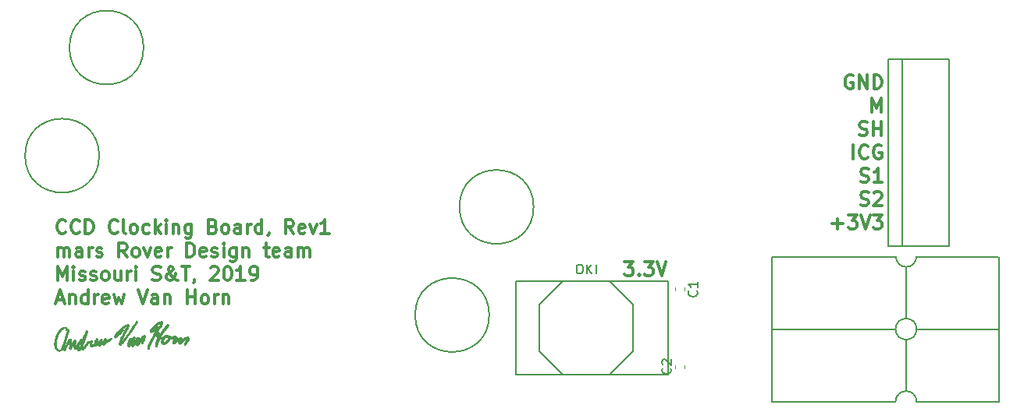
<source format=gbr>
G04 #@! TF.GenerationSoftware,KiCad,Pcbnew,(5.0.2)-1*
G04 #@! TF.CreationDate,2019-03-16T10:07:27-05:00*
G04 #@! TF.ProjectId,ClockingBoard_Hardware,436c6f63-6b69-46e6-9742-6f6172645f48,rev?*
G04 #@! TF.SameCoordinates,Original*
G04 #@! TF.FileFunction,Legend,Top*
G04 #@! TF.FilePolarity,Positive*
%FSLAX46Y46*%
G04 Gerber Fmt 4.6, Leading zero omitted, Abs format (unit mm)*
G04 Created by KiCad (PCBNEW (5.0.2)-1) date 3/16/2019 10:07:27 AM*
%MOMM*%
%LPD*%
G01*
G04 APERTURE LIST*
%ADD10C,0.300000*%
%ADD11C,0.150000*%
%ADD12C,0.120000*%
%ADD13C,0.010000*%
G04 APERTURE END LIST*
D10*
X3187285Y-23888714D02*
X3115857Y-23960142D01*
X2901571Y-24031571D01*
X2758714Y-24031571D01*
X2544428Y-23960142D01*
X2401571Y-23817285D01*
X2330142Y-23674428D01*
X2258714Y-23388714D01*
X2258714Y-23174428D01*
X2330142Y-22888714D01*
X2401571Y-22745857D01*
X2544428Y-22603000D01*
X2758714Y-22531571D01*
X2901571Y-22531571D01*
X3115857Y-22603000D01*
X3187285Y-22674428D01*
X4687285Y-23888714D02*
X4615857Y-23960142D01*
X4401571Y-24031571D01*
X4258714Y-24031571D01*
X4044428Y-23960142D01*
X3901571Y-23817285D01*
X3830142Y-23674428D01*
X3758714Y-23388714D01*
X3758714Y-23174428D01*
X3830142Y-22888714D01*
X3901571Y-22745857D01*
X4044428Y-22603000D01*
X4258714Y-22531571D01*
X4401571Y-22531571D01*
X4615857Y-22603000D01*
X4687285Y-22674428D01*
X5330142Y-24031571D02*
X5330142Y-22531571D01*
X5687285Y-22531571D01*
X5901571Y-22603000D01*
X6044428Y-22745857D01*
X6115857Y-22888714D01*
X6187285Y-23174428D01*
X6187285Y-23388714D01*
X6115857Y-23674428D01*
X6044428Y-23817285D01*
X5901571Y-23960142D01*
X5687285Y-24031571D01*
X5330142Y-24031571D01*
X8830142Y-23888714D02*
X8758714Y-23960142D01*
X8544428Y-24031571D01*
X8401571Y-24031571D01*
X8187285Y-23960142D01*
X8044428Y-23817285D01*
X7973000Y-23674428D01*
X7901571Y-23388714D01*
X7901571Y-23174428D01*
X7973000Y-22888714D01*
X8044428Y-22745857D01*
X8187285Y-22603000D01*
X8401571Y-22531571D01*
X8544428Y-22531571D01*
X8758714Y-22603000D01*
X8830142Y-22674428D01*
X9687285Y-24031571D02*
X9544428Y-23960142D01*
X9473000Y-23817285D01*
X9473000Y-22531571D01*
X10473000Y-24031571D02*
X10330142Y-23960142D01*
X10258714Y-23888714D01*
X10187285Y-23745857D01*
X10187285Y-23317285D01*
X10258714Y-23174428D01*
X10330142Y-23103000D01*
X10473000Y-23031571D01*
X10687285Y-23031571D01*
X10830142Y-23103000D01*
X10901571Y-23174428D01*
X10973000Y-23317285D01*
X10973000Y-23745857D01*
X10901571Y-23888714D01*
X10830142Y-23960142D01*
X10687285Y-24031571D01*
X10473000Y-24031571D01*
X12258714Y-23960142D02*
X12115857Y-24031571D01*
X11830142Y-24031571D01*
X11687285Y-23960142D01*
X11615857Y-23888714D01*
X11544428Y-23745857D01*
X11544428Y-23317285D01*
X11615857Y-23174428D01*
X11687285Y-23103000D01*
X11830142Y-23031571D01*
X12115857Y-23031571D01*
X12258714Y-23103000D01*
X12901571Y-24031571D02*
X12901571Y-22531571D01*
X13044428Y-23460142D02*
X13473000Y-24031571D01*
X13473000Y-23031571D02*
X12901571Y-23603000D01*
X14115857Y-24031571D02*
X14115857Y-23031571D01*
X14115857Y-22531571D02*
X14044428Y-22603000D01*
X14115857Y-22674428D01*
X14187285Y-22603000D01*
X14115857Y-22531571D01*
X14115857Y-22674428D01*
X14830142Y-23031571D02*
X14830142Y-24031571D01*
X14830142Y-23174428D02*
X14901571Y-23103000D01*
X15044428Y-23031571D01*
X15258714Y-23031571D01*
X15401571Y-23103000D01*
X15473000Y-23245857D01*
X15473000Y-24031571D01*
X16830142Y-23031571D02*
X16830142Y-24245857D01*
X16758714Y-24388714D01*
X16687285Y-24460142D01*
X16544428Y-24531571D01*
X16330142Y-24531571D01*
X16187285Y-24460142D01*
X16830142Y-23960142D02*
X16687285Y-24031571D01*
X16401571Y-24031571D01*
X16258714Y-23960142D01*
X16187285Y-23888714D01*
X16115857Y-23745857D01*
X16115857Y-23317285D01*
X16187285Y-23174428D01*
X16258714Y-23103000D01*
X16401571Y-23031571D01*
X16687285Y-23031571D01*
X16830142Y-23103000D01*
X19187285Y-23245857D02*
X19401571Y-23317285D01*
X19472999Y-23388714D01*
X19544428Y-23531571D01*
X19544428Y-23745857D01*
X19472999Y-23888714D01*
X19401571Y-23960142D01*
X19258714Y-24031571D01*
X18687285Y-24031571D01*
X18687285Y-22531571D01*
X19187285Y-22531571D01*
X19330142Y-22603000D01*
X19401571Y-22674428D01*
X19472999Y-22817285D01*
X19472999Y-22960142D01*
X19401571Y-23103000D01*
X19330142Y-23174428D01*
X19187285Y-23245857D01*
X18687285Y-23245857D01*
X20401571Y-24031571D02*
X20258714Y-23960142D01*
X20187285Y-23888714D01*
X20115857Y-23745857D01*
X20115857Y-23317285D01*
X20187285Y-23174428D01*
X20258714Y-23103000D01*
X20401571Y-23031571D01*
X20615857Y-23031571D01*
X20758714Y-23103000D01*
X20830142Y-23174428D01*
X20901571Y-23317285D01*
X20901571Y-23745857D01*
X20830142Y-23888714D01*
X20758714Y-23960142D01*
X20615857Y-24031571D01*
X20401571Y-24031571D01*
X22187285Y-24031571D02*
X22187285Y-23245857D01*
X22115857Y-23103000D01*
X21973000Y-23031571D01*
X21687285Y-23031571D01*
X21544428Y-23103000D01*
X22187285Y-23960142D02*
X22044428Y-24031571D01*
X21687285Y-24031571D01*
X21544428Y-23960142D01*
X21473000Y-23817285D01*
X21473000Y-23674428D01*
X21544428Y-23531571D01*
X21687285Y-23460142D01*
X22044428Y-23460142D01*
X22187285Y-23388714D01*
X22901571Y-24031571D02*
X22901571Y-23031571D01*
X22901571Y-23317285D02*
X22973000Y-23174428D01*
X23044428Y-23103000D01*
X23187285Y-23031571D01*
X23330142Y-23031571D01*
X24473000Y-24031571D02*
X24473000Y-22531571D01*
X24473000Y-23960142D02*
X24330142Y-24031571D01*
X24044428Y-24031571D01*
X23901571Y-23960142D01*
X23830142Y-23888714D01*
X23758714Y-23745857D01*
X23758714Y-23317285D01*
X23830142Y-23174428D01*
X23901571Y-23103000D01*
X24044428Y-23031571D01*
X24330142Y-23031571D01*
X24473000Y-23103000D01*
X25258714Y-23960142D02*
X25258714Y-24031571D01*
X25187285Y-24174428D01*
X25115857Y-24245857D01*
X27901571Y-24031571D02*
X27401571Y-23317285D01*
X27044428Y-24031571D02*
X27044428Y-22531571D01*
X27615857Y-22531571D01*
X27758714Y-22603000D01*
X27830142Y-22674428D01*
X27901571Y-22817285D01*
X27901571Y-23031571D01*
X27830142Y-23174428D01*
X27758714Y-23245857D01*
X27615857Y-23317285D01*
X27044428Y-23317285D01*
X29115857Y-23960142D02*
X28973000Y-24031571D01*
X28687285Y-24031571D01*
X28544428Y-23960142D01*
X28473000Y-23817285D01*
X28473000Y-23245857D01*
X28544428Y-23103000D01*
X28687285Y-23031571D01*
X28973000Y-23031571D01*
X29115857Y-23103000D01*
X29187285Y-23245857D01*
X29187285Y-23388714D01*
X28473000Y-23531571D01*
X29687285Y-23031571D02*
X30044428Y-24031571D01*
X30401571Y-23031571D01*
X31758714Y-24031571D02*
X30901571Y-24031571D01*
X31330142Y-24031571D02*
X31330142Y-22531571D01*
X31187285Y-22745857D01*
X31044428Y-22888714D01*
X30901571Y-22960142D01*
X2330142Y-26581571D02*
X2330142Y-25581571D01*
X2330142Y-25724428D02*
X2401571Y-25653000D01*
X2544428Y-25581571D01*
X2758714Y-25581571D01*
X2901571Y-25653000D01*
X2973000Y-25795857D01*
X2973000Y-26581571D01*
X2973000Y-25795857D02*
X3044428Y-25653000D01*
X3187285Y-25581571D01*
X3401571Y-25581571D01*
X3544428Y-25653000D01*
X3615857Y-25795857D01*
X3615857Y-26581571D01*
X4973000Y-26581571D02*
X4973000Y-25795857D01*
X4901571Y-25653000D01*
X4758714Y-25581571D01*
X4473000Y-25581571D01*
X4330142Y-25653000D01*
X4973000Y-26510142D02*
X4830142Y-26581571D01*
X4473000Y-26581571D01*
X4330142Y-26510142D01*
X4258714Y-26367285D01*
X4258714Y-26224428D01*
X4330142Y-26081571D01*
X4473000Y-26010142D01*
X4830142Y-26010142D01*
X4973000Y-25938714D01*
X5687285Y-26581571D02*
X5687285Y-25581571D01*
X5687285Y-25867285D02*
X5758714Y-25724428D01*
X5830142Y-25653000D01*
X5973000Y-25581571D01*
X6115857Y-25581571D01*
X6544428Y-26510142D02*
X6687285Y-26581571D01*
X6973000Y-26581571D01*
X7115857Y-26510142D01*
X7187285Y-26367285D01*
X7187285Y-26295857D01*
X7115857Y-26153000D01*
X6973000Y-26081571D01*
X6758714Y-26081571D01*
X6615857Y-26010142D01*
X6544428Y-25867285D01*
X6544428Y-25795857D01*
X6615857Y-25653000D01*
X6758714Y-25581571D01*
X6973000Y-25581571D01*
X7115857Y-25653000D01*
X9830142Y-26581571D02*
X9330142Y-25867285D01*
X8973000Y-26581571D02*
X8973000Y-25081571D01*
X9544428Y-25081571D01*
X9687285Y-25153000D01*
X9758714Y-25224428D01*
X9830142Y-25367285D01*
X9830142Y-25581571D01*
X9758714Y-25724428D01*
X9687285Y-25795857D01*
X9544428Y-25867285D01*
X8973000Y-25867285D01*
X10687285Y-26581571D02*
X10544428Y-26510142D01*
X10473000Y-26438714D01*
X10401571Y-26295857D01*
X10401571Y-25867285D01*
X10473000Y-25724428D01*
X10544428Y-25653000D01*
X10687285Y-25581571D01*
X10901571Y-25581571D01*
X11044428Y-25653000D01*
X11115857Y-25724428D01*
X11187285Y-25867285D01*
X11187285Y-26295857D01*
X11115857Y-26438714D01*
X11044428Y-26510142D01*
X10901571Y-26581571D01*
X10687285Y-26581571D01*
X11687285Y-25581571D02*
X12044428Y-26581571D01*
X12401571Y-25581571D01*
X13544428Y-26510142D02*
X13401571Y-26581571D01*
X13115857Y-26581571D01*
X12972999Y-26510142D01*
X12901571Y-26367285D01*
X12901571Y-25795857D01*
X12972999Y-25653000D01*
X13115857Y-25581571D01*
X13401571Y-25581571D01*
X13544428Y-25653000D01*
X13615857Y-25795857D01*
X13615857Y-25938714D01*
X12901571Y-26081571D01*
X14258714Y-26581571D02*
X14258714Y-25581571D01*
X14258714Y-25867285D02*
X14330142Y-25724428D01*
X14401571Y-25653000D01*
X14544428Y-25581571D01*
X14687285Y-25581571D01*
X16330142Y-26581571D02*
X16330142Y-25081571D01*
X16687285Y-25081571D01*
X16901571Y-25153000D01*
X17044428Y-25295857D01*
X17115857Y-25438714D01*
X17187285Y-25724428D01*
X17187285Y-25938714D01*
X17115857Y-26224428D01*
X17044428Y-26367285D01*
X16901571Y-26510142D01*
X16687285Y-26581571D01*
X16330142Y-26581571D01*
X18401571Y-26510142D02*
X18258714Y-26581571D01*
X17973000Y-26581571D01*
X17830142Y-26510142D01*
X17758714Y-26367285D01*
X17758714Y-25795857D01*
X17830142Y-25653000D01*
X17973000Y-25581571D01*
X18258714Y-25581571D01*
X18401571Y-25653000D01*
X18473000Y-25795857D01*
X18473000Y-25938714D01*
X17758714Y-26081571D01*
X19044428Y-26510142D02*
X19187285Y-26581571D01*
X19473000Y-26581571D01*
X19615857Y-26510142D01*
X19687285Y-26367285D01*
X19687285Y-26295857D01*
X19615857Y-26153000D01*
X19473000Y-26081571D01*
X19258714Y-26081571D01*
X19115857Y-26010142D01*
X19044428Y-25867285D01*
X19044428Y-25795857D01*
X19115857Y-25653000D01*
X19258714Y-25581571D01*
X19473000Y-25581571D01*
X19615857Y-25653000D01*
X20330142Y-26581571D02*
X20330142Y-25581571D01*
X20330142Y-25081571D02*
X20258714Y-25153000D01*
X20330142Y-25224428D01*
X20401571Y-25153000D01*
X20330142Y-25081571D01*
X20330142Y-25224428D01*
X21687285Y-25581571D02*
X21687285Y-26795857D01*
X21615857Y-26938714D01*
X21544428Y-27010142D01*
X21401571Y-27081571D01*
X21187285Y-27081571D01*
X21044428Y-27010142D01*
X21687285Y-26510142D02*
X21544428Y-26581571D01*
X21258714Y-26581571D01*
X21115857Y-26510142D01*
X21044428Y-26438714D01*
X20973000Y-26295857D01*
X20973000Y-25867285D01*
X21044428Y-25724428D01*
X21115857Y-25653000D01*
X21258714Y-25581571D01*
X21544428Y-25581571D01*
X21687285Y-25653000D01*
X22401571Y-25581571D02*
X22401571Y-26581571D01*
X22401571Y-25724428D02*
X22473000Y-25653000D01*
X22615857Y-25581571D01*
X22830142Y-25581571D01*
X22973000Y-25653000D01*
X23044428Y-25795857D01*
X23044428Y-26581571D01*
X24687285Y-25581571D02*
X25258714Y-25581571D01*
X24901571Y-25081571D02*
X24901571Y-26367285D01*
X24973000Y-26510142D01*
X25115857Y-26581571D01*
X25258714Y-26581571D01*
X26330142Y-26510142D02*
X26187285Y-26581571D01*
X25901571Y-26581571D01*
X25758714Y-26510142D01*
X25687285Y-26367285D01*
X25687285Y-25795857D01*
X25758714Y-25653000D01*
X25901571Y-25581571D01*
X26187285Y-25581571D01*
X26330142Y-25653000D01*
X26401571Y-25795857D01*
X26401571Y-25938714D01*
X25687285Y-26081571D01*
X27687285Y-26581571D02*
X27687285Y-25795857D01*
X27615857Y-25653000D01*
X27473000Y-25581571D01*
X27187285Y-25581571D01*
X27044428Y-25653000D01*
X27687285Y-26510142D02*
X27544428Y-26581571D01*
X27187285Y-26581571D01*
X27044428Y-26510142D01*
X26973000Y-26367285D01*
X26973000Y-26224428D01*
X27044428Y-26081571D01*
X27187285Y-26010142D01*
X27544428Y-26010142D01*
X27687285Y-25938714D01*
X28401571Y-26581571D02*
X28401571Y-25581571D01*
X28401571Y-25724428D02*
X28473000Y-25653000D01*
X28615857Y-25581571D01*
X28830142Y-25581571D01*
X28973000Y-25653000D01*
X29044428Y-25795857D01*
X29044428Y-26581571D01*
X29044428Y-25795857D02*
X29115857Y-25653000D01*
X29258714Y-25581571D01*
X29473000Y-25581571D01*
X29615857Y-25653000D01*
X29687285Y-25795857D01*
X29687285Y-26581571D01*
X2330142Y-29131571D02*
X2330142Y-27631571D01*
X2830142Y-28703000D01*
X3330142Y-27631571D01*
X3330142Y-29131571D01*
X4044428Y-29131571D02*
X4044428Y-28131571D01*
X4044428Y-27631571D02*
X3973000Y-27703000D01*
X4044428Y-27774428D01*
X4115857Y-27703000D01*
X4044428Y-27631571D01*
X4044428Y-27774428D01*
X4687285Y-29060142D02*
X4830142Y-29131571D01*
X5115857Y-29131571D01*
X5258714Y-29060142D01*
X5330142Y-28917285D01*
X5330142Y-28845857D01*
X5258714Y-28703000D01*
X5115857Y-28631571D01*
X4901571Y-28631571D01*
X4758714Y-28560142D01*
X4687285Y-28417285D01*
X4687285Y-28345857D01*
X4758714Y-28203000D01*
X4901571Y-28131571D01*
X5115857Y-28131571D01*
X5258714Y-28203000D01*
X5901571Y-29060142D02*
X6044428Y-29131571D01*
X6330142Y-29131571D01*
X6473000Y-29060142D01*
X6544428Y-28917285D01*
X6544428Y-28845857D01*
X6473000Y-28703000D01*
X6330142Y-28631571D01*
X6115857Y-28631571D01*
X5973000Y-28560142D01*
X5901571Y-28417285D01*
X5901571Y-28345857D01*
X5973000Y-28203000D01*
X6115857Y-28131571D01*
X6330142Y-28131571D01*
X6473000Y-28203000D01*
X7401571Y-29131571D02*
X7258714Y-29060142D01*
X7187285Y-28988714D01*
X7115857Y-28845857D01*
X7115857Y-28417285D01*
X7187285Y-28274428D01*
X7258714Y-28203000D01*
X7401571Y-28131571D01*
X7615857Y-28131571D01*
X7758714Y-28203000D01*
X7830142Y-28274428D01*
X7901571Y-28417285D01*
X7901571Y-28845857D01*
X7830142Y-28988714D01*
X7758714Y-29060142D01*
X7615857Y-29131571D01*
X7401571Y-29131571D01*
X9187285Y-28131571D02*
X9187285Y-29131571D01*
X8544428Y-28131571D02*
X8544428Y-28917285D01*
X8615857Y-29060142D01*
X8758714Y-29131571D01*
X8973000Y-29131571D01*
X9115857Y-29060142D01*
X9187285Y-28988714D01*
X9901571Y-29131571D02*
X9901571Y-28131571D01*
X9901571Y-28417285D02*
X9973000Y-28274428D01*
X10044428Y-28203000D01*
X10187285Y-28131571D01*
X10330142Y-28131571D01*
X10830142Y-29131571D02*
X10830142Y-28131571D01*
X10830142Y-27631571D02*
X10758714Y-27703000D01*
X10830142Y-27774428D01*
X10901571Y-27703000D01*
X10830142Y-27631571D01*
X10830142Y-27774428D01*
X12615857Y-29060142D02*
X12830142Y-29131571D01*
X13187285Y-29131571D01*
X13330142Y-29060142D01*
X13401571Y-28988714D01*
X13473000Y-28845857D01*
X13473000Y-28703000D01*
X13401571Y-28560142D01*
X13330142Y-28488714D01*
X13187285Y-28417285D01*
X12901571Y-28345857D01*
X12758714Y-28274428D01*
X12687285Y-28203000D01*
X12615857Y-28060142D01*
X12615857Y-27917285D01*
X12687285Y-27774428D01*
X12758714Y-27703000D01*
X12901571Y-27631571D01*
X13258714Y-27631571D01*
X13473000Y-27703000D01*
X15330142Y-29131571D02*
X15258714Y-29131571D01*
X15115857Y-29060142D01*
X14901571Y-28845857D01*
X14544428Y-28417285D01*
X14401571Y-28203000D01*
X14330142Y-27988714D01*
X14330142Y-27845857D01*
X14401571Y-27703000D01*
X14544428Y-27631571D01*
X14615857Y-27631571D01*
X14758714Y-27703000D01*
X14830142Y-27845857D01*
X14830142Y-27917285D01*
X14758714Y-28060142D01*
X14687285Y-28131571D01*
X14258714Y-28417285D01*
X14187285Y-28488714D01*
X14115857Y-28631571D01*
X14115857Y-28845857D01*
X14187285Y-28988714D01*
X14258714Y-29060142D01*
X14401571Y-29131571D01*
X14615857Y-29131571D01*
X14758714Y-29060142D01*
X14830142Y-28988714D01*
X15044428Y-28703000D01*
X15115857Y-28488714D01*
X15115857Y-28345857D01*
X15758714Y-27631571D02*
X16615857Y-27631571D01*
X16187285Y-29131571D02*
X16187285Y-27631571D01*
X17187285Y-29060142D02*
X17187285Y-29131571D01*
X17115857Y-29274428D01*
X17044428Y-29345857D01*
X18901571Y-27774428D02*
X18973000Y-27703000D01*
X19115857Y-27631571D01*
X19473000Y-27631571D01*
X19615857Y-27703000D01*
X19687285Y-27774428D01*
X19758714Y-27917285D01*
X19758714Y-28060142D01*
X19687285Y-28274428D01*
X18830142Y-29131571D01*
X19758714Y-29131571D01*
X20687285Y-27631571D02*
X20830142Y-27631571D01*
X20973000Y-27703000D01*
X21044428Y-27774428D01*
X21115857Y-27917285D01*
X21187285Y-28203000D01*
X21187285Y-28560142D01*
X21115857Y-28845857D01*
X21044428Y-28988714D01*
X20973000Y-29060142D01*
X20830142Y-29131571D01*
X20687285Y-29131571D01*
X20544428Y-29060142D01*
X20473000Y-28988714D01*
X20401571Y-28845857D01*
X20330142Y-28560142D01*
X20330142Y-28203000D01*
X20401571Y-27917285D01*
X20473000Y-27774428D01*
X20544428Y-27703000D01*
X20687285Y-27631571D01*
X22615857Y-29131571D02*
X21758714Y-29131571D01*
X22187285Y-29131571D02*
X22187285Y-27631571D01*
X22044428Y-27845857D01*
X21901571Y-27988714D01*
X21758714Y-28060142D01*
X23330142Y-29131571D02*
X23615857Y-29131571D01*
X23758714Y-29060142D01*
X23830142Y-28988714D01*
X23973000Y-28774428D01*
X24044428Y-28488714D01*
X24044428Y-27917285D01*
X23973000Y-27774428D01*
X23901571Y-27703000D01*
X23758714Y-27631571D01*
X23473000Y-27631571D01*
X23330142Y-27703000D01*
X23258714Y-27774428D01*
X23187285Y-27917285D01*
X23187285Y-28274428D01*
X23258714Y-28417285D01*
X23330142Y-28488714D01*
X23473000Y-28560142D01*
X23758714Y-28560142D01*
X23901571Y-28488714D01*
X23973000Y-28417285D01*
X24044428Y-28274428D01*
X2258714Y-31253000D02*
X2973000Y-31253000D01*
X2115857Y-31681571D02*
X2615857Y-30181571D01*
X3115857Y-31681571D01*
X3615857Y-30681571D02*
X3615857Y-31681571D01*
X3615857Y-30824428D02*
X3687285Y-30753000D01*
X3830142Y-30681571D01*
X4044428Y-30681571D01*
X4187285Y-30753000D01*
X4258714Y-30895857D01*
X4258714Y-31681571D01*
X5615857Y-31681571D02*
X5615857Y-30181571D01*
X5615857Y-31610142D02*
X5473000Y-31681571D01*
X5187285Y-31681571D01*
X5044428Y-31610142D01*
X4973000Y-31538714D01*
X4901571Y-31395857D01*
X4901571Y-30967285D01*
X4973000Y-30824428D01*
X5044428Y-30753000D01*
X5187285Y-30681571D01*
X5473000Y-30681571D01*
X5615857Y-30753000D01*
X6330142Y-31681571D02*
X6330142Y-30681571D01*
X6330142Y-30967285D02*
X6401571Y-30824428D01*
X6473000Y-30753000D01*
X6615857Y-30681571D01*
X6758714Y-30681571D01*
X7830142Y-31610142D02*
X7687285Y-31681571D01*
X7401571Y-31681571D01*
X7258714Y-31610142D01*
X7187285Y-31467285D01*
X7187285Y-30895857D01*
X7258714Y-30753000D01*
X7401571Y-30681571D01*
X7687285Y-30681571D01*
X7830142Y-30753000D01*
X7901571Y-30895857D01*
X7901571Y-31038714D01*
X7187285Y-31181571D01*
X8401571Y-30681571D02*
X8687285Y-31681571D01*
X8973000Y-30967285D01*
X9258714Y-31681571D01*
X9544428Y-30681571D01*
X11044428Y-30181571D02*
X11544428Y-31681571D01*
X12044428Y-30181571D01*
X13187285Y-31681571D02*
X13187285Y-30895857D01*
X13115857Y-30753000D01*
X12973000Y-30681571D01*
X12687285Y-30681571D01*
X12544428Y-30753000D01*
X13187285Y-31610142D02*
X13044428Y-31681571D01*
X12687285Y-31681571D01*
X12544428Y-31610142D01*
X12473000Y-31467285D01*
X12473000Y-31324428D01*
X12544428Y-31181571D01*
X12687285Y-31110142D01*
X13044428Y-31110142D01*
X13187285Y-31038714D01*
X13901571Y-30681571D02*
X13901571Y-31681571D01*
X13901571Y-30824428D02*
X13973000Y-30753000D01*
X14115857Y-30681571D01*
X14330142Y-30681571D01*
X14473000Y-30753000D01*
X14544428Y-30895857D01*
X14544428Y-31681571D01*
X16401571Y-31681571D02*
X16401571Y-30181571D01*
X16401571Y-30895857D02*
X17258714Y-30895857D01*
X17258714Y-31681571D02*
X17258714Y-30181571D01*
X18187285Y-31681571D02*
X18044428Y-31610142D01*
X17973000Y-31538714D01*
X17901571Y-31395857D01*
X17901571Y-30967285D01*
X17973000Y-30824428D01*
X18044428Y-30753000D01*
X18187285Y-30681571D01*
X18401571Y-30681571D01*
X18544428Y-30753000D01*
X18615857Y-30824428D01*
X18687285Y-30967285D01*
X18687285Y-31395857D01*
X18615857Y-31538714D01*
X18544428Y-31610142D01*
X18401571Y-31681571D01*
X18187285Y-31681571D01*
X19330142Y-31681571D02*
X19330142Y-30681571D01*
X19330142Y-30967285D02*
X19401571Y-30824428D01*
X19473000Y-30753000D01*
X19615857Y-30681571D01*
X19758714Y-30681571D01*
X20258714Y-30681571D02*
X20258714Y-31681571D01*
X20258714Y-30824428D02*
X20330142Y-30753000D01*
X20473000Y-30681571D01*
X20687285Y-30681571D01*
X20830142Y-30753000D01*
X20901571Y-30895857D01*
X20901571Y-31681571D01*
X86364142Y-22967142D02*
X87507000Y-22967142D01*
X86935571Y-23538571D02*
X86935571Y-22395714D01*
X88078428Y-22038571D02*
X89007000Y-22038571D01*
X88507000Y-22610000D01*
X88721285Y-22610000D01*
X88864142Y-22681428D01*
X88935571Y-22752857D01*
X89007000Y-22895714D01*
X89007000Y-23252857D01*
X88935571Y-23395714D01*
X88864142Y-23467142D01*
X88721285Y-23538571D01*
X88292714Y-23538571D01*
X88149857Y-23467142D01*
X88078428Y-23395714D01*
X89435571Y-22038571D02*
X89935571Y-23538571D01*
X90435571Y-22038571D01*
X90792714Y-22038571D02*
X91721285Y-22038571D01*
X91221285Y-22610000D01*
X91435571Y-22610000D01*
X91578428Y-22681428D01*
X91649857Y-22752857D01*
X91721285Y-22895714D01*
X91721285Y-23252857D01*
X91649857Y-23395714D01*
X91578428Y-23467142D01*
X91435571Y-23538571D01*
X91007000Y-23538571D01*
X90864142Y-23467142D01*
X90792714Y-23395714D01*
X89435571Y-20927142D02*
X89649857Y-20998571D01*
X90007000Y-20998571D01*
X90149857Y-20927142D01*
X90221285Y-20855714D01*
X90292714Y-20712857D01*
X90292714Y-20570000D01*
X90221285Y-20427142D01*
X90149857Y-20355714D01*
X90007000Y-20284285D01*
X89721285Y-20212857D01*
X89578428Y-20141428D01*
X89507000Y-20070000D01*
X89435571Y-19927142D01*
X89435571Y-19784285D01*
X89507000Y-19641428D01*
X89578428Y-19570000D01*
X89721285Y-19498571D01*
X90078428Y-19498571D01*
X90292714Y-19570000D01*
X90864142Y-19641428D02*
X90935571Y-19570000D01*
X91078428Y-19498571D01*
X91435571Y-19498571D01*
X91578428Y-19570000D01*
X91649857Y-19641428D01*
X91721285Y-19784285D01*
X91721285Y-19927142D01*
X91649857Y-20141428D01*
X90792714Y-20998571D01*
X91721285Y-20998571D01*
X89435571Y-18387142D02*
X89649857Y-18458571D01*
X90007000Y-18458571D01*
X90149857Y-18387142D01*
X90221285Y-18315714D01*
X90292714Y-18172857D01*
X90292714Y-18030000D01*
X90221285Y-17887142D01*
X90149857Y-17815714D01*
X90007000Y-17744285D01*
X89721285Y-17672857D01*
X89578428Y-17601428D01*
X89507000Y-17530000D01*
X89435571Y-17387142D01*
X89435571Y-17244285D01*
X89507000Y-17101428D01*
X89578428Y-17030000D01*
X89721285Y-16958571D01*
X90078428Y-16958571D01*
X90292714Y-17030000D01*
X91721285Y-18458571D02*
X90864142Y-18458571D01*
X91292714Y-18458571D02*
X91292714Y-16958571D01*
X91149857Y-17172857D01*
X91007000Y-17315714D01*
X90864142Y-17387142D01*
X88649857Y-15918571D02*
X88649857Y-14418571D01*
X90221285Y-15775714D02*
X90149857Y-15847142D01*
X89935571Y-15918571D01*
X89792714Y-15918571D01*
X89578428Y-15847142D01*
X89435571Y-15704285D01*
X89364142Y-15561428D01*
X89292714Y-15275714D01*
X89292714Y-15061428D01*
X89364142Y-14775714D01*
X89435571Y-14632857D01*
X89578428Y-14490000D01*
X89792714Y-14418571D01*
X89935571Y-14418571D01*
X90149857Y-14490000D01*
X90221285Y-14561428D01*
X91649857Y-14490000D02*
X91507000Y-14418571D01*
X91292714Y-14418571D01*
X91078428Y-14490000D01*
X90935571Y-14632857D01*
X90864142Y-14775714D01*
X90792714Y-15061428D01*
X90792714Y-15275714D01*
X90864142Y-15561428D01*
X90935571Y-15704285D01*
X91078428Y-15847142D01*
X91292714Y-15918571D01*
X91435571Y-15918571D01*
X91649857Y-15847142D01*
X91721285Y-15775714D01*
X91721285Y-15275714D01*
X91435571Y-15275714D01*
X89292714Y-13307142D02*
X89507000Y-13378571D01*
X89864142Y-13378571D01*
X90007000Y-13307142D01*
X90078428Y-13235714D01*
X90149857Y-13092857D01*
X90149857Y-12950000D01*
X90078428Y-12807142D01*
X90007000Y-12735714D01*
X89864142Y-12664285D01*
X89578428Y-12592857D01*
X89435571Y-12521428D01*
X89364142Y-12450000D01*
X89292714Y-12307142D01*
X89292714Y-12164285D01*
X89364142Y-12021428D01*
X89435571Y-11950000D01*
X89578428Y-11878571D01*
X89935571Y-11878571D01*
X90149857Y-11950000D01*
X90792714Y-13378571D02*
X90792714Y-11878571D01*
X90792714Y-12592857D02*
X91649857Y-12592857D01*
X91649857Y-13378571D02*
X91649857Y-11878571D01*
X90649857Y-10838571D02*
X90649857Y-9338571D01*
X91149857Y-10410000D01*
X91649857Y-9338571D01*
X91649857Y-10838571D01*
X88578428Y-6870000D02*
X88435571Y-6798571D01*
X88221285Y-6798571D01*
X88007000Y-6870000D01*
X87864142Y-7012857D01*
X87792714Y-7155714D01*
X87721285Y-7441428D01*
X87721285Y-7655714D01*
X87792714Y-7941428D01*
X87864142Y-8084285D01*
X88007000Y-8227142D01*
X88221285Y-8298571D01*
X88364142Y-8298571D01*
X88578428Y-8227142D01*
X88649857Y-8155714D01*
X88649857Y-7655714D01*
X88364142Y-7655714D01*
X89292714Y-8298571D02*
X89292714Y-6798571D01*
X90149857Y-8298571D01*
X90149857Y-6798571D01*
X90864142Y-8298571D02*
X90864142Y-6798571D01*
X91221285Y-6798571D01*
X91435571Y-6870000D01*
X91578428Y-7012857D01*
X91649857Y-7155714D01*
X91721285Y-7441428D01*
X91721285Y-7655714D01*
X91649857Y-7941428D01*
X91578428Y-8084285D01*
X91435571Y-8227142D01*
X91221285Y-8298571D01*
X90864142Y-8298571D01*
X63825714Y-27118571D02*
X64754285Y-27118571D01*
X64254285Y-27690000D01*
X64468571Y-27690000D01*
X64611428Y-27761428D01*
X64682857Y-27832857D01*
X64754285Y-27975714D01*
X64754285Y-28332857D01*
X64682857Y-28475714D01*
X64611428Y-28547142D01*
X64468571Y-28618571D01*
X64040000Y-28618571D01*
X63897142Y-28547142D01*
X63825714Y-28475714D01*
X65397142Y-28475714D02*
X65468571Y-28547142D01*
X65397142Y-28618571D01*
X65325714Y-28547142D01*
X65397142Y-28475714D01*
X65397142Y-28618571D01*
X65968571Y-27118571D02*
X66897142Y-27118571D01*
X66397142Y-27690000D01*
X66611428Y-27690000D01*
X66754285Y-27761428D01*
X66825714Y-27832857D01*
X66897142Y-27975714D01*
X66897142Y-28332857D01*
X66825714Y-28475714D01*
X66754285Y-28547142D01*
X66611428Y-28618571D01*
X66182857Y-28618571D01*
X66040000Y-28547142D01*
X65968571Y-28475714D01*
X67325714Y-27118571D02*
X67825714Y-28618571D01*
X68325714Y-27118571D01*
D11*
G04 #@! TO.C,REF\002A\002A*
X11638283Y-3810000D02*
G75*
G03X11638283Y-3810000I-4018283J0D01*
G01*
X49136303Y-32887920D02*
G75*
G03X49136303Y-32887920I-4018283J0D01*
G01*
X53949603Y-21135340D02*
G75*
G03X53949603Y-21135340I-4018283J0D01*
G01*
D12*
G04 #@! TO.C,C1*
X69340000Y-29913733D02*
X69340000Y-30256267D01*
X70360000Y-29913733D02*
X70360000Y-30256267D01*
G04 #@! TO.C,C2*
X69340000Y-38666267D02*
X69340000Y-38323733D01*
X70360000Y-38666267D02*
X70360000Y-38323733D01*
D11*
G04 #@! TO.C,Conn1*
X93243400Y-26543000D02*
G75*
G03X94361000Y-27660600I1117600J0D01*
G01*
X94361000Y-27660600D02*
G75*
G03X95478600Y-26543000I0J1117600D01*
G01*
X104419400Y-42291000D02*
X104419400Y-26543000D01*
X79781400Y-42291000D02*
X79781400Y-26543000D01*
X95504000Y-42291000D02*
X96723200Y-42291000D01*
X94361000Y-41148000D02*
G75*
G03X93218000Y-42291000I0J-1143000D01*
G01*
X95504000Y-42291000D02*
G75*
G03X94361000Y-41148000I-1143000J0D01*
G01*
X92049600Y-26543000D02*
X93243400Y-26543000D01*
X94361000Y-28854400D02*
X94361000Y-27686000D01*
X96672400Y-26543000D02*
X95504000Y-26543000D01*
X92100400Y-42291000D02*
X93192600Y-42291000D01*
X94361000Y-41148000D02*
X94361000Y-39979600D01*
X94361000Y-32131000D02*
X94361000Y-33274000D01*
X104394000Y-34442400D02*
X95504000Y-34442400D01*
X94361000Y-36703000D02*
X94361000Y-35560000D01*
X92075000Y-34417000D02*
X93218000Y-34417000D01*
X94361000Y-32131000D02*
X94361000Y-28829000D01*
X92075000Y-34417000D02*
X79781400Y-34417000D01*
X94361000Y-36703000D02*
X94361000Y-39979600D01*
X95504000Y-34417000D02*
G75*
G03X95504000Y-34417000I-1143000J0D01*
G01*
X92075000Y-26543000D02*
X79781400Y-26543000D01*
X96647000Y-26543000D02*
X104394000Y-26543000D01*
X104394000Y-42291000D02*
X96647000Y-42291000D01*
X92075000Y-42291000D02*
X79781400Y-42291000D01*
G04 #@! TO.C,U1*
X64770000Y-36830000D02*
X62230000Y-39370000D01*
X62230000Y-39370000D02*
X57150000Y-39370000D01*
X57150000Y-39370000D02*
X54610000Y-36830000D01*
X54610000Y-36830000D02*
X54610000Y-31750000D01*
X54610000Y-31750000D02*
X57150000Y-29210000D01*
X57150000Y-29210000D02*
X62230000Y-29210000D01*
X62230000Y-29210000D02*
X64770000Y-31750000D01*
X64770000Y-31750000D02*
X64770000Y-36830000D01*
X52070000Y-29210000D02*
X52070000Y-39370000D01*
X68580000Y-29210000D02*
X68580000Y-39370000D01*
X68580000Y-39370000D02*
X52070000Y-39370000D01*
X52070000Y-29210000D02*
X68580000Y-29210000D01*
G04 #@! TO.C,Conn2*
X92456000Y-5080000D02*
X92456000Y-25400000D01*
X93980000Y-5080000D02*
X92456000Y-5080000D01*
X92456000Y-25400000D02*
X93980000Y-25400000D01*
X99060000Y-5080000D02*
X99060000Y-25400000D01*
X93980000Y-25400000D02*
X93980000Y-5080000D01*
X99060000Y-5080000D02*
X93980000Y-5080000D01*
X99060000Y-25400000D02*
X93980000Y-25400000D01*
G04 #@! TO.C,REF\002A\002A*
X6824983Y-15562580D02*
G75*
G03X6824983Y-15562580I-4018283J0D01*
G01*
D13*
G04 #@! TO.C,G\002A\002A\002A*
G36*
X10800309Y-33508561D02*
X10833080Y-33529512D01*
X10880007Y-33566470D01*
X10918942Y-33599615D01*
X10935424Y-33626645D01*
X10933740Y-33655198D01*
X10921407Y-33686693D01*
X10896440Y-33734259D01*
X10861798Y-33793098D01*
X10820437Y-33858413D01*
X10775316Y-33925403D01*
X10729393Y-33989272D01*
X10720606Y-34000941D01*
X10684753Y-34050794D01*
X10647896Y-34106484D01*
X10613078Y-34162857D01*
X10583341Y-34214759D01*
X10561728Y-34257036D01*
X10551281Y-34284533D01*
X10550770Y-34288671D01*
X10540858Y-34306302D01*
X10524718Y-34319541D01*
X10504248Y-34338838D01*
X10498667Y-34352802D01*
X10489886Y-34371764D01*
X10467916Y-34398671D01*
X10458579Y-34408050D01*
X10431916Y-34439723D01*
X10401494Y-34485028D01*
X10375596Y-34530974D01*
X10334814Y-34610566D01*
X10302696Y-34670757D01*
X10276762Y-34715697D01*
X10254535Y-34749535D01*
X10233537Y-34776420D01*
X10219980Y-34791487D01*
X10192443Y-34823399D01*
X10160472Y-34864421D01*
X10128102Y-34908821D01*
X10099370Y-34950862D01*
X10078313Y-34984809D01*
X10068966Y-35004928D01*
X10068821Y-35006263D01*
X10060565Y-35022680D01*
X10040292Y-35047699D01*
X10036286Y-35051970D01*
X10011478Y-35081118D01*
X9980160Y-35122255D01*
X9954875Y-35158097D01*
X9909236Y-35223334D01*
X9857402Y-35293958D01*
X9803941Y-35364044D01*
X9753419Y-35427669D01*
X9710403Y-35478908D01*
X9691539Y-35499724D01*
X9657515Y-35536389D01*
X9626636Y-35570916D01*
X9613709Y-35586051D01*
X9591169Y-35613040D01*
X9559085Y-35651082D01*
X9528234Y-35687435D01*
X9490127Y-35738496D01*
X9471222Y-35778953D01*
X9469404Y-35791640D01*
X9458434Y-35838133D01*
X9425697Y-35891912D01*
X9370592Y-35953667D01*
X9292518Y-36024087D01*
X9207925Y-36091061D01*
X9159656Y-36124057D01*
X9119312Y-36140726D01*
X9076907Y-36143655D01*
X9030471Y-36137019D01*
X9001567Y-36122317D01*
X8970816Y-36093949D01*
X8946177Y-36060818D01*
X8935608Y-36031825D01*
X8935590Y-36030883D01*
X8940091Y-36008934D01*
X8952050Y-35970150D01*
X8969155Y-35921845D01*
X8974667Y-35907309D01*
X8992865Y-35857159D01*
X9006545Y-35813948D01*
X9013376Y-35785227D01*
X9013744Y-35780853D01*
X9019111Y-35756790D01*
X9033163Y-35718001D01*
X9052248Y-35674221D01*
X9076291Y-35620341D01*
X9103368Y-35555309D01*
X9127899Y-35492558D01*
X9129465Y-35488359D01*
X9223376Y-35261022D01*
X9273956Y-35156205D01*
X9299263Y-35101943D01*
X9324973Y-35040057D01*
X9338345Y-35004185D01*
X9358007Y-34955745D01*
X9386385Y-34895507D01*
X9418494Y-34833832D01*
X9431047Y-34811461D01*
X9458450Y-34762798D01*
X9480092Y-34722385D01*
X9493148Y-34695612D01*
X9495693Y-34688148D01*
X9502497Y-34672201D01*
X9520109Y-34642232D01*
X9538617Y-34613846D01*
X9566617Y-34568573D01*
X9597930Y-34512018D01*
X9624367Y-34459333D01*
X9648187Y-34411523D01*
X9671155Y-34370277D01*
X9688686Y-34343775D01*
X9690093Y-34342103D01*
X9707722Y-34317120D01*
X9729811Y-34278982D01*
X9753560Y-34233532D01*
X9776171Y-34186611D01*
X9794844Y-34144064D01*
X9806780Y-34111731D01*
X9809179Y-34095456D01*
X9808586Y-34094787D01*
X9788418Y-34095150D01*
X9754090Y-34107367D01*
X9712723Y-34128263D01*
X9671435Y-34154662D01*
X9666928Y-34157971D01*
X9630014Y-34182554D01*
X9582532Y-34210385D01*
X9552537Y-34226345D01*
X9512073Y-34250261D01*
X9463698Y-34283899D01*
X9413346Y-34322506D01*
X9366949Y-34361330D01*
X9330439Y-34395618D01*
X9309748Y-34420619D01*
X9309522Y-34421017D01*
X9307797Y-34435009D01*
X9327091Y-34439705D01*
X9332872Y-34439795D01*
X9378970Y-34447727D01*
X9417167Y-34468369D01*
X9444367Y-34496984D01*
X9457476Y-34528840D01*
X9453398Y-34559201D01*
X9429039Y-34583332D01*
X9427308Y-34584252D01*
X9397775Y-34604205D01*
X9366204Y-34631931D01*
X9364600Y-34633556D01*
X9329475Y-34663851D01*
X9292057Y-34688581D01*
X9260344Y-34715012D01*
X9231063Y-34755156D01*
X9224904Y-34766735D01*
X9176784Y-34844212D01*
X9119643Y-34899220D01*
X9096798Y-34913354D01*
X9072814Y-34930057D01*
X9035401Y-34960616D01*
X8989724Y-35000646D01*
X8942103Y-35044666D01*
X8894472Y-35088333D01*
X8851043Y-35125345D01*
X8816561Y-35151836D01*
X8795775Y-35163941D01*
X8795565Y-35164001D01*
X8772799Y-35174248D01*
X8766257Y-35182782D01*
X8756294Y-35195384D01*
X8730031Y-35218350D01*
X8692904Y-35247689D01*
X8650353Y-35279407D01*
X8607814Y-35309512D01*
X8570724Y-35334013D01*
X8544523Y-35348915D01*
X8536341Y-35351590D01*
X8522225Y-35340694D01*
X8518770Y-35324770D01*
X8514081Y-35306521D01*
X8506644Y-35305444D01*
X8491092Y-35303419D01*
X8478707Y-35278319D01*
X8470110Y-35232995D01*
X8465924Y-35170300D01*
X8465929Y-35118503D01*
X8476563Y-35075715D01*
X8505561Y-35019531D01*
X8550991Y-34952888D01*
X8610922Y-34878724D01*
X8657500Y-34827063D01*
X8693682Y-34787285D01*
X8721828Y-34754045D01*
X8737926Y-34732195D01*
X8740206Y-34726993D01*
X8750920Y-34713841D01*
X8765230Y-34707146D01*
X8782125Y-34695785D01*
X8813997Y-34668987D01*
X8857466Y-34629799D01*
X8893352Y-34596103D01*
X9122333Y-34596103D01*
X9133417Y-34587606D01*
X9150513Y-34570051D01*
X9163800Y-34551346D01*
X9162178Y-34544000D01*
X9146738Y-34553828D01*
X9133998Y-34570051D01*
X9123210Y-34589954D01*
X9122333Y-34596103D01*
X8893352Y-34596103D01*
X8909152Y-34581268D01*
X8964937Y-34527166D01*
X9064266Y-34430101D01*
X9148864Y-34349346D01*
X9221855Y-34282242D01*
X9286363Y-34226128D01*
X9345513Y-34178347D01*
X9402429Y-34136238D01*
X9460237Y-34097143D01*
X9499367Y-34072338D01*
X9565841Y-34032597D01*
X9640769Y-33990128D01*
X9711607Y-33951971D01*
X9736667Y-33939152D01*
X9790839Y-33912512D01*
X9828613Y-33896151D01*
X9856730Y-33888369D01*
X9881928Y-33887470D01*
X9910944Y-33891753D01*
X9918718Y-33893263D01*
X9970486Y-33907218D01*
X10001994Y-33927746D01*
X10019024Y-33960637D01*
X10026248Y-34000974D01*
X10026852Y-34049421D01*
X10020515Y-34105522D01*
X10009027Y-34159804D01*
X9994182Y-34202796D01*
X9985109Y-34218359D01*
X9969983Y-34242027D01*
X9950666Y-34277531D01*
X9944432Y-34290000D01*
X9921260Y-34332187D01*
X9895986Y-34370819D01*
X9890839Y-34377591D01*
X9869753Y-34408804D01*
X9844399Y-34452794D01*
X9826084Y-34488309D01*
X9801447Y-34536326D01*
X9776067Y-34581651D01*
X9760775Y-34606304D01*
X9739272Y-34644932D01*
X9724718Y-34682801D01*
X9723773Y-34686685D01*
X9709063Y-34722139D01*
X9684381Y-34757819D01*
X9681983Y-34760478D01*
X9658661Y-34791216D01*
X9628319Y-34838849D01*
X9594734Y-34896566D01*
X9561682Y-34957552D01*
X9532941Y-35014995D01*
X9512286Y-35062083D01*
X9507606Y-35075038D01*
X9493484Y-35111655D01*
X9471943Y-35160627D01*
X9448061Y-35210509D01*
X9427038Y-35253453D01*
X9411587Y-35286940D01*
X9404640Y-35304574D01*
X9404513Y-35305445D01*
X9399394Y-35319863D01*
X9385516Y-35352762D01*
X9365101Y-35398998D01*
X9344402Y-35444652D01*
X9317104Y-35508098D01*
X9292825Y-35571699D01*
X9273110Y-35630517D01*
X9259505Y-35679614D01*
X9253553Y-35714051D01*
X9255715Y-35728159D01*
X9267176Y-35722499D01*
X9291425Y-35700077D01*
X9325125Y-35664590D01*
X9364938Y-35619737D01*
X9407526Y-35569214D01*
X9449550Y-35516720D01*
X9466307Y-35494872D01*
X9500102Y-35450694D01*
X9529044Y-35413846D01*
X9548843Y-35389742D01*
X9553983Y-35384154D01*
X9568620Y-35367042D01*
X9592408Y-35336003D01*
X9614270Y-35306000D01*
X9644498Y-35264645D01*
X9673253Y-35226986D01*
X9688354Y-35208308D01*
X9743264Y-35142868D01*
X9788143Y-35087185D01*
X9829163Y-35033157D01*
X9872494Y-34972677D01*
X9919026Y-34905362D01*
X9960967Y-34843972D01*
X10001537Y-34784380D01*
X10036519Y-34732793D01*
X10061697Y-34695418D01*
X10064717Y-34690898D01*
X10097334Y-34643288D01*
X10132574Y-34593767D01*
X10147250Y-34573826D01*
X10170513Y-34538619D01*
X10200304Y-34487690D01*
X10232137Y-34428923D01*
X10252107Y-34389628D01*
X10284783Y-34327529D01*
X10320706Y-34265845D01*
X10354498Y-34213553D01*
X10371471Y-34190469D01*
X10404068Y-34146416D01*
X10432696Y-34102400D01*
X10448572Y-34073187D01*
X10469044Y-34038979D01*
X10505300Y-33989966D01*
X10554533Y-33929591D01*
X10613935Y-33861297D01*
X10680594Y-33788640D01*
X10708272Y-33753131D01*
X10739157Y-33704357D01*
X10765631Y-33654724D01*
X10807885Y-33566271D01*
X10782587Y-33534110D01*
X10766697Y-33511938D01*
X10767322Y-33503270D01*
X10779310Y-33501949D01*
X10800309Y-33508561D01*
X10800309Y-33508561D01*
G37*
X10800309Y-33508561D02*
X10833080Y-33529512D01*
X10880007Y-33566470D01*
X10918942Y-33599615D01*
X10935424Y-33626645D01*
X10933740Y-33655198D01*
X10921407Y-33686693D01*
X10896440Y-33734259D01*
X10861798Y-33793098D01*
X10820437Y-33858413D01*
X10775316Y-33925403D01*
X10729393Y-33989272D01*
X10720606Y-34000941D01*
X10684753Y-34050794D01*
X10647896Y-34106484D01*
X10613078Y-34162857D01*
X10583341Y-34214759D01*
X10561728Y-34257036D01*
X10551281Y-34284533D01*
X10550770Y-34288671D01*
X10540858Y-34306302D01*
X10524718Y-34319541D01*
X10504248Y-34338838D01*
X10498667Y-34352802D01*
X10489886Y-34371764D01*
X10467916Y-34398671D01*
X10458579Y-34408050D01*
X10431916Y-34439723D01*
X10401494Y-34485028D01*
X10375596Y-34530974D01*
X10334814Y-34610566D01*
X10302696Y-34670757D01*
X10276762Y-34715697D01*
X10254535Y-34749535D01*
X10233537Y-34776420D01*
X10219980Y-34791487D01*
X10192443Y-34823399D01*
X10160472Y-34864421D01*
X10128102Y-34908821D01*
X10099370Y-34950862D01*
X10078313Y-34984809D01*
X10068966Y-35004928D01*
X10068821Y-35006263D01*
X10060565Y-35022680D01*
X10040292Y-35047699D01*
X10036286Y-35051970D01*
X10011478Y-35081118D01*
X9980160Y-35122255D01*
X9954875Y-35158097D01*
X9909236Y-35223334D01*
X9857402Y-35293958D01*
X9803941Y-35364044D01*
X9753419Y-35427669D01*
X9710403Y-35478908D01*
X9691539Y-35499724D01*
X9657515Y-35536389D01*
X9626636Y-35570916D01*
X9613709Y-35586051D01*
X9591169Y-35613040D01*
X9559085Y-35651082D01*
X9528234Y-35687435D01*
X9490127Y-35738496D01*
X9471222Y-35778953D01*
X9469404Y-35791640D01*
X9458434Y-35838133D01*
X9425697Y-35891912D01*
X9370592Y-35953667D01*
X9292518Y-36024087D01*
X9207925Y-36091061D01*
X9159656Y-36124057D01*
X9119312Y-36140726D01*
X9076907Y-36143655D01*
X9030471Y-36137019D01*
X9001567Y-36122317D01*
X8970816Y-36093949D01*
X8946177Y-36060818D01*
X8935608Y-36031825D01*
X8935590Y-36030883D01*
X8940091Y-36008934D01*
X8952050Y-35970150D01*
X8969155Y-35921845D01*
X8974667Y-35907309D01*
X8992865Y-35857159D01*
X9006545Y-35813948D01*
X9013376Y-35785227D01*
X9013744Y-35780853D01*
X9019111Y-35756790D01*
X9033163Y-35718001D01*
X9052248Y-35674221D01*
X9076291Y-35620341D01*
X9103368Y-35555309D01*
X9127899Y-35492558D01*
X9129465Y-35488359D01*
X9223376Y-35261022D01*
X9273956Y-35156205D01*
X9299263Y-35101943D01*
X9324973Y-35040057D01*
X9338345Y-35004185D01*
X9358007Y-34955745D01*
X9386385Y-34895507D01*
X9418494Y-34833832D01*
X9431047Y-34811461D01*
X9458450Y-34762798D01*
X9480092Y-34722385D01*
X9493148Y-34695612D01*
X9495693Y-34688148D01*
X9502497Y-34672201D01*
X9520109Y-34642232D01*
X9538617Y-34613846D01*
X9566617Y-34568573D01*
X9597930Y-34512018D01*
X9624367Y-34459333D01*
X9648187Y-34411523D01*
X9671155Y-34370277D01*
X9688686Y-34343775D01*
X9690093Y-34342103D01*
X9707722Y-34317120D01*
X9729811Y-34278982D01*
X9753560Y-34233532D01*
X9776171Y-34186611D01*
X9794844Y-34144064D01*
X9806780Y-34111731D01*
X9809179Y-34095456D01*
X9808586Y-34094787D01*
X9788418Y-34095150D01*
X9754090Y-34107367D01*
X9712723Y-34128263D01*
X9671435Y-34154662D01*
X9666928Y-34157971D01*
X9630014Y-34182554D01*
X9582532Y-34210385D01*
X9552537Y-34226345D01*
X9512073Y-34250261D01*
X9463698Y-34283899D01*
X9413346Y-34322506D01*
X9366949Y-34361330D01*
X9330439Y-34395618D01*
X9309748Y-34420619D01*
X9309522Y-34421017D01*
X9307797Y-34435009D01*
X9327091Y-34439705D01*
X9332872Y-34439795D01*
X9378970Y-34447727D01*
X9417167Y-34468369D01*
X9444367Y-34496984D01*
X9457476Y-34528840D01*
X9453398Y-34559201D01*
X9429039Y-34583332D01*
X9427308Y-34584252D01*
X9397775Y-34604205D01*
X9366204Y-34631931D01*
X9364600Y-34633556D01*
X9329475Y-34663851D01*
X9292057Y-34688581D01*
X9260344Y-34715012D01*
X9231063Y-34755156D01*
X9224904Y-34766735D01*
X9176784Y-34844212D01*
X9119643Y-34899220D01*
X9096798Y-34913354D01*
X9072814Y-34930057D01*
X9035401Y-34960616D01*
X8989724Y-35000646D01*
X8942103Y-35044666D01*
X8894472Y-35088333D01*
X8851043Y-35125345D01*
X8816561Y-35151836D01*
X8795775Y-35163941D01*
X8795565Y-35164001D01*
X8772799Y-35174248D01*
X8766257Y-35182782D01*
X8756294Y-35195384D01*
X8730031Y-35218350D01*
X8692904Y-35247689D01*
X8650353Y-35279407D01*
X8607814Y-35309512D01*
X8570724Y-35334013D01*
X8544523Y-35348915D01*
X8536341Y-35351590D01*
X8522225Y-35340694D01*
X8518770Y-35324770D01*
X8514081Y-35306521D01*
X8506644Y-35305444D01*
X8491092Y-35303419D01*
X8478707Y-35278319D01*
X8470110Y-35232995D01*
X8465924Y-35170300D01*
X8465929Y-35118503D01*
X8476563Y-35075715D01*
X8505561Y-35019531D01*
X8550991Y-34952888D01*
X8610922Y-34878724D01*
X8657500Y-34827063D01*
X8693682Y-34787285D01*
X8721828Y-34754045D01*
X8737926Y-34732195D01*
X8740206Y-34726993D01*
X8750920Y-34713841D01*
X8765230Y-34707146D01*
X8782125Y-34695785D01*
X8813997Y-34668987D01*
X8857466Y-34629799D01*
X8893352Y-34596103D01*
X9122333Y-34596103D01*
X9133417Y-34587606D01*
X9150513Y-34570051D01*
X9163800Y-34551346D01*
X9162178Y-34544000D01*
X9146738Y-34553828D01*
X9133998Y-34570051D01*
X9123210Y-34589954D01*
X9122333Y-34596103D01*
X8893352Y-34596103D01*
X8909152Y-34581268D01*
X8964937Y-34527166D01*
X9064266Y-34430101D01*
X9148864Y-34349346D01*
X9221855Y-34282242D01*
X9286363Y-34226128D01*
X9345513Y-34178347D01*
X9402429Y-34136238D01*
X9460237Y-34097143D01*
X9499367Y-34072338D01*
X9565841Y-34032597D01*
X9640769Y-33990128D01*
X9711607Y-33951971D01*
X9736667Y-33939152D01*
X9790839Y-33912512D01*
X9828613Y-33896151D01*
X9856730Y-33888369D01*
X9881928Y-33887470D01*
X9910944Y-33891753D01*
X9918718Y-33893263D01*
X9970486Y-33907218D01*
X10001994Y-33927746D01*
X10019024Y-33960637D01*
X10026248Y-34000974D01*
X10026852Y-34049421D01*
X10020515Y-34105522D01*
X10009027Y-34159804D01*
X9994182Y-34202796D01*
X9985109Y-34218359D01*
X9969983Y-34242027D01*
X9950666Y-34277531D01*
X9944432Y-34290000D01*
X9921260Y-34332187D01*
X9895986Y-34370819D01*
X9890839Y-34377591D01*
X9869753Y-34408804D01*
X9844399Y-34452794D01*
X9826084Y-34488309D01*
X9801447Y-34536326D01*
X9776067Y-34581651D01*
X9760775Y-34606304D01*
X9739272Y-34644932D01*
X9724718Y-34682801D01*
X9723773Y-34686685D01*
X9709063Y-34722139D01*
X9684381Y-34757819D01*
X9681983Y-34760478D01*
X9658661Y-34791216D01*
X9628319Y-34838849D01*
X9594734Y-34896566D01*
X9561682Y-34957552D01*
X9532941Y-35014995D01*
X9512286Y-35062083D01*
X9507606Y-35075038D01*
X9493484Y-35111655D01*
X9471943Y-35160627D01*
X9448061Y-35210509D01*
X9427038Y-35253453D01*
X9411587Y-35286940D01*
X9404640Y-35304574D01*
X9404513Y-35305445D01*
X9399394Y-35319863D01*
X9385516Y-35352762D01*
X9365101Y-35398998D01*
X9344402Y-35444652D01*
X9317104Y-35508098D01*
X9292825Y-35571699D01*
X9273110Y-35630517D01*
X9259505Y-35679614D01*
X9253553Y-35714051D01*
X9255715Y-35728159D01*
X9267176Y-35722499D01*
X9291425Y-35700077D01*
X9325125Y-35664590D01*
X9364938Y-35619737D01*
X9407526Y-35569214D01*
X9449550Y-35516720D01*
X9466307Y-35494872D01*
X9500102Y-35450694D01*
X9529044Y-35413846D01*
X9548843Y-35389742D01*
X9553983Y-35384154D01*
X9568620Y-35367042D01*
X9592408Y-35336003D01*
X9614270Y-35306000D01*
X9644498Y-35264645D01*
X9673253Y-35226986D01*
X9688354Y-35208308D01*
X9743264Y-35142868D01*
X9788143Y-35087185D01*
X9829163Y-35033157D01*
X9872494Y-34972677D01*
X9919026Y-34905362D01*
X9960967Y-34843972D01*
X10001537Y-34784380D01*
X10036519Y-34732793D01*
X10061697Y-34695418D01*
X10064717Y-34690898D01*
X10097334Y-34643288D01*
X10132574Y-34593767D01*
X10147250Y-34573826D01*
X10170513Y-34538619D01*
X10200304Y-34487690D01*
X10232137Y-34428923D01*
X10252107Y-34389628D01*
X10284783Y-34327529D01*
X10320706Y-34265845D01*
X10354498Y-34213553D01*
X10371471Y-34190469D01*
X10404068Y-34146416D01*
X10432696Y-34102400D01*
X10448572Y-34073187D01*
X10469044Y-34038979D01*
X10505300Y-33989966D01*
X10554533Y-33929591D01*
X10613935Y-33861297D01*
X10680594Y-33788640D01*
X10708272Y-33753131D01*
X10739157Y-33704357D01*
X10765631Y-33654724D01*
X10807885Y-33566271D01*
X10782587Y-33534110D01*
X10766697Y-33511938D01*
X10767322Y-33503270D01*
X10779310Y-33501949D01*
X10800309Y-33508561D01*
G36*
X11740506Y-35049382D02*
X11749129Y-35063431D01*
X11757481Y-35077806D01*
X11778557Y-35102808D01*
X11790180Y-35115094D01*
X11831232Y-35157083D01*
X11815352Y-35231541D01*
X11803959Y-35275542D01*
X11785891Y-35334851D01*
X11763971Y-35400515D01*
X11748250Y-35444377D01*
X11727828Y-35500257D01*
X11711272Y-35546913D01*
X11700414Y-35579091D01*
X11697026Y-35591286D01*
X11691771Y-35606181D01*
X11677758Y-35638532D01*
X11657611Y-35682363D01*
X11649080Y-35700396D01*
X11622251Y-35759300D01*
X11596099Y-35821079D01*
X11575846Y-35873348D01*
X11574182Y-35878042D01*
X11547231Y-35955110D01*
X11457647Y-35985208D01*
X11368064Y-36015306D01*
X11374276Y-35960192D01*
X11376058Y-35919080D01*
X11372785Y-35885234D01*
X11371060Y-35879078D01*
X11369363Y-35846905D01*
X11375816Y-35827026D01*
X11387430Y-35803860D01*
X11390988Y-35794462D01*
X11398256Y-35767107D01*
X11412975Y-35723755D01*
X11432136Y-35672269D01*
X11452728Y-35620509D01*
X11471741Y-35576338D01*
X11484209Y-35550995D01*
X11500658Y-35514359D01*
X11503095Y-35492680D01*
X11493314Y-35488888D01*
X11473107Y-35505916D01*
X11463749Y-35517543D01*
X11441334Y-35546921D01*
X11424130Y-35568619D01*
X11423629Y-35569219D01*
X11411731Y-35590593D01*
X11410462Y-35597442D01*
X11402163Y-35613478D01*
X11400693Y-35614273D01*
X11383269Y-35630753D01*
X11360644Y-35662920D01*
X11337723Y-35702451D01*
X11319413Y-35741022D01*
X11311309Y-35765942D01*
X11296307Y-35804836D01*
X11271205Y-35842422D01*
X11268715Y-35845194D01*
X11230047Y-35891729D01*
X11188686Y-35948952D01*
X11152545Y-36005520D01*
X11136502Y-36034740D01*
X11114390Y-36069634D01*
X11084329Y-36106555D01*
X11078308Y-36112894D01*
X11049060Y-36147376D01*
X11026341Y-36182151D01*
X11023228Y-36188487D01*
X11004552Y-36217073D01*
X10986637Y-36222164D01*
X10972858Y-36203175D01*
X10971172Y-36197520D01*
X10958153Y-36178023D01*
X10944871Y-36178136D01*
X10919407Y-36176492D01*
X10887017Y-36161245D01*
X10857112Y-36138637D01*
X10839102Y-36114913D01*
X10837334Y-36106783D01*
X10831102Y-36082292D01*
X10824308Y-36074513D01*
X10812062Y-36057082D01*
X10823318Y-36032769D01*
X10833626Y-36021466D01*
X10850767Y-35995795D01*
X10870150Y-35954873D01*
X10887799Y-35908751D01*
X10899743Y-35867476D01*
X10902581Y-35847064D01*
X10908139Y-35824716D01*
X10922292Y-35788760D01*
X10934738Y-35761897D01*
X10958290Y-35704974D01*
X10966752Y-35661952D01*
X10959659Y-35635742D01*
X10955375Y-35632142D01*
X10940545Y-35636373D01*
X10921036Y-35656869D01*
X10919554Y-35658979D01*
X10891785Y-35694831D01*
X10866641Y-35722613D01*
X10846215Y-35745706D01*
X10837345Y-35761103D01*
X10837334Y-35761380D01*
X10830452Y-35777587D01*
X10813742Y-35804018D01*
X10812314Y-35806039D01*
X10792592Y-35837039D01*
X10767978Y-35880345D01*
X10741625Y-35929779D01*
X10716681Y-35979161D01*
X10696300Y-36022313D01*
X10683632Y-36053055D01*
X10681026Y-36063479D01*
X10671102Y-36082478D01*
X10650617Y-36100350D01*
X10620869Y-36127258D01*
X10603802Y-36150930D01*
X10583214Y-36175865D01*
X10549522Y-36204455D01*
X10530450Y-36217580D01*
X10492679Y-36245095D01*
X10461930Y-36273758D01*
X10452651Y-36285403D01*
X10434337Y-36306450D01*
X10418357Y-36305713D01*
X10414474Y-36302854D01*
X10403397Y-36279849D01*
X10404295Y-36261162D01*
X10405414Y-36241295D01*
X10393181Y-36240474D01*
X10378670Y-36254480D01*
X10378180Y-36261756D01*
X10373790Y-36275049D01*
X10354082Y-36272580D01*
X10323608Y-36255435D01*
X10310542Y-36245612D01*
X10289496Y-36227531D01*
X10279383Y-36211083D01*
X10278289Y-36187787D01*
X10284301Y-36149160D01*
X10286304Y-36138215D01*
X10294119Y-36087352D01*
X10294131Y-36060460D01*
X10286003Y-36056551D01*
X10269397Y-36074639D01*
X10266142Y-36079206D01*
X10240957Y-36111965D01*
X10215359Y-36141670D01*
X10195346Y-36165184D01*
X10186122Y-36179680D01*
X10186052Y-36180230D01*
X10178291Y-36192951D01*
X10158023Y-36219457D01*
X10131910Y-36251278D01*
X10091580Y-36291528D01*
X10055179Y-36313685D01*
X10026178Y-36316226D01*
X10011285Y-36304208D01*
X9994648Y-36297657D01*
X9973538Y-36298813D01*
X9945856Y-36296134D01*
X9917577Y-36274199D01*
X9908099Y-36263503D01*
X9886203Y-36234072D01*
X9874120Y-36211211D01*
X9873300Y-36207026D01*
X9872724Y-36187786D01*
X9871303Y-36149423D01*
X9869297Y-36098840D01*
X9868346Y-36075709D01*
X9867079Y-36011930D01*
X9870144Y-35965964D01*
X9878461Y-35929796D01*
X9887735Y-35906376D01*
X9903206Y-35862792D01*
X9911693Y-35820435D01*
X9912227Y-35811092D01*
X9917910Y-35772654D01*
X9931773Y-35727363D01*
X9937548Y-35713400D01*
X9937828Y-35712769D01*
X10197084Y-35712769D01*
X10204947Y-35716308D01*
X10218091Y-35709795D01*
X10602872Y-35709795D01*
X10609385Y-35716308D01*
X10615898Y-35709795D01*
X10609385Y-35703282D01*
X10602872Y-35709795D01*
X10218091Y-35709795D01*
X10225830Y-35705961D01*
X10238154Y-35690256D01*
X10246198Y-35670142D01*
X10244667Y-35664205D01*
X10244038Y-35654662D01*
X10251180Y-35638154D01*
X10261345Y-35616145D01*
X10258605Y-35613661D01*
X10245065Y-35628934D01*
X10222830Y-35660196D01*
X10220162Y-35664205D01*
X10200736Y-35696650D01*
X10197084Y-35712769D01*
X9937828Y-35712769D01*
X9958149Y-35667120D01*
X9978241Y-35621327D01*
X9982578Y-35611312D01*
X10001150Y-35580033D01*
X10032534Y-35538536D01*
X10070721Y-35494615D01*
X10080488Y-35484312D01*
X10120898Y-35444015D01*
X10150274Y-35419701D01*
X10174521Y-35407559D01*
X10199543Y-35403780D01*
X10205420Y-35403692D01*
X10248207Y-35409658D01*
X10294670Y-35424421D01*
X10304024Y-35428616D01*
X10355609Y-35453539D01*
X10387430Y-35399240D01*
X10415301Y-35359336D01*
X10452972Y-35314730D01*
X10478891Y-35288101D01*
X10513845Y-35256669D01*
X10538857Y-35240867D01*
X10561514Y-35237051D01*
X10580000Y-35239554D01*
X10618676Y-35254696D01*
X10654828Y-35279820D01*
X10655795Y-35280734D01*
X10676148Y-35303622D01*
X10685120Y-35327425D01*
X10685629Y-35362506D01*
X10684167Y-35381451D01*
X10677553Y-35429189D01*
X10665964Y-35488874D01*
X10652063Y-35546974D01*
X10638547Y-35597502D01*
X10626973Y-35640827D01*
X10619582Y-35668556D01*
X10619009Y-35670718D01*
X10618992Y-35682605D01*
X10629387Y-35674954D01*
X10647805Y-35650915D01*
X10671857Y-35613639D01*
X10699157Y-35566276D01*
X10701672Y-35561662D01*
X10729702Y-35517790D01*
X10768882Y-35466153D01*
X10811439Y-35416892D01*
X10817795Y-35410166D01*
X10862226Y-35366332D01*
X10898728Y-35337739D01*
X10935276Y-35318994D01*
X10969595Y-35307555D01*
X11024608Y-35293194D01*
X11063028Y-35288848D01*
X11092854Y-35295936D01*
X11122086Y-35315873D01*
X11147325Y-35339048D01*
X11179757Y-35373159D01*
X11196281Y-35400994D01*
X11201805Y-35431942D01*
X11202052Y-35443711D01*
X11203349Y-35476241D01*
X11209410Y-35488014D01*
X11223493Y-35484278D01*
X11226304Y-35482809D01*
X11244174Y-35465949D01*
X11269975Y-35432776D01*
X11298851Y-35389674D01*
X11306177Y-35377774D01*
X11361359Y-35300530D01*
X11431437Y-35223410D01*
X11509171Y-35153301D01*
X11587319Y-35097089D01*
X11621689Y-35077654D01*
X11672559Y-35055936D01*
X11713590Y-35046353D01*
X11740506Y-35049382D01*
X11740506Y-35049382D01*
G37*
X11740506Y-35049382D02*
X11749129Y-35063431D01*
X11757481Y-35077806D01*
X11778557Y-35102808D01*
X11790180Y-35115094D01*
X11831232Y-35157083D01*
X11815352Y-35231541D01*
X11803959Y-35275542D01*
X11785891Y-35334851D01*
X11763971Y-35400515D01*
X11748250Y-35444377D01*
X11727828Y-35500257D01*
X11711272Y-35546913D01*
X11700414Y-35579091D01*
X11697026Y-35591286D01*
X11691771Y-35606181D01*
X11677758Y-35638532D01*
X11657611Y-35682363D01*
X11649080Y-35700396D01*
X11622251Y-35759300D01*
X11596099Y-35821079D01*
X11575846Y-35873348D01*
X11574182Y-35878042D01*
X11547231Y-35955110D01*
X11457647Y-35985208D01*
X11368064Y-36015306D01*
X11374276Y-35960192D01*
X11376058Y-35919080D01*
X11372785Y-35885234D01*
X11371060Y-35879078D01*
X11369363Y-35846905D01*
X11375816Y-35827026D01*
X11387430Y-35803860D01*
X11390988Y-35794462D01*
X11398256Y-35767107D01*
X11412975Y-35723755D01*
X11432136Y-35672269D01*
X11452728Y-35620509D01*
X11471741Y-35576338D01*
X11484209Y-35550995D01*
X11500658Y-35514359D01*
X11503095Y-35492680D01*
X11493314Y-35488888D01*
X11473107Y-35505916D01*
X11463749Y-35517543D01*
X11441334Y-35546921D01*
X11424130Y-35568619D01*
X11423629Y-35569219D01*
X11411731Y-35590593D01*
X11410462Y-35597442D01*
X11402163Y-35613478D01*
X11400693Y-35614273D01*
X11383269Y-35630753D01*
X11360644Y-35662920D01*
X11337723Y-35702451D01*
X11319413Y-35741022D01*
X11311309Y-35765942D01*
X11296307Y-35804836D01*
X11271205Y-35842422D01*
X11268715Y-35845194D01*
X11230047Y-35891729D01*
X11188686Y-35948952D01*
X11152545Y-36005520D01*
X11136502Y-36034740D01*
X11114390Y-36069634D01*
X11084329Y-36106555D01*
X11078308Y-36112894D01*
X11049060Y-36147376D01*
X11026341Y-36182151D01*
X11023228Y-36188487D01*
X11004552Y-36217073D01*
X10986637Y-36222164D01*
X10972858Y-36203175D01*
X10971172Y-36197520D01*
X10958153Y-36178023D01*
X10944871Y-36178136D01*
X10919407Y-36176492D01*
X10887017Y-36161245D01*
X10857112Y-36138637D01*
X10839102Y-36114913D01*
X10837334Y-36106783D01*
X10831102Y-36082292D01*
X10824308Y-36074513D01*
X10812062Y-36057082D01*
X10823318Y-36032769D01*
X10833626Y-36021466D01*
X10850767Y-35995795D01*
X10870150Y-35954873D01*
X10887799Y-35908751D01*
X10899743Y-35867476D01*
X10902581Y-35847064D01*
X10908139Y-35824716D01*
X10922292Y-35788760D01*
X10934738Y-35761897D01*
X10958290Y-35704974D01*
X10966752Y-35661952D01*
X10959659Y-35635742D01*
X10955375Y-35632142D01*
X10940545Y-35636373D01*
X10921036Y-35656869D01*
X10919554Y-35658979D01*
X10891785Y-35694831D01*
X10866641Y-35722613D01*
X10846215Y-35745706D01*
X10837345Y-35761103D01*
X10837334Y-35761380D01*
X10830452Y-35777587D01*
X10813742Y-35804018D01*
X10812314Y-35806039D01*
X10792592Y-35837039D01*
X10767978Y-35880345D01*
X10741625Y-35929779D01*
X10716681Y-35979161D01*
X10696300Y-36022313D01*
X10683632Y-36053055D01*
X10681026Y-36063479D01*
X10671102Y-36082478D01*
X10650617Y-36100350D01*
X10620869Y-36127258D01*
X10603802Y-36150930D01*
X10583214Y-36175865D01*
X10549522Y-36204455D01*
X10530450Y-36217580D01*
X10492679Y-36245095D01*
X10461930Y-36273758D01*
X10452651Y-36285403D01*
X10434337Y-36306450D01*
X10418357Y-36305713D01*
X10414474Y-36302854D01*
X10403397Y-36279849D01*
X10404295Y-36261162D01*
X10405414Y-36241295D01*
X10393181Y-36240474D01*
X10378670Y-36254480D01*
X10378180Y-36261756D01*
X10373790Y-36275049D01*
X10354082Y-36272580D01*
X10323608Y-36255435D01*
X10310542Y-36245612D01*
X10289496Y-36227531D01*
X10279383Y-36211083D01*
X10278289Y-36187787D01*
X10284301Y-36149160D01*
X10286304Y-36138215D01*
X10294119Y-36087352D01*
X10294131Y-36060460D01*
X10286003Y-36056551D01*
X10269397Y-36074639D01*
X10266142Y-36079206D01*
X10240957Y-36111965D01*
X10215359Y-36141670D01*
X10195346Y-36165184D01*
X10186122Y-36179680D01*
X10186052Y-36180230D01*
X10178291Y-36192951D01*
X10158023Y-36219457D01*
X10131910Y-36251278D01*
X10091580Y-36291528D01*
X10055179Y-36313685D01*
X10026178Y-36316226D01*
X10011285Y-36304208D01*
X9994648Y-36297657D01*
X9973538Y-36298813D01*
X9945856Y-36296134D01*
X9917577Y-36274199D01*
X9908099Y-36263503D01*
X9886203Y-36234072D01*
X9874120Y-36211211D01*
X9873300Y-36207026D01*
X9872724Y-36187786D01*
X9871303Y-36149423D01*
X9869297Y-36098840D01*
X9868346Y-36075709D01*
X9867079Y-36011930D01*
X9870144Y-35965964D01*
X9878461Y-35929796D01*
X9887735Y-35906376D01*
X9903206Y-35862792D01*
X9911693Y-35820435D01*
X9912227Y-35811092D01*
X9917910Y-35772654D01*
X9931773Y-35727363D01*
X9937548Y-35713400D01*
X9937828Y-35712769D01*
X10197084Y-35712769D01*
X10204947Y-35716308D01*
X10218091Y-35709795D01*
X10602872Y-35709795D01*
X10609385Y-35716308D01*
X10615898Y-35709795D01*
X10609385Y-35703282D01*
X10602872Y-35709795D01*
X10218091Y-35709795D01*
X10225830Y-35705961D01*
X10238154Y-35690256D01*
X10246198Y-35670142D01*
X10244667Y-35664205D01*
X10244038Y-35654662D01*
X10251180Y-35638154D01*
X10261345Y-35616145D01*
X10258605Y-35613661D01*
X10245065Y-35628934D01*
X10222830Y-35660196D01*
X10220162Y-35664205D01*
X10200736Y-35696650D01*
X10197084Y-35712769D01*
X9937828Y-35712769D01*
X9958149Y-35667120D01*
X9978241Y-35621327D01*
X9982578Y-35611312D01*
X10001150Y-35580033D01*
X10032534Y-35538536D01*
X10070721Y-35494615D01*
X10080488Y-35484312D01*
X10120898Y-35444015D01*
X10150274Y-35419701D01*
X10174521Y-35407559D01*
X10199543Y-35403780D01*
X10205420Y-35403692D01*
X10248207Y-35409658D01*
X10294670Y-35424421D01*
X10304024Y-35428616D01*
X10355609Y-35453539D01*
X10387430Y-35399240D01*
X10415301Y-35359336D01*
X10452972Y-35314730D01*
X10478891Y-35288101D01*
X10513845Y-35256669D01*
X10538857Y-35240867D01*
X10561514Y-35237051D01*
X10580000Y-35239554D01*
X10618676Y-35254696D01*
X10654828Y-35279820D01*
X10655795Y-35280734D01*
X10676148Y-35303622D01*
X10685120Y-35327425D01*
X10685629Y-35362506D01*
X10684167Y-35381451D01*
X10677553Y-35429189D01*
X10665964Y-35488874D01*
X10652063Y-35546974D01*
X10638547Y-35597502D01*
X10626973Y-35640827D01*
X10619582Y-35668556D01*
X10619009Y-35670718D01*
X10618992Y-35682605D01*
X10629387Y-35674954D01*
X10647805Y-35650915D01*
X10671857Y-35613639D01*
X10699157Y-35566276D01*
X10701672Y-35561662D01*
X10729702Y-35517790D01*
X10768882Y-35466153D01*
X10811439Y-35416892D01*
X10817795Y-35410166D01*
X10862226Y-35366332D01*
X10898728Y-35337739D01*
X10935276Y-35318994D01*
X10969595Y-35307555D01*
X11024608Y-35293194D01*
X11063028Y-35288848D01*
X11092854Y-35295936D01*
X11122086Y-35315873D01*
X11147325Y-35339048D01*
X11179757Y-35373159D01*
X11196281Y-35400994D01*
X11201805Y-35431942D01*
X11202052Y-35443711D01*
X11203349Y-35476241D01*
X11209410Y-35488014D01*
X11223493Y-35484278D01*
X11226304Y-35482809D01*
X11244174Y-35465949D01*
X11269975Y-35432776D01*
X11298851Y-35389674D01*
X11306177Y-35377774D01*
X11361359Y-35300530D01*
X11431437Y-35223410D01*
X11509171Y-35153301D01*
X11587319Y-35097089D01*
X11621689Y-35077654D01*
X11672559Y-35055936D01*
X11713590Y-35046353D01*
X11740506Y-35049382D01*
G36*
X13604948Y-33580583D02*
X13623228Y-33608037D01*
X13624821Y-33619918D01*
X13632965Y-33640629D01*
X13643901Y-33645231D01*
X13662322Y-33654221D01*
X13678474Y-33674059D01*
X13684928Y-33694040D01*
X13682334Y-33700606D01*
X13678016Y-33715800D01*
X13672344Y-33750446D01*
X13666325Y-33798051D01*
X13664353Y-33816293D01*
X13651736Y-33897706D01*
X13630105Y-33968552D01*
X13609047Y-34016462D01*
X13570977Y-34089970D01*
X13530534Y-34159002D01*
X13492164Y-34216296D01*
X13468513Y-34245986D01*
X13432770Y-34286621D01*
X13396835Y-34329182D01*
X13354471Y-34381130D01*
X13328299Y-34413744D01*
X13289605Y-34460568D01*
X13250209Y-34505703D01*
X13217921Y-34540234D01*
X13214761Y-34543373D01*
X13187983Y-34572847D01*
X13171473Y-34597197D01*
X13168924Y-34605245D01*
X13160956Y-34620819D01*
X13155898Y-34622154D01*
X13145279Y-34633052D01*
X13142872Y-34647940D01*
X13155866Y-34673576D01*
X13194762Y-34700183D01*
X13197415Y-34701552D01*
X13234369Y-34722242D01*
X13263141Y-34741545D01*
X13269986Y-34747407D01*
X13289400Y-34762478D01*
X13297604Y-34765436D01*
X13310805Y-34777068D01*
X13325695Y-34807082D01*
X13339728Y-34848157D01*
X13350357Y-34892969D01*
X13354898Y-34930191D01*
X13358965Y-34966246D01*
X13366127Y-34988151D01*
X13370821Y-34991399D01*
X13384407Y-34979607D01*
X13403098Y-34952332D01*
X13410419Y-34939296D01*
X13447511Y-34870025D01*
X13475784Y-34819200D01*
X13498140Y-34782001D01*
X13517482Y-34753609D01*
X13536713Y-34729204D01*
X13537583Y-34728169D01*
X13567092Y-34687687D01*
X13595472Y-34640406D01*
X13602237Y-34627220D01*
X13621149Y-34593953D01*
X13638160Y-34573339D01*
X13644633Y-34570051D01*
X13657659Y-34559129D01*
X13675675Y-34531013D01*
X13688611Y-34505095D01*
X13711370Y-34463042D01*
X13736829Y-34427890D01*
X13749548Y-34415297D01*
X13771859Y-34394159D01*
X13781129Y-34378249D01*
X13791390Y-34363817D01*
X13813099Y-34348933D01*
X13834240Y-34330936D01*
X13863577Y-34297997D01*
X13895556Y-34257305D01*
X13924626Y-34216046D01*
X13945235Y-34181409D01*
X13949187Y-34172769D01*
X13961372Y-34154582D01*
X13981751Y-34131139D01*
X14024143Y-34086036D01*
X14053208Y-34052914D01*
X14074204Y-34025494D01*
X14088731Y-34003436D01*
X14135774Y-33937002D01*
X14181597Y-33889386D01*
X14224064Y-33862091D01*
X14261041Y-33856622D01*
X14282785Y-33866807D01*
X14299214Y-33888398D01*
X14302154Y-33899739D01*
X14311771Y-33918800D01*
X14334512Y-33940478D01*
X14366870Y-33964359D01*
X14328912Y-34043673D01*
X14304411Y-34088048D01*
X14278291Y-34124852D01*
X14258592Y-34144192D01*
X14236456Y-34164710D01*
X14206070Y-34200614D01*
X14172988Y-34245193D01*
X14163244Y-34259440D01*
X14120158Y-34322549D01*
X14085877Y-34369340D01*
X14055680Y-34405764D01*
X14024847Y-34437770D01*
X14012334Y-34449683D01*
X13988801Y-34476183D01*
X13976877Y-34498408D01*
X13976513Y-34501332D01*
X13970698Y-34513837D01*
X13965730Y-34512822D01*
X13953081Y-34518577D01*
X13930680Y-34538726D01*
X13904355Y-34566784D01*
X13879934Y-34596265D01*
X13863244Y-34620684D01*
X13859283Y-34631271D01*
X13849498Y-34645728D01*
X13833470Y-34658058D01*
X13813017Y-34678606D01*
X13788925Y-34713536D01*
X13775459Y-34737720D01*
X13754233Y-34774536D01*
X13734355Y-34800738D01*
X13724788Y-34808350D01*
X13708349Y-34823520D01*
X13687720Y-34853906D01*
X13677952Y-34871848D01*
X13658678Y-34909542D01*
X13642759Y-34939588D01*
X13638163Y-34947795D01*
X13627965Y-34967898D01*
X13610275Y-35005285D01*
X13588156Y-35053425D01*
X13577038Y-35078051D01*
X13551551Y-35131280D01*
X13525989Y-35178741D01*
X13504545Y-35212849D01*
X13497927Y-35221200D01*
X13477311Y-35244935D01*
X13468664Y-35260631D01*
X13474897Y-35269804D01*
X13498923Y-35273965D01*
X13543654Y-35274628D01*
X13598770Y-35273603D01*
X13659802Y-35268731D01*
X13706735Y-35254298D01*
X13750659Y-35225784D01*
X13780914Y-35199358D01*
X13811399Y-35175774D01*
X13839314Y-35161210D01*
X13839744Y-35161077D01*
X13870230Y-35146342D01*
X13891847Y-35130942D01*
X13919930Y-35112678D01*
X13964156Y-35089826D01*
X14016024Y-35066242D01*
X14067030Y-35045780D01*
X14108675Y-35032297D01*
X14110193Y-35031916D01*
X14176540Y-35027537D01*
X14243388Y-35043513D01*
X14300328Y-35077178D01*
X14305669Y-35081968D01*
X14334534Y-35112386D01*
X14354860Y-35139860D01*
X14358842Y-35147903D01*
X14369259Y-35164248D01*
X14385561Y-35157233D01*
X14387068Y-35156000D01*
X14412593Y-35144903D01*
X14449747Y-35138809D01*
X14455614Y-35138549D01*
X14493552Y-35142404D01*
X14524687Y-35160088D01*
X14544854Y-35179298D01*
X14572869Y-35203498D01*
X14603697Y-35217116D01*
X14642210Y-35220309D01*
X14693278Y-35213229D01*
X14761773Y-35196034D01*
X14792415Y-35187165D01*
X14882370Y-35161719D01*
X14963306Y-35141103D01*
X15030674Y-35126366D01*
X15079924Y-35118556D01*
X15094548Y-35117586D01*
X15121363Y-35126676D01*
X15154336Y-35149835D01*
X15185774Y-35179944D01*
X15207980Y-35209880D01*
X15213949Y-35228083D01*
X15221468Y-35245258D01*
X15227744Y-35247385D01*
X15235807Y-35255229D01*
X15234067Y-35259472D01*
X15237933Y-35272616D01*
X15249621Y-35278868D01*
X15265937Y-35294525D01*
X15283474Y-35326030D01*
X15297922Y-35363775D01*
X15304975Y-35398151D01*
X15305129Y-35402674D01*
X15294621Y-35415337D01*
X15267599Y-35434659D01*
X15243257Y-35449011D01*
X15190169Y-35487107D01*
X15144583Y-35536175D01*
X15113533Y-35588011D01*
X15106549Y-35608504D01*
X15103215Y-35627744D01*
X15111241Y-35629821D01*
X15133848Y-35618187D01*
X15190643Y-35581602D01*
X15241883Y-35540048D01*
X15269844Y-35511154D01*
X15291422Y-35489940D01*
X15307138Y-35481846D01*
X15323820Y-35474147D01*
X15352767Y-35454339D01*
X15375919Y-35436256D01*
X15408272Y-35411074D01*
X15432651Y-35394517D01*
X15441229Y-35390667D01*
X15457603Y-35383802D01*
X15484012Y-35367179D01*
X15485477Y-35366146D01*
X15526118Y-35346139D01*
X15581370Y-35329740D01*
X15640253Y-35319243D01*
X15691793Y-35316941D01*
X15709966Y-35319254D01*
X15746930Y-35338016D01*
X15762076Y-35362565D01*
X15776296Y-35398796D01*
X15787077Y-35423231D01*
X15801007Y-35455350D01*
X15812940Y-35486161D01*
X15826912Y-35507994D01*
X15843493Y-35516863D01*
X15854852Y-35511031D01*
X15855139Y-35495532D01*
X15858966Y-35485770D01*
X15863858Y-35487510D01*
X15881670Y-35485657D01*
X15895815Y-35475453D01*
X15914942Y-35459560D01*
X15923299Y-35455795D01*
X15937230Y-35448087D01*
X15967680Y-35426802D01*
X16010874Y-35394700D01*
X16063039Y-35354540D01*
X16080154Y-35341112D01*
X16126772Y-35314262D01*
X16190624Y-35290410D01*
X16263208Y-35271475D01*
X16336022Y-35259376D01*
X16400564Y-35256033D01*
X16438026Y-35260331D01*
X16465022Y-35276406D01*
X16496763Y-35308988D01*
X16528275Y-35350879D01*
X16554584Y-35394881D01*
X16570718Y-35433795D01*
X16573073Y-35455795D01*
X16563540Y-35495343D01*
X16548640Y-35540446D01*
X16531784Y-35582193D01*
X16516383Y-35611669D01*
X16510768Y-35618615D01*
X16492418Y-35637901D01*
X16466007Y-35669009D01*
X16436242Y-35705940D01*
X16407832Y-35742696D01*
X16385483Y-35773278D01*
X16373903Y-35791687D01*
X16373231Y-35793875D01*
X16366096Y-35808045D01*
X16347365Y-35837350D01*
X16321045Y-35876069D01*
X16291145Y-35918478D01*
X16261674Y-35958853D01*
X16236641Y-35991471D01*
X16225326Y-36005043D01*
X16213114Y-36024989D01*
X16213667Y-36034350D01*
X16211300Y-36041368D01*
X16206069Y-36041949D01*
X16193306Y-36052708D01*
X16190872Y-36065395D01*
X16180053Y-36098172D01*
X16147995Y-36116324D01*
X16113008Y-36120103D01*
X16069309Y-36112862D01*
X16042679Y-36089368D01*
X16031122Y-36046964D01*
X16030635Y-36010393D01*
X16034132Y-35968365D01*
X16039714Y-35935176D01*
X16042678Y-35925726D01*
X16051317Y-35902814D01*
X16052978Y-35895833D01*
X16061491Y-35879632D01*
X16074476Y-35862692D01*
X16094536Y-35834162D01*
X16103375Y-35816680D01*
X16116222Y-35797840D01*
X16123813Y-35794462D01*
X16134652Y-35784287D01*
X16154036Y-35758301D01*
X16177585Y-35723312D01*
X16200919Y-35686128D01*
X16219657Y-35653555D01*
X16229420Y-35632403D01*
X16229949Y-35629506D01*
X16237296Y-35613490D01*
X16254140Y-35592151D01*
X16272684Y-35574039D01*
X16285136Y-35567703D01*
X16285875Y-35568165D01*
X16295367Y-35563001D01*
X16309643Y-35542418D01*
X16323809Y-35515183D01*
X16332969Y-35490063D01*
X16334154Y-35481690D01*
X16323509Y-35473051D01*
X16296764Y-35473312D01*
X16261708Y-35480979D01*
X16226129Y-35494555D01*
X16205679Y-35506352D01*
X16172562Y-35526411D01*
X16144845Y-35538736D01*
X16122532Y-35551832D01*
X16089620Y-35578233D01*
X16053665Y-35611802D01*
X16020217Y-35644005D01*
X15993478Y-35667311D01*
X15978979Y-35676913D01*
X15978656Y-35676947D01*
X15960352Y-35684532D01*
X15952605Y-35690060D01*
X15932766Y-35706100D01*
X15902947Y-35730075D01*
X15894283Y-35737023D01*
X15868444Y-35762967D01*
X15855526Y-35786406D01*
X15855206Y-35792057D01*
X15846542Y-35812550D01*
X15819641Y-35830438D01*
X15778478Y-35849503D01*
X15755842Y-35862322D01*
X15746146Y-35872501D01*
X15744172Y-35879128D01*
X15732977Y-35896468D01*
X15706095Y-35924152D01*
X15669144Y-35957527D01*
X15627741Y-35991942D01*
X15587501Y-36022744D01*
X15554041Y-36045281D01*
X15532979Y-36054901D01*
X15531876Y-36054974D01*
X15510638Y-36044490D01*
X15505573Y-36036346D01*
X15488951Y-36018875D01*
X15461674Y-36004906D01*
X15429525Y-35983229D01*
X15416126Y-35952043D01*
X15406424Y-35921671D01*
X15395381Y-35904607D01*
X15395306Y-35904560D01*
X15383008Y-35883120D01*
X15384147Y-35847955D01*
X15396546Y-35806193D01*
X15418028Y-35764962D01*
X15446416Y-35731392D01*
X15448821Y-35729333D01*
X15459910Y-35715747D01*
X15480405Y-35687437D01*
X15498834Y-35660815D01*
X15522490Y-35619387D01*
X15527276Y-35594980D01*
X15515031Y-35588812D01*
X15487596Y-35602101D01*
X15452862Y-35630385D01*
X15391950Y-35684440D01*
X15337567Y-35726856D01*
X15279077Y-35765594D01*
X15244422Y-35786390D01*
X15203597Y-35812465D01*
X15172269Y-35836465D01*
X15157056Y-35853306D01*
X15156924Y-35853629D01*
X15141956Y-35868517D01*
X15109348Y-35889538D01*
X15065464Y-35912703D01*
X15054086Y-35918081D01*
X15005593Y-35942418D01*
X14964050Y-35966720D01*
X14937297Y-35986334D01*
X14934735Y-35988921D01*
X14915163Y-36008097D01*
X14897917Y-36013633D01*
X14875110Y-36004990D01*
X14840040Y-35982424D01*
X14800081Y-35950473D01*
X14775592Y-35915808D01*
X14763421Y-35871174D01*
X14760416Y-35809315D01*
X14760538Y-35799428D01*
X14763095Y-35746895D01*
X14770312Y-35710686D01*
X14784777Y-35681158D01*
X14796811Y-35664205D01*
X14823482Y-35624350D01*
X14845297Y-35583716D01*
X14848487Y-35576282D01*
X14862707Y-35548060D01*
X14875429Y-35534231D01*
X14876863Y-35533949D01*
X14887167Y-35523445D01*
X14888308Y-35515390D01*
X14897181Y-35496871D01*
X14920111Y-35468313D01*
X14943320Y-35444487D01*
X14971407Y-35415261D01*
X14988042Y-35392946D01*
X14990087Y-35383899D01*
X14974869Y-35384438D01*
X14942761Y-35393706D01*
X14900619Y-35409711D01*
X14899255Y-35410282D01*
X14829473Y-35433691D01*
X14755814Y-35448594D01*
X14685537Y-35454302D01*
X14625897Y-35450126D01*
X14591400Y-35439546D01*
X14561523Y-35428437D01*
X14541364Y-35427619D01*
X14540410Y-35428151D01*
X14528358Y-35442635D01*
X14507465Y-35473438D01*
X14481929Y-35514325D01*
X14477969Y-35520923D01*
X14450086Y-35565243D01*
X14424001Y-35602651D01*
X14405006Y-35625596D01*
X14403867Y-35626656D01*
X14385326Y-35651134D01*
X14380308Y-35668248D01*
X14372288Y-35687119D01*
X14350935Y-35719431D01*
X14320309Y-35759230D01*
X14308812Y-35773049D01*
X14257639Y-35827757D01*
X14212267Y-35863162D01*
X14179393Y-35879445D01*
X14143659Y-35896061D01*
X14119525Y-35912796D01*
X14114686Y-35919243D01*
X14099102Y-35935244D01*
X14068844Y-35952970D01*
X14059535Y-35957130D01*
X14023030Y-35977150D01*
X13995305Y-36000478D01*
X13992114Y-36004541D01*
X13959773Y-36033735D01*
X13911026Y-36058851D01*
X13855517Y-36075802D01*
X13812309Y-36080740D01*
X13772175Y-36076237D01*
X13733917Y-36059445D01*
X13697648Y-36034315D01*
X13627173Y-35976991D01*
X13577431Y-35926357D01*
X13545919Y-35877321D01*
X13530133Y-35824794D01*
X13529405Y-35807415D01*
X13729819Y-35807415D01*
X13735320Y-35832789D01*
X13754023Y-35856454D01*
X13781395Y-35870794D01*
X13792191Y-35872201D01*
X13811467Y-35866021D01*
X13845562Y-35849378D01*
X13887313Y-35825789D01*
X13889883Y-35824243D01*
X13938671Y-35791046D01*
X13993878Y-35747415D01*
X14051941Y-35696891D01*
X14109296Y-35643014D01*
X14162379Y-35589324D01*
X14207625Y-35539360D01*
X14241472Y-35496664D01*
X14260355Y-35464775D01*
X14263077Y-35453556D01*
X14270125Y-35430015D01*
X14283913Y-35405793D01*
X14297262Y-35381423D01*
X14293317Y-35363203D01*
X14286432Y-35354049D01*
X14267797Y-35325765D01*
X14252030Y-35294432D01*
X14241948Y-35273823D01*
X14229438Y-35263383D01*
X14207173Y-35260844D01*
X14167829Y-35263940D01*
X14157119Y-35265051D01*
X14108408Y-35273096D01*
X14058898Y-35286051D01*
X14014702Y-35301657D01*
X13981934Y-35317652D01*
X13966709Y-35331778D01*
X13966531Y-35335504D01*
X13960206Y-35350629D01*
X13940210Y-35375973D01*
X13927667Y-35389247D01*
X13902155Y-35418498D01*
X13887077Y-35442814D01*
X13885334Y-35449637D01*
X13875449Y-35471909D01*
X13868300Y-35477942D01*
X13851653Y-35497599D01*
X13830584Y-35535525D01*
X13807860Y-35584951D01*
X13786247Y-35639106D01*
X13768510Y-35691221D01*
X13757417Y-35734523D01*
X13755077Y-35755071D01*
X13748991Y-35779817D01*
X13742052Y-35787949D01*
X13729819Y-35807415D01*
X13529405Y-35807415D01*
X13527570Y-35763685D01*
X13533894Y-35701361D01*
X13542661Y-35645742D01*
X13552465Y-35592963D01*
X13560944Y-35555429D01*
X13568349Y-35522662D01*
X13570260Y-35502536D01*
X13569529Y-35500366D01*
X13554368Y-35495706D01*
X13521642Y-35489718D01*
X13479598Y-35483498D01*
X13436481Y-35478144D01*
X13400538Y-35474752D01*
X13380014Y-35474419D01*
X13378285Y-35474925D01*
X13368091Y-35489527D01*
X13349985Y-35523128D01*
X13326449Y-35570842D01*
X13299970Y-35627780D01*
X13295297Y-35638154D01*
X13280143Y-35674935D01*
X13261316Y-35724665D01*
X13245743Y-35768410D01*
X13228972Y-35814047D01*
X13213389Y-35851163D01*
X13202740Y-35871124D01*
X13189996Y-35894735D01*
X13187914Y-35903688D01*
X13182612Y-35928440D01*
X13179436Y-35937744D01*
X13171707Y-35961819D01*
X13161127Y-35999416D01*
X13156784Y-36015897D01*
X13144892Y-36057583D01*
X13133097Y-36092192D01*
X13129601Y-36100564D01*
X13120760Y-36125182D01*
X13108165Y-36167035D01*
X13094219Y-36218042D01*
X13091072Y-36230223D01*
X13077389Y-36279806D01*
X13064492Y-36319704D01*
X13054661Y-36343042D01*
X13052774Y-36345668D01*
X13033977Y-36351544D01*
X13018094Y-36337719D01*
X13012616Y-36314718D01*
X13008456Y-36293287D01*
X12994164Y-36293434D01*
X12971172Y-36311117D01*
X12953290Y-36324247D01*
X12937854Y-36321788D01*
X12914787Y-36302333D01*
X12891266Y-36272878D01*
X12884334Y-36240120D01*
X12893723Y-36197556D01*
X12908946Y-36160456D01*
X12924260Y-36116501D01*
X12927626Y-36082024D01*
X12926381Y-36076086D01*
X12916640Y-36017099D01*
X12918820Y-35948913D01*
X12931538Y-35881914D01*
X12953408Y-35826489D01*
X12961310Y-35814000D01*
X12968369Y-35796227D01*
X12979456Y-35759527D01*
X12992689Y-35710345D01*
X12999362Y-35683744D01*
X13015853Y-35619737D01*
X13034029Y-35554341D01*
X13050565Y-35499411D01*
X13054168Y-35488359D01*
X13075418Y-35423361D01*
X13088365Y-35377973D01*
X13093380Y-35347240D01*
X13090832Y-35326207D01*
X13081090Y-35309918D01*
X13068439Y-35297041D01*
X13038480Y-35262478D01*
X13016351Y-35227846D01*
X12994101Y-35193919D01*
X12962713Y-35156810D01*
X12952460Y-35146464D01*
X12926088Y-35117216D01*
X12910354Y-35092197D01*
X12908411Y-35084593D01*
X12902991Y-35066405D01*
X12890021Y-35068445D01*
X12874434Y-35088075D01*
X12865821Y-35107359D01*
X12856273Y-35138416D01*
X12853138Y-35157983D01*
X12853318Y-35158996D01*
X12848683Y-35174419D01*
X12833602Y-35207848D01*
X12810523Y-35254650D01*
X12781894Y-35310197D01*
X12750163Y-35369855D01*
X12717780Y-35428995D01*
X12687193Y-35482986D01*
X12660850Y-35527196D01*
X12648184Y-35546974D01*
X12627898Y-35582444D01*
X12608938Y-35623226D01*
X12608397Y-35624569D01*
X12590784Y-35660532D01*
X12571900Y-35688011D01*
X12570202Y-35689799D01*
X12557394Y-35708631D01*
X12535355Y-35747610D01*
X12505852Y-35803263D01*
X12470653Y-35872120D01*
X12431525Y-35950712D01*
X12390235Y-36035568D01*
X12348549Y-36123217D01*
X12337809Y-36146154D01*
X12303150Y-36227003D01*
X12271738Y-36312536D01*
X12245582Y-36396177D01*
X12226696Y-36471348D01*
X12217091Y-36531475D01*
X12216382Y-36543161D01*
X12214311Y-36583400D01*
X12207506Y-36605330D01*
X12190105Y-36613025D01*
X12156246Y-36610565D01*
X12126052Y-36605982D01*
X12091754Y-36591786D01*
X12068318Y-36560153D01*
X12054886Y-36508846D01*
X12050597Y-36435629D01*
X12050925Y-36410599D01*
X12063540Y-36294761D01*
X12093855Y-36174212D01*
X12138844Y-36060026D01*
X12155672Y-36026959D01*
X12241377Y-35867528D01*
X12326471Y-35706448D01*
X12348554Y-35664226D01*
X12379595Y-35606806D01*
X12409470Y-35555106D01*
X12434529Y-35515243D01*
X12449624Y-35494892D01*
X12465787Y-35472074D01*
X12490617Y-35430840D01*
X12521289Y-35376152D01*
X12554978Y-35312974D01*
X12571972Y-35279949D01*
X12611424Y-35200235D01*
X12639087Y-35138974D01*
X12656505Y-35092240D01*
X12665226Y-35056107D01*
X12666889Y-35038974D01*
X12670937Y-35006269D01*
X12682265Y-34971994D01*
X12703552Y-34930111D01*
X12737473Y-34874581D01*
X12744832Y-34863128D01*
X12776596Y-34814514D01*
X12803479Y-34774447D01*
X12822188Y-34747767D01*
X12828964Y-34739385D01*
X12839528Y-34726316D01*
X12860758Y-34696768D01*
X12888934Y-34655980D01*
X12904041Y-34633639D01*
X12937419Y-34580456D01*
X12956896Y-34541500D01*
X12961162Y-34519461D01*
X12960466Y-34517872D01*
X12948240Y-34510305D01*
X12928321Y-34522029D01*
X12921057Y-34528532D01*
X12887880Y-34553739D01*
X12849831Y-34575674D01*
X12815876Y-34595404D01*
X12790887Y-34616031D01*
X12789970Y-34617098D01*
X12763021Y-34638293D01*
X12717565Y-34662522D01*
X12659314Y-34687840D01*
X12593983Y-34712301D01*
X12527282Y-34733960D01*
X12464924Y-34750870D01*
X12412621Y-34761087D01*
X12376086Y-34762665D01*
X12368054Y-34760805D01*
X12353146Y-34742646D01*
X12348308Y-34713742D01*
X12342801Y-34682829D01*
X12328350Y-34674256D01*
X12308023Y-34662680D01*
X12294492Y-34633193D01*
X12290759Y-34593660D01*
X12292206Y-34579646D01*
X12313241Y-34509697D01*
X12332370Y-34478024D01*
X12989758Y-34478024D01*
X12991540Y-34478872D01*
X13003427Y-34469702D01*
X13006103Y-34465846D01*
X13009422Y-34453669D01*
X13007640Y-34452820D01*
X12995753Y-34461990D01*
X12993077Y-34465846D01*
X12989758Y-34478024D01*
X12332370Y-34478024D01*
X12355417Y-34439867D01*
X12360316Y-34434409D01*
X12634872Y-34434409D01*
X12638567Y-34439132D01*
X12652631Y-34434514D01*
X12681534Y-34418648D01*
X12705982Y-34404069D01*
X12744666Y-34378126D01*
X12763880Y-34359361D01*
X12762024Y-34349595D01*
X12754669Y-34348615D01*
X12739679Y-34355566D01*
X12712757Y-34372768D01*
X12681548Y-34394749D01*
X12653693Y-34416034D01*
X12636836Y-34431150D01*
X12634872Y-34434409D01*
X12360316Y-34434409D01*
X12420572Y-34367289D01*
X12440410Y-34348615D01*
X12491823Y-34301215D01*
X12808708Y-34301215D01*
X12813456Y-34304177D01*
X12836529Y-34292575D01*
X12839145Y-34291153D01*
X12864309Y-34273754D01*
X12902091Y-34243224D01*
X12946429Y-34204589D01*
X12973539Y-34179719D01*
X13028402Y-34130411D01*
X13070378Y-34099459D01*
X13104013Y-34085860D01*
X13133855Y-34088613D01*
X13164452Y-34106716D01*
X13192449Y-34131502D01*
X13235514Y-34172769D01*
X13292242Y-34107641D01*
X13343813Y-34041264D01*
X13384476Y-33974563D01*
X13412464Y-33911797D01*
X13426012Y-33857225D01*
X13423356Y-33815108D01*
X13418131Y-33803876D01*
X13400311Y-33798439D01*
X13366336Y-33806825D01*
X13320368Y-33826556D01*
X13266570Y-33855150D01*
X13209105Y-33890128D01*
X13152136Y-33929009D01*
X13099826Y-33969312D01*
X13056337Y-34008558D01*
X13034822Y-34032264D01*
X13014707Y-34055335D01*
X12982637Y-34090250D01*
X12944866Y-34130225D01*
X12937129Y-34138279D01*
X12893281Y-34184175D01*
X12863529Y-34216674D01*
X12843638Y-34240884D01*
X12829371Y-34261918D01*
X12818112Y-34281841D01*
X12808708Y-34301215D01*
X12491823Y-34301215D01*
X12511515Y-34283061D01*
X12568017Y-34229654D01*
X12614915Y-34183386D01*
X12657210Y-34139249D01*
X12699903Y-34092235D01*
X12726052Y-34062553D01*
X12795519Y-33985836D01*
X12868128Y-33910492D01*
X12939553Y-33840682D01*
X13005465Y-33780565D01*
X13061537Y-33734300D01*
X13085644Y-33716913D01*
X13164853Y-33669506D01*
X13247760Y-33629688D01*
X13327825Y-33600026D01*
X13398511Y-33583089D01*
X13433955Y-33580103D01*
X13480814Y-33577917D01*
X13521545Y-33572331D01*
X13537726Y-33568000D01*
X13573426Y-33565437D01*
X13604948Y-33580583D01*
X13604948Y-33580583D01*
G37*
X13604948Y-33580583D02*
X13623228Y-33608037D01*
X13624821Y-33619918D01*
X13632965Y-33640629D01*
X13643901Y-33645231D01*
X13662322Y-33654221D01*
X13678474Y-33674059D01*
X13684928Y-33694040D01*
X13682334Y-33700606D01*
X13678016Y-33715800D01*
X13672344Y-33750446D01*
X13666325Y-33798051D01*
X13664353Y-33816293D01*
X13651736Y-33897706D01*
X13630105Y-33968552D01*
X13609047Y-34016462D01*
X13570977Y-34089970D01*
X13530534Y-34159002D01*
X13492164Y-34216296D01*
X13468513Y-34245986D01*
X13432770Y-34286621D01*
X13396835Y-34329182D01*
X13354471Y-34381130D01*
X13328299Y-34413744D01*
X13289605Y-34460568D01*
X13250209Y-34505703D01*
X13217921Y-34540234D01*
X13214761Y-34543373D01*
X13187983Y-34572847D01*
X13171473Y-34597197D01*
X13168924Y-34605245D01*
X13160956Y-34620819D01*
X13155898Y-34622154D01*
X13145279Y-34633052D01*
X13142872Y-34647940D01*
X13155866Y-34673576D01*
X13194762Y-34700183D01*
X13197415Y-34701552D01*
X13234369Y-34722242D01*
X13263141Y-34741545D01*
X13269986Y-34747407D01*
X13289400Y-34762478D01*
X13297604Y-34765436D01*
X13310805Y-34777068D01*
X13325695Y-34807082D01*
X13339728Y-34848157D01*
X13350357Y-34892969D01*
X13354898Y-34930191D01*
X13358965Y-34966246D01*
X13366127Y-34988151D01*
X13370821Y-34991399D01*
X13384407Y-34979607D01*
X13403098Y-34952332D01*
X13410419Y-34939296D01*
X13447511Y-34870025D01*
X13475784Y-34819200D01*
X13498140Y-34782001D01*
X13517482Y-34753609D01*
X13536713Y-34729204D01*
X13537583Y-34728169D01*
X13567092Y-34687687D01*
X13595472Y-34640406D01*
X13602237Y-34627220D01*
X13621149Y-34593953D01*
X13638160Y-34573339D01*
X13644633Y-34570051D01*
X13657659Y-34559129D01*
X13675675Y-34531013D01*
X13688611Y-34505095D01*
X13711370Y-34463042D01*
X13736829Y-34427890D01*
X13749548Y-34415297D01*
X13771859Y-34394159D01*
X13781129Y-34378249D01*
X13791390Y-34363817D01*
X13813099Y-34348933D01*
X13834240Y-34330936D01*
X13863577Y-34297997D01*
X13895556Y-34257305D01*
X13924626Y-34216046D01*
X13945235Y-34181409D01*
X13949187Y-34172769D01*
X13961372Y-34154582D01*
X13981751Y-34131139D01*
X14024143Y-34086036D01*
X14053208Y-34052914D01*
X14074204Y-34025494D01*
X14088731Y-34003436D01*
X14135774Y-33937002D01*
X14181597Y-33889386D01*
X14224064Y-33862091D01*
X14261041Y-33856622D01*
X14282785Y-33866807D01*
X14299214Y-33888398D01*
X14302154Y-33899739D01*
X14311771Y-33918800D01*
X14334512Y-33940478D01*
X14366870Y-33964359D01*
X14328912Y-34043673D01*
X14304411Y-34088048D01*
X14278291Y-34124852D01*
X14258592Y-34144192D01*
X14236456Y-34164710D01*
X14206070Y-34200614D01*
X14172988Y-34245193D01*
X14163244Y-34259440D01*
X14120158Y-34322549D01*
X14085877Y-34369340D01*
X14055680Y-34405764D01*
X14024847Y-34437770D01*
X14012334Y-34449683D01*
X13988801Y-34476183D01*
X13976877Y-34498408D01*
X13976513Y-34501332D01*
X13970698Y-34513837D01*
X13965730Y-34512822D01*
X13953081Y-34518577D01*
X13930680Y-34538726D01*
X13904355Y-34566784D01*
X13879934Y-34596265D01*
X13863244Y-34620684D01*
X13859283Y-34631271D01*
X13849498Y-34645728D01*
X13833470Y-34658058D01*
X13813017Y-34678606D01*
X13788925Y-34713536D01*
X13775459Y-34737720D01*
X13754233Y-34774536D01*
X13734355Y-34800738D01*
X13724788Y-34808350D01*
X13708349Y-34823520D01*
X13687720Y-34853906D01*
X13677952Y-34871848D01*
X13658678Y-34909542D01*
X13642759Y-34939588D01*
X13638163Y-34947795D01*
X13627965Y-34967898D01*
X13610275Y-35005285D01*
X13588156Y-35053425D01*
X13577038Y-35078051D01*
X13551551Y-35131280D01*
X13525989Y-35178741D01*
X13504545Y-35212849D01*
X13497927Y-35221200D01*
X13477311Y-35244935D01*
X13468664Y-35260631D01*
X13474897Y-35269804D01*
X13498923Y-35273965D01*
X13543654Y-35274628D01*
X13598770Y-35273603D01*
X13659802Y-35268731D01*
X13706735Y-35254298D01*
X13750659Y-35225784D01*
X13780914Y-35199358D01*
X13811399Y-35175774D01*
X13839314Y-35161210D01*
X13839744Y-35161077D01*
X13870230Y-35146342D01*
X13891847Y-35130942D01*
X13919930Y-35112678D01*
X13964156Y-35089826D01*
X14016024Y-35066242D01*
X14067030Y-35045780D01*
X14108675Y-35032297D01*
X14110193Y-35031916D01*
X14176540Y-35027537D01*
X14243388Y-35043513D01*
X14300328Y-35077178D01*
X14305669Y-35081968D01*
X14334534Y-35112386D01*
X14354860Y-35139860D01*
X14358842Y-35147903D01*
X14369259Y-35164248D01*
X14385561Y-35157233D01*
X14387068Y-35156000D01*
X14412593Y-35144903D01*
X14449747Y-35138809D01*
X14455614Y-35138549D01*
X14493552Y-35142404D01*
X14524687Y-35160088D01*
X14544854Y-35179298D01*
X14572869Y-35203498D01*
X14603697Y-35217116D01*
X14642210Y-35220309D01*
X14693278Y-35213229D01*
X14761773Y-35196034D01*
X14792415Y-35187165D01*
X14882370Y-35161719D01*
X14963306Y-35141103D01*
X15030674Y-35126366D01*
X15079924Y-35118556D01*
X15094548Y-35117586D01*
X15121363Y-35126676D01*
X15154336Y-35149835D01*
X15185774Y-35179944D01*
X15207980Y-35209880D01*
X15213949Y-35228083D01*
X15221468Y-35245258D01*
X15227744Y-35247385D01*
X15235807Y-35255229D01*
X15234067Y-35259472D01*
X15237933Y-35272616D01*
X15249621Y-35278868D01*
X15265937Y-35294525D01*
X15283474Y-35326030D01*
X15297922Y-35363775D01*
X15304975Y-35398151D01*
X15305129Y-35402674D01*
X15294621Y-35415337D01*
X15267599Y-35434659D01*
X15243257Y-35449011D01*
X15190169Y-35487107D01*
X15144583Y-35536175D01*
X15113533Y-35588011D01*
X15106549Y-35608504D01*
X15103215Y-35627744D01*
X15111241Y-35629821D01*
X15133848Y-35618187D01*
X15190643Y-35581602D01*
X15241883Y-35540048D01*
X15269844Y-35511154D01*
X15291422Y-35489940D01*
X15307138Y-35481846D01*
X15323820Y-35474147D01*
X15352767Y-35454339D01*
X15375919Y-35436256D01*
X15408272Y-35411074D01*
X15432651Y-35394517D01*
X15441229Y-35390667D01*
X15457603Y-35383802D01*
X15484012Y-35367179D01*
X15485477Y-35366146D01*
X15526118Y-35346139D01*
X15581370Y-35329740D01*
X15640253Y-35319243D01*
X15691793Y-35316941D01*
X15709966Y-35319254D01*
X15746930Y-35338016D01*
X15762076Y-35362565D01*
X15776296Y-35398796D01*
X15787077Y-35423231D01*
X15801007Y-35455350D01*
X15812940Y-35486161D01*
X15826912Y-35507994D01*
X15843493Y-35516863D01*
X15854852Y-35511031D01*
X15855139Y-35495532D01*
X15858966Y-35485770D01*
X15863858Y-35487510D01*
X15881670Y-35485657D01*
X15895815Y-35475453D01*
X15914942Y-35459560D01*
X15923299Y-35455795D01*
X15937230Y-35448087D01*
X15967680Y-35426802D01*
X16010874Y-35394700D01*
X16063039Y-35354540D01*
X16080154Y-35341112D01*
X16126772Y-35314262D01*
X16190624Y-35290410D01*
X16263208Y-35271475D01*
X16336022Y-35259376D01*
X16400564Y-35256033D01*
X16438026Y-35260331D01*
X16465022Y-35276406D01*
X16496763Y-35308988D01*
X16528275Y-35350879D01*
X16554584Y-35394881D01*
X16570718Y-35433795D01*
X16573073Y-35455795D01*
X16563540Y-35495343D01*
X16548640Y-35540446D01*
X16531784Y-35582193D01*
X16516383Y-35611669D01*
X16510768Y-35618615D01*
X16492418Y-35637901D01*
X16466007Y-35669009D01*
X16436242Y-35705940D01*
X16407832Y-35742696D01*
X16385483Y-35773278D01*
X16373903Y-35791687D01*
X16373231Y-35793875D01*
X16366096Y-35808045D01*
X16347365Y-35837350D01*
X16321045Y-35876069D01*
X16291145Y-35918478D01*
X16261674Y-35958853D01*
X16236641Y-35991471D01*
X16225326Y-36005043D01*
X16213114Y-36024989D01*
X16213667Y-36034350D01*
X16211300Y-36041368D01*
X16206069Y-36041949D01*
X16193306Y-36052708D01*
X16190872Y-36065395D01*
X16180053Y-36098172D01*
X16147995Y-36116324D01*
X16113008Y-36120103D01*
X16069309Y-36112862D01*
X16042679Y-36089368D01*
X16031122Y-36046964D01*
X16030635Y-36010393D01*
X16034132Y-35968365D01*
X16039714Y-35935176D01*
X16042678Y-35925726D01*
X16051317Y-35902814D01*
X16052978Y-35895833D01*
X16061491Y-35879632D01*
X16074476Y-35862692D01*
X16094536Y-35834162D01*
X16103375Y-35816680D01*
X16116222Y-35797840D01*
X16123813Y-35794462D01*
X16134652Y-35784287D01*
X16154036Y-35758301D01*
X16177585Y-35723312D01*
X16200919Y-35686128D01*
X16219657Y-35653555D01*
X16229420Y-35632403D01*
X16229949Y-35629506D01*
X16237296Y-35613490D01*
X16254140Y-35592151D01*
X16272684Y-35574039D01*
X16285136Y-35567703D01*
X16285875Y-35568165D01*
X16295367Y-35563001D01*
X16309643Y-35542418D01*
X16323809Y-35515183D01*
X16332969Y-35490063D01*
X16334154Y-35481690D01*
X16323509Y-35473051D01*
X16296764Y-35473312D01*
X16261708Y-35480979D01*
X16226129Y-35494555D01*
X16205679Y-35506352D01*
X16172562Y-35526411D01*
X16144845Y-35538736D01*
X16122532Y-35551832D01*
X16089620Y-35578233D01*
X16053665Y-35611802D01*
X16020217Y-35644005D01*
X15993478Y-35667311D01*
X15978979Y-35676913D01*
X15978656Y-35676947D01*
X15960352Y-35684532D01*
X15952605Y-35690060D01*
X15932766Y-35706100D01*
X15902947Y-35730075D01*
X15894283Y-35737023D01*
X15868444Y-35762967D01*
X15855526Y-35786406D01*
X15855206Y-35792057D01*
X15846542Y-35812550D01*
X15819641Y-35830438D01*
X15778478Y-35849503D01*
X15755842Y-35862322D01*
X15746146Y-35872501D01*
X15744172Y-35879128D01*
X15732977Y-35896468D01*
X15706095Y-35924152D01*
X15669144Y-35957527D01*
X15627741Y-35991942D01*
X15587501Y-36022744D01*
X15554041Y-36045281D01*
X15532979Y-36054901D01*
X15531876Y-36054974D01*
X15510638Y-36044490D01*
X15505573Y-36036346D01*
X15488951Y-36018875D01*
X15461674Y-36004906D01*
X15429525Y-35983229D01*
X15416126Y-35952043D01*
X15406424Y-35921671D01*
X15395381Y-35904607D01*
X15395306Y-35904560D01*
X15383008Y-35883120D01*
X15384147Y-35847955D01*
X15396546Y-35806193D01*
X15418028Y-35764962D01*
X15446416Y-35731392D01*
X15448821Y-35729333D01*
X15459910Y-35715747D01*
X15480405Y-35687437D01*
X15498834Y-35660815D01*
X15522490Y-35619387D01*
X15527276Y-35594980D01*
X15515031Y-35588812D01*
X15487596Y-35602101D01*
X15452862Y-35630385D01*
X15391950Y-35684440D01*
X15337567Y-35726856D01*
X15279077Y-35765594D01*
X15244422Y-35786390D01*
X15203597Y-35812465D01*
X15172269Y-35836465D01*
X15157056Y-35853306D01*
X15156924Y-35853629D01*
X15141956Y-35868517D01*
X15109348Y-35889538D01*
X15065464Y-35912703D01*
X15054086Y-35918081D01*
X15005593Y-35942418D01*
X14964050Y-35966720D01*
X14937297Y-35986334D01*
X14934735Y-35988921D01*
X14915163Y-36008097D01*
X14897917Y-36013633D01*
X14875110Y-36004990D01*
X14840040Y-35982424D01*
X14800081Y-35950473D01*
X14775592Y-35915808D01*
X14763421Y-35871174D01*
X14760416Y-35809315D01*
X14760538Y-35799428D01*
X14763095Y-35746895D01*
X14770312Y-35710686D01*
X14784777Y-35681158D01*
X14796811Y-35664205D01*
X14823482Y-35624350D01*
X14845297Y-35583716D01*
X14848487Y-35576282D01*
X14862707Y-35548060D01*
X14875429Y-35534231D01*
X14876863Y-35533949D01*
X14887167Y-35523445D01*
X14888308Y-35515390D01*
X14897181Y-35496871D01*
X14920111Y-35468313D01*
X14943320Y-35444487D01*
X14971407Y-35415261D01*
X14988042Y-35392946D01*
X14990087Y-35383899D01*
X14974869Y-35384438D01*
X14942761Y-35393706D01*
X14900619Y-35409711D01*
X14899255Y-35410282D01*
X14829473Y-35433691D01*
X14755814Y-35448594D01*
X14685537Y-35454302D01*
X14625897Y-35450126D01*
X14591400Y-35439546D01*
X14561523Y-35428437D01*
X14541364Y-35427619D01*
X14540410Y-35428151D01*
X14528358Y-35442635D01*
X14507465Y-35473438D01*
X14481929Y-35514325D01*
X14477969Y-35520923D01*
X14450086Y-35565243D01*
X14424001Y-35602651D01*
X14405006Y-35625596D01*
X14403867Y-35626656D01*
X14385326Y-35651134D01*
X14380308Y-35668248D01*
X14372288Y-35687119D01*
X14350935Y-35719431D01*
X14320309Y-35759230D01*
X14308812Y-35773049D01*
X14257639Y-35827757D01*
X14212267Y-35863162D01*
X14179393Y-35879445D01*
X14143659Y-35896061D01*
X14119525Y-35912796D01*
X14114686Y-35919243D01*
X14099102Y-35935244D01*
X14068844Y-35952970D01*
X14059535Y-35957130D01*
X14023030Y-35977150D01*
X13995305Y-36000478D01*
X13992114Y-36004541D01*
X13959773Y-36033735D01*
X13911026Y-36058851D01*
X13855517Y-36075802D01*
X13812309Y-36080740D01*
X13772175Y-36076237D01*
X13733917Y-36059445D01*
X13697648Y-36034315D01*
X13627173Y-35976991D01*
X13577431Y-35926357D01*
X13545919Y-35877321D01*
X13530133Y-35824794D01*
X13529405Y-35807415D01*
X13729819Y-35807415D01*
X13735320Y-35832789D01*
X13754023Y-35856454D01*
X13781395Y-35870794D01*
X13792191Y-35872201D01*
X13811467Y-35866021D01*
X13845562Y-35849378D01*
X13887313Y-35825789D01*
X13889883Y-35824243D01*
X13938671Y-35791046D01*
X13993878Y-35747415D01*
X14051941Y-35696891D01*
X14109296Y-35643014D01*
X14162379Y-35589324D01*
X14207625Y-35539360D01*
X14241472Y-35496664D01*
X14260355Y-35464775D01*
X14263077Y-35453556D01*
X14270125Y-35430015D01*
X14283913Y-35405793D01*
X14297262Y-35381423D01*
X14293317Y-35363203D01*
X14286432Y-35354049D01*
X14267797Y-35325765D01*
X14252030Y-35294432D01*
X14241948Y-35273823D01*
X14229438Y-35263383D01*
X14207173Y-35260844D01*
X14167829Y-35263940D01*
X14157119Y-35265051D01*
X14108408Y-35273096D01*
X14058898Y-35286051D01*
X14014702Y-35301657D01*
X13981934Y-35317652D01*
X13966709Y-35331778D01*
X13966531Y-35335504D01*
X13960206Y-35350629D01*
X13940210Y-35375973D01*
X13927667Y-35389247D01*
X13902155Y-35418498D01*
X13887077Y-35442814D01*
X13885334Y-35449637D01*
X13875449Y-35471909D01*
X13868300Y-35477942D01*
X13851653Y-35497599D01*
X13830584Y-35535525D01*
X13807860Y-35584951D01*
X13786247Y-35639106D01*
X13768510Y-35691221D01*
X13757417Y-35734523D01*
X13755077Y-35755071D01*
X13748991Y-35779817D01*
X13742052Y-35787949D01*
X13729819Y-35807415D01*
X13529405Y-35807415D01*
X13527570Y-35763685D01*
X13533894Y-35701361D01*
X13542661Y-35645742D01*
X13552465Y-35592963D01*
X13560944Y-35555429D01*
X13568349Y-35522662D01*
X13570260Y-35502536D01*
X13569529Y-35500366D01*
X13554368Y-35495706D01*
X13521642Y-35489718D01*
X13479598Y-35483498D01*
X13436481Y-35478144D01*
X13400538Y-35474752D01*
X13380014Y-35474419D01*
X13378285Y-35474925D01*
X13368091Y-35489527D01*
X13349985Y-35523128D01*
X13326449Y-35570842D01*
X13299970Y-35627780D01*
X13295297Y-35638154D01*
X13280143Y-35674935D01*
X13261316Y-35724665D01*
X13245743Y-35768410D01*
X13228972Y-35814047D01*
X13213389Y-35851163D01*
X13202740Y-35871124D01*
X13189996Y-35894735D01*
X13187914Y-35903688D01*
X13182612Y-35928440D01*
X13179436Y-35937744D01*
X13171707Y-35961819D01*
X13161127Y-35999416D01*
X13156784Y-36015897D01*
X13144892Y-36057583D01*
X13133097Y-36092192D01*
X13129601Y-36100564D01*
X13120760Y-36125182D01*
X13108165Y-36167035D01*
X13094219Y-36218042D01*
X13091072Y-36230223D01*
X13077389Y-36279806D01*
X13064492Y-36319704D01*
X13054661Y-36343042D01*
X13052774Y-36345668D01*
X13033977Y-36351544D01*
X13018094Y-36337719D01*
X13012616Y-36314718D01*
X13008456Y-36293287D01*
X12994164Y-36293434D01*
X12971172Y-36311117D01*
X12953290Y-36324247D01*
X12937854Y-36321788D01*
X12914787Y-36302333D01*
X12891266Y-36272878D01*
X12884334Y-36240120D01*
X12893723Y-36197556D01*
X12908946Y-36160456D01*
X12924260Y-36116501D01*
X12927626Y-36082024D01*
X12926381Y-36076086D01*
X12916640Y-36017099D01*
X12918820Y-35948913D01*
X12931538Y-35881914D01*
X12953408Y-35826489D01*
X12961310Y-35814000D01*
X12968369Y-35796227D01*
X12979456Y-35759527D01*
X12992689Y-35710345D01*
X12999362Y-35683744D01*
X13015853Y-35619737D01*
X13034029Y-35554341D01*
X13050565Y-35499411D01*
X13054168Y-35488359D01*
X13075418Y-35423361D01*
X13088365Y-35377973D01*
X13093380Y-35347240D01*
X13090832Y-35326207D01*
X13081090Y-35309918D01*
X13068439Y-35297041D01*
X13038480Y-35262478D01*
X13016351Y-35227846D01*
X12994101Y-35193919D01*
X12962713Y-35156810D01*
X12952460Y-35146464D01*
X12926088Y-35117216D01*
X12910354Y-35092197D01*
X12908411Y-35084593D01*
X12902991Y-35066405D01*
X12890021Y-35068445D01*
X12874434Y-35088075D01*
X12865821Y-35107359D01*
X12856273Y-35138416D01*
X12853138Y-35157983D01*
X12853318Y-35158996D01*
X12848683Y-35174419D01*
X12833602Y-35207848D01*
X12810523Y-35254650D01*
X12781894Y-35310197D01*
X12750163Y-35369855D01*
X12717780Y-35428995D01*
X12687193Y-35482986D01*
X12660850Y-35527196D01*
X12648184Y-35546974D01*
X12627898Y-35582444D01*
X12608938Y-35623226D01*
X12608397Y-35624569D01*
X12590784Y-35660532D01*
X12571900Y-35688011D01*
X12570202Y-35689799D01*
X12557394Y-35708631D01*
X12535355Y-35747610D01*
X12505852Y-35803263D01*
X12470653Y-35872120D01*
X12431525Y-35950712D01*
X12390235Y-36035568D01*
X12348549Y-36123217D01*
X12337809Y-36146154D01*
X12303150Y-36227003D01*
X12271738Y-36312536D01*
X12245582Y-36396177D01*
X12226696Y-36471348D01*
X12217091Y-36531475D01*
X12216382Y-36543161D01*
X12214311Y-36583400D01*
X12207506Y-36605330D01*
X12190105Y-36613025D01*
X12156246Y-36610565D01*
X12126052Y-36605982D01*
X12091754Y-36591786D01*
X12068318Y-36560153D01*
X12054886Y-36508846D01*
X12050597Y-36435629D01*
X12050925Y-36410599D01*
X12063540Y-36294761D01*
X12093855Y-36174212D01*
X12138844Y-36060026D01*
X12155672Y-36026959D01*
X12241377Y-35867528D01*
X12326471Y-35706448D01*
X12348554Y-35664226D01*
X12379595Y-35606806D01*
X12409470Y-35555106D01*
X12434529Y-35515243D01*
X12449624Y-35494892D01*
X12465787Y-35472074D01*
X12490617Y-35430840D01*
X12521289Y-35376152D01*
X12554978Y-35312974D01*
X12571972Y-35279949D01*
X12611424Y-35200235D01*
X12639087Y-35138974D01*
X12656505Y-35092240D01*
X12665226Y-35056107D01*
X12666889Y-35038974D01*
X12670937Y-35006269D01*
X12682265Y-34971994D01*
X12703552Y-34930111D01*
X12737473Y-34874581D01*
X12744832Y-34863128D01*
X12776596Y-34814514D01*
X12803479Y-34774447D01*
X12822188Y-34747767D01*
X12828964Y-34739385D01*
X12839528Y-34726316D01*
X12860758Y-34696768D01*
X12888934Y-34655980D01*
X12904041Y-34633639D01*
X12937419Y-34580456D01*
X12956896Y-34541500D01*
X12961162Y-34519461D01*
X12960466Y-34517872D01*
X12948240Y-34510305D01*
X12928321Y-34522029D01*
X12921057Y-34528532D01*
X12887880Y-34553739D01*
X12849831Y-34575674D01*
X12815876Y-34595404D01*
X12790887Y-34616031D01*
X12789970Y-34617098D01*
X12763021Y-34638293D01*
X12717565Y-34662522D01*
X12659314Y-34687840D01*
X12593983Y-34712301D01*
X12527282Y-34733960D01*
X12464924Y-34750870D01*
X12412621Y-34761087D01*
X12376086Y-34762665D01*
X12368054Y-34760805D01*
X12353146Y-34742646D01*
X12348308Y-34713742D01*
X12342801Y-34682829D01*
X12328350Y-34674256D01*
X12308023Y-34662680D01*
X12294492Y-34633193D01*
X12290759Y-34593660D01*
X12292206Y-34579646D01*
X12313241Y-34509697D01*
X12332370Y-34478024D01*
X12989758Y-34478024D01*
X12991540Y-34478872D01*
X13003427Y-34469702D01*
X13006103Y-34465846D01*
X13009422Y-34453669D01*
X13007640Y-34452820D01*
X12995753Y-34461990D01*
X12993077Y-34465846D01*
X12989758Y-34478024D01*
X12332370Y-34478024D01*
X12355417Y-34439867D01*
X12360316Y-34434409D01*
X12634872Y-34434409D01*
X12638567Y-34439132D01*
X12652631Y-34434514D01*
X12681534Y-34418648D01*
X12705982Y-34404069D01*
X12744666Y-34378126D01*
X12763880Y-34359361D01*
X12762024Y-34349595D01*
X12754669Y-34348615D01*
X12739679Y-34355566D01*
X12712757Y-34372768D01*
X12681548Y-34394749D01*
X12653693Y-34416034D01*
X12636836Y-34431150D01*
X12634872Y-34434409D01*
X12360316Y-34434409D01*
X12420572Y-34367289D01*
X12440410Y-34348615D01*
X12491823Y-34301215D01*
X12808708Y-34301215D01*
X12813456Y-34304177D01*
X12836529Y-34292575D01*
X12839145Y-34291153D01*
X12864309Y-34273754D01*
X12902091Y-34243224D01*
X12946429Y-34204589D01*
X12973539Y-34179719D01*
X13028402Y-34130411D01*
X13070378Y-34099459D01*
X13104013Y-34085860D01*
X13133855Y-34088613D01*
X13164452Y-34106716D01*
X13192449Y-34131502D01*
X13235514Y-34172769D01*
X13292242Y-34107641D01*
X13343813Y-34041264D01*
X13384476Y-33974563D01*
X13412464Y-33911797D01*
X13426012Y-33857225D01*
X13423356Y-33815108D01*
X13418131Y-33803876D01*
X13400311Y-33798439D01*
X13366336Y-33806825D01*
X13320368Y-33826556D01*
X13266570Y-33855150D01*
X13209105Y-33890128D01*
X13152136Y-33929009D01*
X13099826Y-33969312D01*
X13056337Y-34008558D01*
X13034822Y-34032264D01*
X13014707Y-34055335D01*
X12982637Y-34090250D01*
X12944866Y-34130225D01*
X12937129Y-34138279D01*
X12893281Y-34184175D01*
X12863529Y-34216674D01*
X12843638Y-34240884D01*
X12829371Y-34261918D01*
X12818112Y-34281841D01*
X12808708Y-34301215D01*
X12491823Y-34301215D01*
X12511515Y-34283061D01*
X12568017Y-34229654D01*
X12614915Y-34183386D01*
X12657210Y-34139249D01*
X12699903Y-34092235D01*
X12726052Y-34062553D01*
X12795519Y-33985836D01*
X12868128Y-33910492D01*
X12939553Y-33840682D01*
X13005465Y-33780565D01*
X13061537Y-33734300D01*
X13085644Y-33716913D01*
X13164853Y-33669506D01*
X13247760Y-33629688D01*
X13327825Y-33600026D01*
X13398511Y-33583089D01*
X13433955Y-33580103D01*
X13480814Y-33577917D01*
X13521545Y-33572331D01*
X13537726Y-33568000D01*
X13573426Y-33565437D01*
X13604948Y-33580583D01*
G36*
X2991787Y-34174291D02*
X3099259Y-34185168D01*
X3184154Y-34206606D01*
X3248150Y-34239655D01*
X3292924Y-34285368D01*
X3320154Y-34344795D01*
X3328492Y-34385390D01*
X3338647Y-34446562D01*
X3349300Y-34482204D01*
X3360884Y-34492838D01*
X3373836Y-34478986D01*
X3384715Y-34452820D01*
X3400982Y-34423568D01*
X3426209Y-34413902D01*
X3431579Y-34413744D01*
X3457604Y-34419727D01*
X3464821Y-34439026D01*
X3472516Y-34466808D01*
X3492542Y-34473093D01*
X3517824Y-34458518D01*
X3539411Y-34442998D01*
X3549737Y-34446925D01*
X3549201Y-34471774D01*
X3538203Y-34519019D01*
X3536184Y-34526319D01*
X3512094Y-34612966D01*
X3493508Y-34681505D01*
X3478638Y-34738835D01*
X3465694Y-34791859D01*
X3452890Y-34847477D01*
X3452299Y-34850103D01*
X3422271Y-34973725D01*
X3388309Y-35092307D01*
X3348169Y-35214820D01*
X3327087Y-35281627D01*
X3306278Y-35356539D01*
X3290271Y-35423231D01*
X3275261Y-35482525D01*
X3256440Y-35540914D01*
X3237680Y-35586492D01*
X3236254Y-35589314D01*
X3218093Y-35628059D01*
X3206521Y-35659606D01*
X3204308Y-35671183D01*
X3197759Y-35697264D01*
X3186515Y-35720022D01*
X3178681Y-35738632D01*
X3168815Y-35773089D01*
X3156562Y-35825072D01*
X3141565Y-35896260D01*
X3123469Y-35988331D01*
X3101920Y-36102964D01*
X3079731Y-36224308D01*
X3068874Y-36279688D01*
X3057738Y-36329024D01*
X3048304Y-36363728D01*
X3046175Y-36369816D01*
X3037797Y-36403999D01*
X3037812Y-36428431D01*
X3046084Y-36436215D01*
X3061298Y-36422222D01*
X3081750Y-36389248D01*
X3105735Y-36340091D01*
X3131547Y-36277548D01*
X3134452Y-36269897D01*
X3154462Y-36221310D01*
X3174652Y-36179654D01*
X3190829Y-36153534D01*
X3191565Y-36152667D01*
X3213475Y-36119079D01*
X3223956Y-36094051D01*
X3234430Y-36065127D01*
X3251987Y-36022691D01*
X3269472Y-35983333D01*
X3295351Y-35926826D01*
X3323193Y-35865787D01*
X3338770Y-35831506D01*
X3357983Y-35791719D01*
X3374328Y-35762405D01*
X3383003Y-35751136D01*
X3392852Y-35736640D01*
X3409107Y-35704333D01*
X3428589Y-35660629D01*
X3432585Y-35651104D01*
X3459628Y-35593269D01*
X3488143Y-35551116D01*
X3525071Y-35514855D01*
X3534907Y-35506781D01*
X3571326Y-35479895D01*
X3601885Y-35461420D01*
X3617605Y-35455795D01*
X3642459Y-35461285D01*
X3682080Y-35475631D01*
X3728136Y-35495644D01*
X3751385Y-35506988D01*
X3765036Y-35526220D01*
X3776642Y-35565891D01*
X3781374Y-35593827D01*
X3789623Y-35644613D01*
X3799515Y-35691996D01*
X3805504Y-35714411D01*
X3811549Y-35752350D01*
X3813462Y-35811689D01*
X3811133Y-35888090D01*
X3810257Y-35903283D01*
X3806664Y-35965699D01*
X3805317Y-36005618D01*
X3806555Y-36026523D01*
X3810722Y-36031901D01*
X3818158Y-36025234D01*
X3821749Y-36020492D01*
X3842112Y-35986958D01*
X3866768Y-35938501D01*
X3891753Y-35883905D01*
X3913103Y-35831954D01*
X3926856Y-35791433D01*
X3928848Y-35783123D01*
X3942984Y-35745073D01*
X3961243Y-35717754D01*
X3979454Y-35694041D01*
X3985847Y-35678698D01*
X3995828Y-35665059D01*
X4021595Y-35643076D01*
X4047024Y-35624762D01*
X4105600Y-35595339D01*
X4160224Y-35590547D01*
X4214992Y-35610239D01*
X4228199Y-35618320D01*
X4240543Y-35627294D01*
X4249439Y-35638112D01*
X4255111Y-35654421D01*
X4257786Y-35679869D01*
X4257690Y-35718104D01*
X4255050Y-35772774D01*
X4250090Y-35847526D01*
X4245977Y-35905179D01*
X4238698Y-36006498D01*
X4233204Y-36084795D01*
X4229445Y-36143036D01*
X4227368Y-36184185D01*
X4226924Y-36211208D01*
X4228059Y-36227069D01*
X4230723Y-36234734D01*
X4234865Y-36237167D01*
X4240224Y-36237333D01*
X4258010Y-36226543D01*
X4265472Y-36212625D01*
X4278872Y-36188591D01*
X4303655Y-36156460D01*
X4316618Y-36142001D01*
X4349559Y-36102312D01*
X4383306Y-36054473D01*
X4396454Y-36033196D01*
X4422388Y-35992454D01*
X4448436Y-35957584D01*
X4460685Y-35944153D01*
X4477677Y-35923377D01*
X4504357Y-35885252D01*
X4526467Y-35851447D01*
X4757534Y-35851447D01*
X4774828Y-35878198D01*
X4808636Y-35898477D01*
X4841655Y-35893740D01*
X4870550Y-35864896D01*
X4878813Y-35849820D01*
X4898027Y-35795800D01*
X4907266Y-35740216D01*
X4905874Y-35691409D01*
X4893835Y-35658544D01*
X4881816Y-35645216D01*
X4872147Y-35646880D01*
X4860120Y-35666953D01*
X4848981Y-35691108D01*
X4825570Y-35733573D01*
X4797941Y-35770899D01*
X4788693Y-35780450D01*
X4760195Y-35817189D01*
X4757534Y-35851447D01*
X4526467Y-35851447D01*
X4537276Y-35834922D01*
X4572982Y-35777534D01*
X4578563Y-35768307D01*
X4629007Y-35687627D01*
X4671863Y-35626727D01*
X4710449Y-35581724D01*
X4748078Y-35548738D01*
X4786687Y-35524610D01*
X4829535Y-35509562D01*
X4873043Y-35506012D01*
X4907168Y-35514313D01*
X4915057Y-35520103D01*
X4941131Y-35534593D01*
X4963812Y-35523873D01*
X4981836Y-35488696D01*
X4984825Y-35478590D01*
X5011721Y-35389905D01*
X5043434Y-35302605D01*
X5076407Y-35226009D01*
X5095481Y-35188769D01*
X5118355Y-35146145D01*
X5149672Y-35085388D01*
X5186748Y-35011923D01*
X5226899Y-34931172D01*
X5267442Y-34848559D01*
X5305692Y-34769507D01*
X5338965Y-34699439D01*
X5358162Y-34657974D01*
X5381037Y-34612094D01*
X5402226Y-34577115D01*
X5418211Y-34558594D01*
X5422071Y-34557026D01*
X5444092Y-34564966D01*
X5475257Y-34584790D01*
X5508053Y-34610503D01*
X5534968Y-34636110D01*
X5548488Y-34655616D01*
X5548924Y-34658250D01*
X5545616Y-34684512D01*
X5537315Y-34725341D01*
X5526449Y-34770335D01*
X5515449Y-34809091D01*
X5510193Y-34824051D01*
X5500329Y-34852569D01*
X5488114Y-34893038D01*
X5483799Y-34908490D01*
X5468105Y-34956221D01*
X5446733Y-35009622D01*
X5436775Y-35031415D01*
X5419253Y-35071206D01*
X5407870Y-35103699D01*
X5405445Y-35116310D01*
X5400933Y-35142537D01*
X5390209Y-35179120D01*
X5376989Y-35215122D01*
X5364988Y-35239608D01*
X5362466Y-35242799D01*
X5355349Y-35261711D01*
X5353539Y-35281351D01*
X5348399Y-35308065D01*
X5340513Y-35319026D01*
X5331618Y-35336390D01*
X5327519Y-35367795D01*
X5327488Y-35370841D01*
X5321708Y-35414258D01*
X5309132Y-35451483D01*
X5295830Y-35482558D01*
X5278606Y-35528571D01*
X5261195Y-35579538D01*
X5240960Y-35635183D01*
X5213627Y-35701578D01*
X5184308Y-35766459D01*
X5177055Y-35781436D01*
X5148003Y-35840873D01*
X5127797Y-35884258D01*
X5113571Y-35918807D01*
X5102459Y-35951738D01*
X5091596Y-35990269D01*
X5086541Y-36009385D01*
X5078375Y-36047316D01*
X5069664Y-36098837D01*
X5061082Y-36158254D01*
X5053304Y-36219876D01*
X5047003Y-36278012D01*
X5042852Y-36326968D01*
X5041527Y-36361055D01*
X5043332Y-36374340D01*
X5061830Y-36375323D01*
X5092362Y-36353986D01*
X5134440Y-36310852D01*
X5187577Y-36246445D01*
X5251283Y-36161290D01*
X5281898Y-36118292D01*
X5318705Y-36067218D01*
X5361406Y-36009811D01*
X5393820Y-35967462D01*
X5427969Y-35919087D01*
X5458510Y-35867950D01*
X5477638Y-35827908D01*
X5500527Y-35782697D01*
X5531234Y-35753023D01*
X5574248Y-35736970D01*
X5634062Y-35732620D01*
X5693099Y-35735925D01*
X5764828Y-35738678D01*
X5815852Y-35731583D01*
X5849933Y-35713747D01*
X5865443Y-35694867D01*
X5896606Y-35665099D01*
X5941823Y-35648309D01*
X5990925Y-35647892D01*
X5999977Y-35649978D01*
X6049669Y-35673436D01*
X6077011Y-35708316D01*
X6081346Y-35751619D01*
X6062018Y-35800343D01*
X6039404Y-35830244D01*
X5998428Y-35894537D01*
X5976304Y-35970406D01*
X5975325Y-36046828D01*
X5981999Y-36097298D01*
X6045755Y-36089746D01*
X6097532Y-36077676D01*
X6151417Y-36055545D01*
X6200785Y-36027236D01*
X6239013Y-35996635D01*
X6259479Y-35967623D01*
X6260575Y-35963795D01*
X6286072Y-35865851D01*
X6318262Y-35768477D01*
X6354823Y-35677161D01*
X6393438Y-35597390D01*
X6431785Y-35534652D01*
X6453299Y-35507897D01*
X6479483Y-35475791D01*
X6498662Y-35446026D01*
X6515612Y-35424135D01*
X6539149Y-35418475D01*
X6574689Y-35428888D01*
X6604329Y-35442937D01*
X6648062Y-35469602D01*
X6675569Y-35499833D01*
X6689634Y-35539754D01*
X6693041Y-35595490D01*
X6691416Y-35634524D01*
X6684541Y-35700760D01*
X6671065Y-35754692D01*
X6647432Y-35809888D01*
X6643287Y-35818142D01*
X6623717Y-35859650D01*
X6611467Y-35891717D01*
X6608979Y-35907871D01*
X6609279Y-35908287D01*
X6619975Y-35908464D01*
X6639269Y-35894406D01*
X6668444Y-35864703D01*
X6708782Y-35817944D01*
X6761564Y-35752720D01*
X6828073Y-35667620D01*
X6828306Y-35667319D01*
X6887473Y-35592215D01*
X6934255Y-35536788D01*
X6970912Y-35499172D01*
X6999704Y-35477497D01*
X7022892Y-35469896D01*
X7042735Y-35474502D01*
X7053050Y-35481568D01*
X7073246Y-35507421D01*
X7079810Y-35522099D01*
X7094424Y-35542588D01*
X7106365Y-35546974D01*
X7120671Y-35549996D01*
X7122269Y-35561773D01*
X7110067Y-35586374D01*
X7085712Y-35623832D01*
X7063679Y-35659465D01*
X7049604Y-35688215D01*
X7046872Y-35698693D01*
X7041175Y-35716911D01*
X7025757Y-35752577D01*
X7003131Y-35800140D01*
X6981886Y-35842329D01*
X6955985Y-35893669D01*
X6935806Y-35935763D01*
X6923619Y-35963731D01*
X6921198Y-35972719D01*
X6932774Y-35967456D01*
X6959745Y-35949669D01*
X6996944Y-35922828D01*
X7008979Y-35913792D01*
X7096802Y-35837600D01*
X7176872Y-35749842D01*
X7240983Y-35659610D01*
X7245980Y-35651179D01*
X7271176Y-35614235D01*
X7308204Y-35567531D01*
X7350260Y-35519509D01*
X7363112Y-35505824D01*
X7402901Y-35465010D01*
X7430371Y-35440108D01*
X7450855Y-35427872D01*
X7469685Y-35425054D01*
X7490743Y-35428113D01*
X7527578Y-35442831D01*
X7554867Y-35473964D01*
X7561180Y-35484969D01*
X7587026Y-35532798D01*
X7549306Y-35604895D01*
X7524235Y-35646843D01*
X7498231Y-35681083D01*
X7481585Y-35696650D01*
X7453273Y-35721415D01*
X7437641Y-35742359D01*
X7430022Y-35763209D01*
X7436932Y-35767860D01*
X7455054Y-35759091D01*
X7481070Y-35739679D01*
X7511665Y-35712406D01*
X7543520Y-35680048D01*
X7573319Y-35645386D01*
X7597745Y-35611198D01*
X7601399Y-35605166D01*
X7638090Y-35556456D01*
X7678956Y-35531848D01*
X7728155Y-35529394D01*
X7752181Y-35534467D01*
X7780647Y-35540635D01*
X7804977Y-35539988D01*
X7833092Y-35530592D01*
X7872914Y-35510517D01*
X7891129Y-35500585D01*
X7940793Y-35471376D01*
X7987406Y-35440730D01*
X8020906Y-35415264D01*
X8020992Y-35415189D01*
X8065009Y-35385321D01*
X8101199Y-35377933D01*
X8127038Y-35392379D01*
X8139999Y-35428017D01*
X8141026Y-35445816D01*
X8131737Y-35476376D01*
X8107713Y-35515654D01*
X8074719Y-35556294D01*
X8038520Y-35590939D01*
X8014026Y-35607869D01*
X7986447Y-35625118D01*
X7972219Y-35638210D01*
X7971693Y-35639887D01*
X7960813Y-35649454D01*
X7932549Y-35666065D01*
X7893465Y-35686511D01*
X7850126Y-35707581D01*
X7809096Y-35726066D01*
X7776939Y-35738756D01*
X7761682Y-35742587D01*
X7743839Y-35751083D01*
X7713714Y-35773233D01*
X7677571Y-35804394D01*
X7674662Y-35807086D01*
X7626901Y-35850283D01*
X7574215Y-35896097D01*
X7537893Y-35926476D01*
X7492744Y-35965295D01*
X7441467Y-36012413D01*
X7398749Y-36054059D01*
X7362967Y-36087912D01*
X7332605Y-36112254D01*
X7313199Y-36122750D01*
X7310974Y-36122776D01*
X7287336Y-36125512D01*
X7267582Y-36133517D01*
X7232804Y-36140280D01*
X7203011Y-36125142D01*
X7182961Y-36092251D01*
X7177129Y-36054674D01*
X7175713Y-36026523D01*
X7170189Y-36008579D01*
X7158639Y-36001962D01*
X7139147Y-36007790D01*
X7109794Y-36027183D01*
X7068665Y-36061257D01*
X7013843Y-36111133D01*
X6943410Y-36177928D01*
X6908687Y-36211321D01*
X6878999Y-36235602D01*
X6853563Y-36249263D01*
X6847584Y-36250359D01*
X6824621Y-36257625D01*
X6818924Y-36263385D01*
X6799213Y-36274205D01*
X6767787Y-36275524D01*
X6736898Y-36268056D01*
X6721952Y-36257740D01*
X6713563Y-36234206D01*
X6712308Y-36190572D01*
X6715527Y-36147022D01*
X6718934Y-36092716D01*
X6715603Y-36062534D01*
X6704940Y-36055281D01*
X6686352Y-36069767D01*
X6680493Y-36076531D01*
X6655987Y-36097411D01*
X6623539Y-36116388D01*
X6565839Y-36145446D01*
X6529422Y-36169032D01*
X6510711Y-36189464D01*
X6510658Y-36189559D01*
X6492146Y-36202466D01*
X6456884Y-36213699D01*
X6433734Y-36217923D01*
X6391716Y-36221896D01*
X6364892Y-36217875D01*
X6343092Y-36203822D01*
X6337331Y-36198591D01*
X6314508Y-36180156D01*
X6295194Y-36178294D01*
X6268398Y-36190159D01*
X6235867Y-36209607D01*
X6194526Y-36237712D01*
X6169263Y-36256309D01*
X6133193Y-36281436D01*
X6103091Y-36298198D01*
X6089375Y-36302462D01*
X6072105Y-36308978D01*
X6069949Y-36314452D01*
X6058493Y-36328187D01*
X6028802Y-36335101D01*
X5987886Y-36334791D01*
X5942761Y-36326852D01*
X5928516Y-36322614D01*
X5863740Y-36290524D01*
X5817439Y-36242806D01*
X5789170Y-36178389D01*
X5778490Y-36096206D01*
X5784954Y-35995185D01*
X5786932Y-35981271D01*
X5796991Y-35914080D01*
X5745574Y-35905393D01*
X5699897Y-35903754D01*
X5663319Y-35913474D01*
X5642528Y-35932182D01*
X5640103Y-35942783D01*
X5631908Y-35962678D01*
X5611513Y-35991010D01*
X5604283Y-35999314D01*
X5580288Y-36029330D01*
X5549033Y-36073326D01*
X5516478Y-36122836D01*
X5509847Y-36133444D01*
X5470492Y-36192001D01*
X5423356Y-36254926D01*
X5378555Y-36308721D01*
X5378008Y-36309328D01*
X5340466Y-36352566D01*
X5307226Y-36393737D01*
X5284418Y-36425185D01*
X5281539Y-36429817D01*
X5256049Y-36460904D01*
X5219150Y-36492978D01*
X5203301Y-36503930D01*
X5161379Y-36533680D01*
X5122276Y-36566545D01*
X5111718Y-36576883D01*
X5090076Y-36601063D01*
X5085998Y-36612211D01*
X5097993Y-36615065D01*
X5099707Y-36615077D01*
X5115804Y-36618470D01*
X5109209Y-36630156D01*
X5090862Y-36638474D01*
X5075904Y-36630108D01*
X5049713Y-36621332D01*
X5018541Y-36622810D01*
X4965244Y-36621370D01*
X4918182Y-36595202D01*
X4878566Y-36545141D01*
X4864121Y-36516470D01*
X4846535Y-36478872D01*
X4832705Y-36453221D01*
X4826623Y-36445744D01*
X4816500Y-36455769D01*
X4805405Y-36473770D01*
X4796799Y-36493522D01*
X4803910Y-36496283D01*
X4811459Y-36493717D01*
X4827867Y-36489148D01*
X4830795Y-36496775D01*
X4821091Y-36521631D01*
X4817501Y-36529570D01*
X4805378Y-36551285D01*
X4795160Y-36551088D01*
X4787311Y-36541763D01*
X4775782Y-36531261D01*
X4762563Y-36536340D01*
X4741624Y-36559796D01*
X4737671Y-36564785D01*
X4710816Y-36598281D01*
X4687390Y-36626505D01*
X4683194Y-36631359D01*
X4667044Y-36659088D01*
X4663180Y-36676862D01*
X4670081Y-36682249D01*
X4690993Y-36666482D01*
X4721591Y-36634529D01*
X4750635Y-36603981D01*
X4771615Y-36585333D01*
X4780182Y-36582427D01*
X4780206Y-36582745D01*
X4771723Y-36607179D01*
X4750002Y-36640637D01*
X4721437Y-36675017D01*
X4692419Y-36702218D01*
X4679088Y-36710928D01*
X4637635Y-36722553D01*
X4583241Y-36725940D01*
X4526799Y-36721564D01*
X4479198Y-36709902D01*
X4462036Y-36701435D01*
X4421888Y-36660934D01*
X4392840Y-36602641D01*
X4377937Y-36533536D01*
X4376616Y-36505647D01*
X4374758Y-36464976D01*
X4369978Y-36436096D01*
X4365583Y-36427437D01*
X4350692Y-36431704D01*
X4326510Y-36450552D01*
X4316737Y-36460200D01*
X4293850Y-36485831D01*
X4287749Y-36500798D01*
X4296462Y-36512509D01*
X4301718Y-36516532D01*
X4321569Y-36535150D01*
X4317805Y-36545800D01*
X4289547Y-36549821D01*
X4279771Y-36549949D01*
X4239064Y-36553325D01*
X4204874Y-36561312D01*
X4169276Y-36566108D01*
X4146093Y-36561984D01*
X4119188Y-36541464D01*
X4094496Y-36506528D01*
X4079070Y-36468355D01*
X4077026Y-36452485D01*
X4071856Y-36427873D01*
X4062652Y-36402568D01*
X4587346Y-36402568D01*
X4592386Y-36429358D01*
X4605735Y-36432038D01*
X4626846Y-36411925D01*
X4644247Y-36392106D01*
X4673321Y-36360618D01*
X4705725Y-36326426D01*
X4742406Y-36284174D01*
X4778644Y-36235680D01*
X4810472Y-36187092D01*
X4833921Y-36144555D01*
X4845025Y-36114216D01*
X4845417Y-36110011D01*
X4834728Y-36093193D01*
X4815497Y-36081985D01*
X4785986Y-36066135D01*
X4751013Y-36041389D01*
X4743664Y-36035397D01*
X4713825Y-36014928D01*
X4689753Y-36006275D01*
X4684626Y-36006850D01*
X4665972Y-36024625D01*
X4644966Y-36060279D01*
X4624745Y-36106223D01*
X4608444Y-36154870D01*
X4599198Y-36198631D01*
X4598194Y-36216002D01*
X4597343Y-36259497D01*
X4593887Y-36314289D01*
X4590397Y-36351308D01*
X4587346Y-36402568D01*
X4062652Y-36402568D01*
X4059033Y-36392621D01*
X4055024Y-36383453D01*
X4040713Y-36349717D01*
X4032290Y-36325611D01*
X4031542Y-36322000D01*
X4026678Y-36302165D01*
X4016410Y-36268953D01*
X4012989Y-36258709D01*
X4003802Y-36222387D01*
X4003248Y-36185378D01*
X4011262Y-36136178D01*
X4012280Y-36131327D01*
X4022695Y-36089284D01*
X4033091Y-36058561D01*
X4039810Y-36047311D01*
X4048818Y-36030163D01*
X4050975Y-36012234D01*
X4049879Y-35992929D01*
X4042462Y-35993979D01*
X4027157Y-36009746D01*
X4010568Y-36034336D01*
X3989301Y-36074896D01*
X3967759Y-36122981D01*
X3966271Y-36126615D01*
X3941997Y-36182664D01*
X3911074Y-36249034D01*
X3879372Y-36313203D01*
X3872858Y-36325815D01*
X3848231Y-36374383D01*
X3829064Y-36414757D01*
X3818084Y-36441068D01*
X3816513Y-36447211D01*
X3808145Y-36472285D01*
X3787187Y-36505215D01*
X3759864Y-36538482D01*
X3732398Y-36564566D01*
X3711012Y-36575948D01*
X3709937Y-36576000D01*
X3675953Y-36571946D01*
X3634920Y-36561804D01*
X3596548Y-36548607D01*
X3570547Y-36535386D01*
X3565969Y-36531044D01*
X3559987Y-36508032D01*
X3557389Y-36464736D01*
X3558018Y-36406683D01*
X3561718Y-36339399D01*
X3568332Y-36268410D01*
X3574855Y-36217795D01*
X3582622Y-36161841D01*
X3585900Y-36125800D01*
X3584411Y-36103874D01*
X3577877Y-36090266D01*
X3568288Y-36081026D01*
X3556406Y-36068318D01*
X3550727Y-36050867D01*
X3550612Y-36022108D01*
X3555422Y-35975474D01*
X3556872Y-35963795D01*
X3564641Y-35906703D01*
X3573124Y-35851500D01*
X3580370Y-35810744D01*
X3585648Y-35773756D01*
X3581618Y-35757226D01*
X3576113Y-35755385D01*
X3562603Y-35766236D01*
X3541146Y-35795114D01*
X3514952Y-35836502D01*
X3487229Y-35884883D01*
X3461184Y-35934741D01*
X3440027Y-35980560D01*
X3430145Y-36006365D01*
X3416639Y-36041308D01*
X3394834Y-36091842D01*
X3368122Y-36150280D01*
X3348334Y-36191744D01*
X3321546Y-36247972D01*
X3298486Y-36298527D01*
X3281998Y-36337047D01*
X3275552Y-36354564D01*
X3264497Y-36381593D01*
X3244113Y-36422538D01*
X3218586Y-36469044D01*
X3215686Y-36474067D01*
X3191677Y-36516584D01*
X3173865Y-36550311D01*
X3165489Y-36569061D01*
X3165231Y-36570461D01*
X3159908Y-36586400D01*
X3146109Y-36618035D01*
X3131139Y-36649599D01*
X3104288Y-36695774D01*
X3081052Y-36717577D01*
X3073609Y-36719282D01*
X3051378Y-36726047D01*
X3045459Y-36733420D01*
X3031384Y-36736975D01*
X2997810Y-36727596D01*
X2968613Y-36715656D01*
X2925421Y-36694173D01*
X2916204Y-36686718D01*
X3061026Y-36686718D01*
X3067539Y-36693231D01*
X3074052Y-36686718D01*
X3067539Y-36680205D01*
X3061026Y-36686718D01*
X2916204Y-36686718D01*
X2900398Y-36673934D01*
X2886711Y-36648873D01*
X2884122Y-36640668D01*
X2871850Y-36610186D01*
X2858385Y-36593262D01*
X2857085Y-36592686D01*
X2841224Y-36598621D01*
X2812255Y-36618740D01*
X2775747Y-36649060D01*
X2766101Y-36657762D01*
X2682445Y-36724680D01*
X2602112Y-36767716D01*
X2521660Y-36788147D01*
X2437648Y-36787249D01*
X2422770Y-36785068D01*
X2321684Y-36755793D01*
X2226096Y-36703816D01*
X2141430Y-36632487D01*
X2102084Y-36587002D01*
X2073514Y-36545616D01*
X2045928Y-36498475D01*
X2022118Y-36451428D01*
X2004878Y-36410325D01*
X1997002Y-36381016D01*
X1998702Y-36370495D01*
X1996961Y-36356643D01*
X1986717Y-36326990D01*
X1977390Y-36304522D01*
X1958039Y-36249851D01*
X1938130Y-36174376D01*
X1937673Y-36172205D01*
X2120294Y-36172205D01*
X2125698Y-36234972D01*
X2143231Y-36305073D01*
X2169805Y-36374892D01*
X2202331Y-36436813D01*
X2237722Y-36483218D01*
X2251222Y-36495156D01*
X2289251Y-36526217D01*
X2325214Y-36559471D01*
X2353691Y-36589464D01*
X2369262Y-36610738D01*
X2370667Y-36615382D01*
X2381438Y-36627212D01*
X2407432Y-36642657D01*
X2439169Y-36657058D01*
X2467169Y-36665756D01*
X2474872Y-36666597D01*
X2498246Y-36661459D01*
X2533536Y-36648556D01*
X2547309Y-36642581D01*
X2589320Y-36617742D01*
X2631038Y-36583724D01*
X2666584Y-36546497D01*
X2690075Y-36512034D01*
X2696250Y-36491333D01*
X2702065Y-36465343D01*
X2716785Y-36427003D01*
X2728927Y-36401203D01*
X2747062Y-36362708D01*
X2758863Y-36332384D01*
X2761436Y-36321067D01*
X2766822Y-36304208D01*
X2781656Y-36268457D01*
X2803958Y-36218329D01*
X2831743Y-36158342D01*
X2846599Y-36127050D01*
X2877875Y-36059284D01*
X2905705Y-35994503D01*
X2927641Y-35938739D01*
X2941234Y-35898019D01*
X2943643Y-35888058D01*
X2955079Y-35842856D01*
X2972763Y-35787201D01*
X2989301Y-35742359D01*
X3003724Y-35705064D01*
X3017626Y-35666191D01*
X3032165Y-35621920D01*
X3048502Y-35568432D01*
X3067797Y-35501910D01*
X3091209Y-35418533D01*
X3119899Y-35314483D01*
X3125792Y-35292974D01*
X3159040Y-35171772D01*
X3186315Y-35072916D01*
X3208416Y-34993596D01*
X3226143Y-34931002D01*
X3240295Y-34882326D01*
X3251672Y-34844758D01*
X3261074Y-34815488D01*
X3264791Y-34804513D01*
X3280317Y-34756088D01*
X3296756Y-34699847D01*
X3303686Y-34674256D01*
X3315305Y-34630408D01*
X3325156Y-34594381D01*
X3329353Y-34579820D01*
X3327607Y-34560626D01*
X3315645Y-34557026D01*
X3291268Y-34549949D01*
X3257157Y-34532419D01*
X3222150Y-34509987D01*
X3195086Y-34488204D01*
X3185120Y-34475059D01*
X3180473Y-34453199D01*
X3174593Y-34416789D01*
X3172336Y-34400718D01*
X3163510Y-34351794D01*
X3149751Y-34323361D01*
X3125572Y-34309866D01*
X3085488Y-34305753D01*
X3078402Y-34305611D01*
X3039165Y-34307908D01*
X3000748Y-34317907D01*
X2954770Y-34338348D01*
X2917244Y-34358322D01*
X2877399Y-34383258D01*
X2830019Y-34417359D01*
X2779500Y-34456884D01*
X2730239Y-34498091D01*
X2686630Y-34537240D01*
X2653070Y-34570589D01*
X2633953Y-34594399D01*
X2631180Y-34601786D01*
X2623502Y-34617403D01*
X2604467Y-34643463D01*
X2598616Y-34650581D01*
X2577488Y-34679646D01*
X2566495Y-34702494D01*
X2566052Y-34705727D01*
X2557073Y-34723577D01*
X2534281Y-34750228D01*
X2519481Y-34764551D01*
X2499341Y-34784339D01*
X2481715Y-34806159D01*
X2464784Y-34833761D01*
X2446731Y-34870894D01*
X2425739Y-34921307D01*
X2399990Y-34988751D01*
X2367666Y-35076975D01*
X2366555Y-35080038D01*
X2340389Y-35151009D01*
X2313163Y-35222821D01*
X2288183Y-35286863D01*
X2269564Y-35332622D01*
X2219330Y-35461928D01*
X2180011Y-35585074D01*
X2152297Y-35698781D01*
X2136880Y-35799770D01*
X2134450Y-35884760D01*
X2141993Y-35937744D01*
X2144129Y-35966928D01*
X2141752Y-36011833D01*
X2135554Y-36061487D01*
X2128127Y-36109777D01*
X2122655Y-36149419D01*
X2120301Y-36171977D01*
X2120294Y-36172205D01*
X1937673Y-36172205D01*
X1918918Y-36083282D01*
X1905929Y-36009121D01*
X1907747Y-35971357D01*
X1926720Y-35945230D01*
X1946001Y-35917758D01*
X1953536Y-35876773D01*
X1953923Y-35860827D01*
X1957097Y-35800824D01*
X1965526Y-35727703D01*
X1977767Y-35649999D01*
X1992380Y-35576248D01*
X2007921Y-35514986D01*
X2016862Y-35488359D01*
X2032267Y-35442639D01*
X2048948Y-35383527D01*
X2063473Y-35323252D01*
X2064379Y-35319026D01*
X2084414Y-35228082D01*
X2101398Y-35159662D01*
X2116441Y-35110571D01*
X2130653Y-35077614D01*
X2145141Y-35057598D01*
X2158354Y-35048441D01*
X2185914Y-35022293D01*
X2203018Y-34981470D01*
X2215439Y-34936522D01*
X2227332Y-34894589D01*
X2229040Y-34888708D01*
X2242952Y-34857681D01*
X2267724Y-34816130D01*
X2294382Y-34777990D01*
X2326831Y-34733572D01*
X2366415Y-34677248D01*
X2406150Y-34619005D01*
X2418532Y-34600421D01*
X2454225Y-34549981D01*
X2494347Y-34498872D01*
X2534994Y-34451440D01*
X2572262Y-34412034D01*
X2602246Y-34384998D01*
X2621041Y-34374680D01*
X2621320Y-34374674D01*
X2634308Y-34366531D01*
X2662526Y-34344365D01*
X2701823Y-34311555D01*
X2748044Y-34271485D01*
X2748220Y-34271329D01*
X2865442Y-34167992D01*
X2991787Y-34174291D01*
X2991787Y-34174291D01*
G37*
X2991787Y-34174291D02*
X3099259Y-34185168D01*
X3184154Y-34206606D01*
X3248150Y-34239655D01*
X3292924Y-34285368D01*
X3320154Y-34344795D01*
X3328492Y-34385390D01*
X3338647Y-34446562D01*
X3349300Y-34482204D01*
X3360884Y-34492838D01*
X3373836Y-34478986D01*
X3384715Y-34452820D01*
X3400982Y-34423568D01*
X3426209Y-34413902D01*
X3431579Y-34413744D01*
X3457604Y-34419727D01*
X3464821Y-34439026D01*
X3472516Y-34466808D01*
X3492542Y-34473093D01*
X3517824Y-34458518D01*
X3539411Y-34442998D01*
X3549737Y-34446925D01*
X3549201Y-34471774D01*
X3538203Y-34519019D01*
X3536184Y-34526319D01*
X3512094Y-34612966D01*
X3493508Y-34681505D01*
X3478638Y-34738835D01*
X3465694Y-34791859D01*
X3452890Y-34847477D01*
X3452299Y-34850103D01*
X3422271Y-34973725D01*
X3388309Y-35092307D01*
X3348169Y-35214820D01*
X3327087Y-35281627D01*
X3306278Y-35356539D01*
X3290271Y-35423231D01*
X3275261Y-35482525D01*
X3256440Y-35540914D01*
X3237680Y-35586492D01*
X3236254Y-35589314D01*
X3218093Y-35628059D01*
X3206521Y-35659606D01*
X3204308Y-35671183D01*
X3197759Y-35697264D01*
X3186515Y-35720022D01*
X3178681Y-35738632D01*
X3168815Y-35773089D01*
X3156562Y-35825072D01*
X3141565Y-35896260D01*
X3123469Y-35988331D01*
X3101920Y-36102964D01*
X3079731Y-36224308D01*
X3068874Y-36279688D01*
X3057738Y-36329024D01*
X3048304Y-36363728D01*
X3046175Y-36369816D01*
X3037797Y-36403999D01*
X3037812Y-36428431D01*
X3046084Y-36436215D01*
X3061298Y-36422222D01*
X3081750Y-36389248D01*
X3105735Y-36340091D01*
X3131547Y-36277548D01*
X3134452Y-36269897D01*
X3154462Y-36221310D01*
X3174652Y-36179654D01*
X3190829Y-36153534D01*
X3191565Y-36152667D01*
X3213475Y-36119079D01*
X3223956Y-36094051D01*
X3234430Y-36065127D01*
X3251987Y-36022691D01*
X3269472Y-35983333D01*
X3295351Y-35926826D01*
X3323193Y-35865787D01*
X3338770Y-35831506D01*
X3357983Y-35791719D01*
X3374328Y-35762405D01*
X3383003Y-35751136D01*
X3392852Y-35736640D01*
X3409107Y-35704333D01*
X3428589Y-35660629D01*
X3432585Y-35651104D01*
X3459628Y-35593269D01*
X3488143Y-35551116D01*
X3525071Y-35514855D01*
X3534907Y-35506781D01*
X3571326Y-35479895D01*
X3601885Y-35461420D01*
X3617605Y-35455795D01*
X3642459Y-35461285D01*
X3682080Y-35475631D01*
X3728136Y-35495644D01*
X3751385Y-35506988D01*
X3765036Y-35526220D01*
X3776642Y-35565891D01*
X3781374Y-35593827D01*
X3789623Y-35644613D01*
X3799515Y-35691996D01*
X3805504Y-35714411D01*
X3811549Y-35752350D01*
X3813462Y-35811689D01*
X3811133Y-35888090D01*
X3810257Y-35903283D01*
X3806664Y-35965699D01*
X3805317Y-36005618D01*
X3806555Y-36026523D01*
X3810722Y-36031901D01*
X3818158Y-36025234D01*
X3821749Y-36020492D01*
X3842112Y-35986958D01*
X3866768Y-35938501D01*
X3891753Y-35883905D01*
X3913103Y-35831954D01*
X3926856Y-35791433D01*
X3928848Y-35783123D01*
X3942984Y-35745073D01*
X3961243Y-35717754D01*
X3979454Y-35694041D01*
X3985847Y-35678698D01*
X3995828Y-35665059D01*
X4021595Y-35643076D01*
X4047024Y-35624762D01*
X4105600Y-35595339D01*
X4160224Y-35590547D01*
X4214992Y-35610239D01*
X4228199Y-35618320D01*
X4240543Y-35627294D01*
X4249439Y-35638112D01*
X4255111Y-35654421D01*
X4257786Y-35679869D01*
X4257690Y-35718104D01*
X4255050Y-35772774D01*
X4250090Y-35847526D01*
X4245977Y-35905179D01*
X4238698Y-36006498D01*
X4233204Y-36084795D01*
X4229445Y-36143036D01*
X4227368Y-36184185D01*
X4226924Y-36211208D01*
X4228059Y-36227069D01*
X4230723Y-36234734D01*
X4234865Y-36237167D01*
X4240224Y-36237333D01*
X4258010Y-36226543D01*
X4265472Y-36212625D01*
X4278872Y-36188591D01*
X4303655Y-36156460D01*
X4316618Y-36142001D01*
X4349559Y-36102312D01*
X4383306Y-36054473D01*
X4396454Y-36033196D01*
X4422388Y-35992454D01*
X4448436Y-35957584D01*
X4460685Y-35944153D01*
X4477677Y-35923377D01*
X4504357Y-35885252D01*
X4526467Y-35851447D01*
X4757534Y-35851447D01*
X4774828Y-35878198D01*
X4808636Y-35898477D01*
X4841655Y-35893740D01*
X4870550Y-35864896D01*
X4878813Y-35849820D01*
X4898027Y-35795800D01*
X4907266Y-35740216D01*
X4905874Y-35691409D01*
X4893835Y-35658544D01*
X4881816Y-35645216D01*
X4872147Y-35646880D01*
X4860120Y-35666953D01*
X4848981Y-35691108D01*
X4825570Y-35733573D01*
X4797941Y-35770899D01*
X4788693Y-35780450D01*
X4760195Y-35817189D01*
X4757534Y-35851447D01*
X4526467Y-35851447D01*
X4537276Y-35834922D01*
X4572982Y-35777534D01*
X4578563Y-35768307D01*
X4629007Y-35687627D01*
X4671863Y-35626727D01*
X4710449Y-35581724D01*
X4748078Y-35548738D01*
X4786687Y-35524610D01*
X4829535Y-35509562D01*
X4873043Y-35506012D01*
X4907168Y-35514313D01*
X4915057Y-35520103D01*
X4941131Y-35534593D01*
X4963812Y-35523873D01*
X4981836Y-35488696D01*
X4984825Y-35478590D01*
X5011721Y-35389905D01*
X5043434Y-35302605D01*
X5076407Y-35226009D01*
X5095481Y-35188769D01*
X5118355Y-35146145D01*
X5149672Y-35085388D01*
X5186748Y-35011923D01*
X5226899Y-34931172D01*
X5267442Y-34848559D01*
X5305692Y-34769507D01*
X5338965Y-34699439D01*
X5358162Y-34657974D01*
X5381037Y-34612094D01*
X5402226Y-34577115D01*
X5418211Y-34558594D01*
X5422071Y-34557026D01*
X5444092Y-34564966D01*
X5475257Y-34584790D01*
X5508053Y-34610503D01*
X5534968Y-34636110D01*
X5548488Y-34655616D01*
X5548924Y-34658250D01*
X5545616Y-34684512D01*
X5537315Y-34725341D01*
X5526449Y-34770335D01*
X5515449Y-34809091D01*
X5510193Y-34824051D01*
X5500329Y-34852569D01*
X5488114Y-34893038D01*
X5483799Y-34908490D01*
X5468105Y-34956221D01*
X5446733Y-35009622D01*
X5436775Y-35031415D01*
X5419253Y-35071206D01*
X5407870Y-35103699D01*
X5405445Y-35116310D01*
X5400933Y-35142537D01*
X5390209Y-35179120D01*
X5376989Y-35215122D01*
X5364988Y-35239608D01*
X5362466Y-35242799D01*
X5355349Y-35261711D01*
X5353539Y-35281351D01*
X5348399Y-35308065D01*
X5340513Y-35319026D01*
X5331618Y-35336390D01*
X5327519Y-35367795D01*
X5327488Y-35370841D01*
X5321708Y-35414258D01*
X5309132Y-35451483D01*
X5295830Y-35482558D01*
X5278606Y-35528571D01*
X5261195Y-35579538D01*
X5240960Y-35635183D01*
X5213627Y-35701578D01*
X5184308Y-35766459D01*
X5177055Y-35781436D01*
X5148003Y-35840873D01*
X5127797Y-35884258D01*
X5113571Y-35918807D01*
X5102459Y-35951738D01*
X5091596Y-35990269D01*
X5086541Y-36009385D01*
X5078375Y-36047316D01*
X5069664Y-36098837D01*
X5061082Y-36158254D01*
X5053304Y-36219876D01*
X5047003Y-36278012D01*
X5042852Y-36326968D01*
X5041527Y-36361055D01*
X5043332Y-36374340D01*
X5061830Y-36375323D01*
X5092362Y-36353986D01*
X5134440Y-36310852D01*
X5187577Y-36246445D01*
X5251283Y-36161290D01*
X5281898Y-36118292D01*
X5318705Y-36067218D01*
X5361406Y-36009811D01*
X5393820Y-35967462D01*
X5427969Y-35919087D01*
X5458510Y-35867950D01*
X5477638Y-35827908D01*
X5500527Y-35782697D01*
X5531234Y-35753023D01*
X5574248Y-35736970D01*
X5634062Y-35732620D01*
X5693099Y-35735925D01*
X5764828Y-35738678D01*
X5815852Y-35731583D01*
X5849933Y-35713747D01*
X5865443Y-35694867D01*
X5896606Y-35665099D01*
X5941823Y-35648309D01*
X5990925Y-35647892D01*
X5999977Y-35649978D01*
X6049669Y-35673436D01*
X6077011Y-35708316D01*
X6081346Y-35751619D01*
X6062018Y-35800343D01*
X6039404Y-35830244D01*
X5998428Y-35894537D01*
X5976304Y-35970406D01*
X5975325Y-36046828D01*
X5981999Y-36097298D01*
X6045755Y-36089746D01*
X6097532Y-36077676D01*
X6151417Y-36055545D01*
X6200785Y-36027236D01*
X6239013Y-35996635D01*
X6259479Y-35967623D01*
X6260575Y-35963795D01*
X6286072Y-35865851D01*
X6318262Y-35768477D01*
X6354823Y-35677161D01*
X6393438Y-35597390D01*
X6431785Y-35534652D01*
X6453299Y-35507897D01*
X6479483Y-35475791D01*
X6498662Y-35446026D01*
X6515612Y-35424135D01*
X6539149Y-35418475D01*
X6574689Y-35428888D01*
X6604329Y-35442937D01*
X6648062Y-35469602D01*
X6675569Y-35499833D01*
X6689634Y-35539754D01*
X6693041Y-35595490D01*
X6691416Y-35634524D01*
X6684541Y-35700760D01*
X6671065Y-35754692D01*
X6647432Y-35809888D01*
X6643287Y-35818142D01*
X6623717Y-35859650D01*
X6611467Y-35891717D01*
X6608979Y-35907871D01*
X6609279Y-35908287D01*
X6619975Y-35908464D01*
X6639269Y-35894406D01*
X6668444Y-35864703D01*
X6708782Y-35817944D01*
X6761564Y-35752720D01*
X6828073Y-35667620D01*
X6828306Y-35667319D01*
X6887473Y-35592215D01*
X6934255Y-35536788D01*
X6970912Y-35499172D01*
X6999704Y-35477497D01*
X7022892Y-35469896D01*
X7042735Y-35474502D01*
X7053050Y-35481568D01*
X7073246Y-35507421D01*
X7079810Y-35522099D01*
X7094424Y-35542588D01*
X7106365Y-35546974D01*
X7120671Y-35549996D01*
X7122269Y-35561773D01*
X7110067Y-35586374D01*
X7085712Y-35623832D01*
X7063679Y-35659465D01*
X7049604Y-35688215D01*
X7046872Y-35698693D01*
X7041175Y-35716911D01*
X7025757Y-35752577D01*
X7003131Y-35800140D01*
X6981886Y-35842329D01*
X6955985Y-35893669D01*
X6935806Y-35935763D01*
X6923619Y-35963731D01*
X6921198Y-35972719D01*
X6932774Y-35967456D01*
X6959745Y-35949669D01*
X6996944Y-35922828D01*
X7008979Y-35913792D01*
X7096802Y-35837600D01*
X7176872Y-35749842D01*
X7240983Y-35659610D01*
X7245980Y-35651179D01*
X7271176Y-35614235D01*
X7308204Y-35567531D01*
X7350260Y-35519509D01*
X7363112Y-35505824D01*
X7402901Y-35465010D01*
X7430371Y-35440108D01*
X7450855Y-35427872D01*
X7469685Y-35425054D01*
X7490743Y-35428113D01*
X7527578Y-35442831D01*
X7554867Y-35473964D01*
X7561180Y-35484969D01*
X7587026Y-35532798D01*
X7549306Y-35604895D01*
X7524235Y-35646843D01*
X7498231Y-35681083D01*
X7481585Y-35696650D01*
X7453273Y-35721415D01*
X7437641Y-35742359D01*
X7430022Y-35763209D01*
X7436932Y-35767860D01*
X7455054Y-35759091D01*
X7481070Y-35739679D01*
X7511665Y-35712406D01*
X7543520Y-35680048D01*
X7573319Y-35645386D01*
X7597745Y-35611198D01*
X7601399Y-35605166D01*
X7638090Y-35556456D01*
X7678956Y-35531848D01*
X7728155Y-35529394D01*
X7752181Y-35534467D01*
X7780647Y-35540635D01*
X7804977Y-35539988D01*
X7833092Y-35530592D01*
X7872914Y-35510517D01*
X7891129Y-35500585D01*
X7940793Y-35471376D01*
X7987406Y-35440730D01*
X8020906Y-35415264D01*
X8020992Y-35415189D01*
X8065009Y-35385321D01*
X8101199Y-35377933D01*
X8127038Y-35392379D01*
X8139999Y-35428017D01*
X8141026Y-35445816D01*
X8131737Y-35476376D01*
X8107713Y-35515654D01*
X8074719Y-35556294D01*
X8038520Y-35590939D01*
X8014026Y-35607869D01*
X7986447Y-35625118D01*
X7972219Y-35638210D01*
X7971693Y-35639887D01*
X7960813Y-35649454D01*
X7932549Y-35666065D01*
X7893465Y-35686511D01*
X7850126Y-35707581D01*
X7809096Y-35726066D01*
X7776939Y-35738756D01*
X7761682Y-35742587D01*
X7743839Y-35751083D01*
X7713714Y-35773233D01*
X7677571Y-35804394D01*
X7674662Y-35807086D01*
X7626901Y-35850283D01*
X7574215Y-35896097D01*
X7537893Y-35926476D01*
X7492744Y-35965295D01*
X7441467Y-36012413D01*
X7398749Y-36054059D01*
X7362967Y-36087912D01*
X7332605Y-36112254D01*
X7313199Y-36122750D01*
X7310974Y-36122776D01*
X7287336Y-36125512D01*
X7267582Y-36133517D01*
X7232804Y-36140280D01*
X7203011Y-36125142D01*
X7182961Y-36092251D01*
X7177129Y-36054674D01*
X7175713Y-36026523D01*
X7170189Y-36008579D01*
X7158639Y-36001962D01*
X7139147Y-36007790D01*
X7109794Y-36027183D01*
X7068665Y-36061257D01*
X7013843Y-36111133D01*
X6943410Y-36177928D01*
X6908687Y-36211321D01*
X6878999Y-36235602D01*
X6853563Y-36249263D01*
X6847584Y-36250359D01*
X6824621Y-36257625D01*
X6818924Y-36263385D01*
X6799213Y-36274205D01*
X6767787Y-36275524D01*
X6736898Y-36268056D01*
X6721952Y-36257740D01*
X6713563Y-36234206D01*
X6712308Y-36190572D01*
X6715527Y-36147022D01*
X6718934Y-36092716D01*
X6715603Y-36062534D01*
X6704940Y-36055281D01*
X6686352Y-36069767D01*
X6680493Y-36076531D01*
X6655987Y-36097411D01*
X6623539Y-36116388D01*
X6565839Y-36145446D01*
X6529422Y-36169032D01*
X6510711Y-36189464D01*
X6510658Y-36189559D01*
X6492146Y-36202466D01*
X6456884Y-36213699D01*
X6433734Y-36217923D01*
X6391716Y-36221896D01*
X6364892Y-36217875D01*
X6343092Y-36203822D01*
X6337331Y-36198591D01*
X6314508Y-36180156D01*
X6295194Y-36178294D01*
X6268398Y-36190159D01*
X6235867Y-36209607D01*
X6194526Y-36237712D01*
X6169263Y-36256309D01*
X6133193Y-36281436D01*
X6103091Y-36298198D01*
X6089375Y-36302462D01*
X6072105Y-36308978D01*
X6069949Y-36314452D01*
X6058493Y-36328187D01*
X6028802Y-36335101D01*
X5987886Y-36334791D01*
X5942761Y-36326852D01*
X5928516Y-36322614D01*
X5863740Y-36290524D01*
X5817439Y-36242806D01*
X5789170Y-36178389D01*
X5778490Y-36096206D01*
X5784954Y-35995185D01*
X5786932Y-35981271D01*
X5796991Y-35914080D01*
X5745574Y-35905393D01*
X5699897Y-35903754D01*
X5663319Y-35913474D01*
X5642528Y-35932182D01*
X5640103Y-35942783D01*
X5631908Y-35962678D01*
X5611513Y-35991010D01*
X5604283Y-35999314D01*
X5580288Y-36029330D01*
X5549033Y-36073326D01*
X5516478Y-36122836D01*
X5509847Y-36133444D01*
X5470492Y-36192001D01*
X5423356Y-36254926D01*
X5378555Y-36308721D01*
X5378008Y-36309328D01*
X5340466Y-36352566D01*
X5307226Y-36393737D01*
X5284418Y-36425185D01*
X5281539Y-36429817D01*
X5256049Y-36460904D01*
X5219150Y-36492978D01*
X5203301Y-36503930D01*
X5161379Y-36533680D01*
X5122276Y-36566545D01*
X5111718Y-36576883D01*
X5090076Y-36601063D01*
X5085998Y-36612211D01*
X5097993Y-36615065D01*
X5099707Y-36615077D01*
X5115804Y-36618470D01*
X5109209Y-36630156D01*
X5090862Y-36638474D01*
X5075904Y-36630108D01*
X5049713Y-36621332D01*
X5018541Y-36622810D01*
X4965244Y-36621370D01*
X4918182Y-36595202D01*
X4878566Y-36545141D01*
X4864121Y-36516470D01*
X4846535Y-36478872D01*
X4832705Y-36453221D01*
X4826623Y-36445744D01*
X4816500Y-36455769D01*
X4805405Y-36473770D01*
X4796799Y-36493522D01*
X4803910Y-36496283D01*
X4811459Y-36493717D01*
X4827867Y-36489148D01*
X4830795Y-36496775D01*
X4821091Y-36521631D01*
X4817501Y-36529570D01*
X4805378Y-36551285D01*
X4795160Y-36551088D01*
X4787311Y-36541763D01*
X4775782Y-36531261D01*
X4762563Y-36536340D01*
X4741624Y-36559796D01*
X4737671Y-36564785D01*
X4710816Y-36598281D01*
X4687390Y-36626505D01*
X4683194Y-36631359D01*
X4667044Y-36659088D01*
X4663180Y-36676862D01*
X4670081Y-36682249D01*
X4690993Y-36666482D01*
X4721591Y-36634529D01*
X4750635Y-36603981D01*
X4771615Y-36585333D01*
X4780182Y-36582427D01*
X4780206Y-36582745D01*
X4771723Y-36607179D01*
X4750002Y-36640637D01*
X4721437Y-36675017D01*
X4692419Y-36702218D01*
X4679088Y-36710928D01*
X4637635Y-36722553D01*
X4583241Y-36725940D01*
X4526799Y-36721564D01*
X4479198Y-36709902D01*
X4462036Y-36701435D01*
X4421888Y-36660934D01*
X4392840Y-36602641D01*
X4377937Y-36533536D01*
X4376616Y-36505647D01*
X4374758Y-36464976D01*
X4369978Y-36436096D01*
X4365583Y-36427437D01*
X4350692Y-36431704D01*
X4326510Y-36450552D01*
X4316737Y-36460200D01*
X4293850Y-36485831D01*
X4287749Y-36500798D01*
X4296462Y-36512509D01*
X4301718Y-36516532D01*
X4321569Y-36535150D01*
X4317805Y-36545800D01*
X4289547Y-36549821D01*
X4279771Y-36549949D01*
X4239064Y-36553325D01*
X4204874Y-36561312D01*
X4169276Y-36566108D01*
X4146093Y-36561984D01*
X4119188Y-36541464D01*
X4094496Y-36506528D01*
X4079070Y-36468355D01*
X4077026Y-36452485D01*
X4071856Y-36427873D01*
X4062652Y-36402568D01*
X4587346Y-36402568D01*
X4592386Y-36429358D01*
X4605735Y-36432038D01*
X4626846Y-36411925D01*
X4644247Y-36392106D01*
X4673321Y-36360618D01*
X4705725Y-36326426D01*
X4742406Y-36284174D01*
X4778644Y-36235680D01*
X4810472Y-36187092D01*
X4833921Y-36144555D01*
X4845025Y-36114216D01*
X4845417Y-36110011D01*
X4834728Y-36093193D01*
X4815497Y-36081985D01*
X4785986Y-36066135D01*
X4751013Y-36041389D01*
X4743664Y-36035397D01*
X4713825Y-36014928D01*
X4689753Y-36006275D01*
X4684626Y-36006850D01*
X4665972Y-36024625D01*
X4644966Y-36060279D01*
X4624745Y-36106223D01*
X4608444Y-36154870D01*
X4599198Y-36198631D01*
X4598194Y-36216002D01*
X4597343Y-36259497D01*
X4593887Y-36314289D01*
X4590397Y-36351308D01*
X4587346Y-36402568D01*
X4062652Y-36402568D01*
X4059033Y-36392621D01*
X4055024Y-36383453D01*
X4040713Y-36349717D01*
X4032290Y-36325611D01*
X4031542Y-36322000D01*
X4026678Y-36302165D01*
X4016410Y-36268953D01*
X4012989Y-36258709D01*
X4003802Y-36222387D01*
X4003248Y-36185378D01*
X4011262Y-36136178D01*
X4012280Y-36131327D01*
X4022695Y-36089284D01*
X4033091Y-36058561D01*
X4039810Y-36047311D01*
X4048818Y-36030163D01*
X4050975Y-36012234D01*
X4049879Y-35992929D01*
X4042462Y-35993979D01*
X4027157Y-36009746D01*
X4010568Y-36034336D01*
X3989301Y-36074896D01*
X3967759Y-36122981D01*
X3966271Y-36126615D01*
X3941997Y-36182664D01*
X3911074Y-36249034D01*
X3879372Y-36313203D01*
X3872858Y-36325815D01*
X3848231Y-36374383D01*
X3829064Y-36414757D01*
X3818084Y-36441068D01*
X3816513Y-36447211D01*
X3808145Y-36472285D01*
X3787187Y-36505215D01*
X3759864Y-36538482D01*
X3732398Y-36564566D01*
X3711012Y-36575948D01*
X3709937Y-36576000D01*
X3675953Y-36571946D01*
X3634920Y-36561804D01*
X3596548Y-36548607D01*
X3570547Y-36535386D01*
X3565969Y-36531044D01*
X3559987Y-36508032D01*
X3557389Y-36464736D01*
X3558018Y-36406683D01*
X3561718Y-36339399D01*
X3568332Y-36268410D01*
X3574855Y-36217795D01*
X3582622Y-36161841D01*
X3585900Y-36125800D01*
X3584411Y-36103874D01*
X3577877Y-36090266D01*
X3568288Y-36081026D01*
X3556406Y-36068318D01*
X3550727Y-36050867D01*
X3550612Y-36022108D01*
X3555422Y-35975474D01*
X3556872Y-35963795D01*
X3564641Y-35906703D01*
X3573124Y-35851500D01*
X3580370Y-35810744D01*
X3585648Y-35773756D01*
X3581618Y-35757226D01*
X3576113Y-35755385D01*
X3562603Y-35766236D01*
X3541146Y-35795114D01*
X3514952Y-35836502D01*
X3487229Y-35884883D01*
X3461184Y-35934741D01*
X3440027Y-35980560D01*
X3430145Y-36006365D01*
X3416639Y-36041308D01*
X3394834Y-36091842D01*
X3368122Y-36150280D01*
X3348334Y-36191744D01*
X3321546Y-36247972D01*
X3298486Y-36298527D01*
X3281998Y-36337047D01*
X3275552Y-36354564D01*
X3264497Y-36381593D01*
X3244113Y-36422538D01*
X3218586Y-36469044D01*
X3215686Y-36474067D01*
X3191677Y-36516584D01*
X3173865Y-36550311D01*
X3165489Y-36569061D01*
X3165231Y-36570461D01*
X3159908Y-36586400D01*
X3146109Y-36618035D01*
X3131139Y-36649599D01*
X3104288Y-36695774D01*
X3081052Y-36717577D01*
X3073609Y-36719282D01*
X3051378Y-36726047D01*
X3045459Y-36733420D01*
X3031384Y-36736975D01*
X2997810Y-36727596D01*
X2968613Y-36715656D01*
X2925421Y-36694173D01*
X2916204Y-36686718D01*
X3061026Y-36686718D01*
X3067539Y-36693231D01*
X3074052Y-36686718D01*
X3067539Y-36680205D01*
X3061026Y-36686718D01*
X2916204Y-36686718D01*
X2900398Y-36673934D01*
X2886711Y-36648873D01*
X2884122Y-36640668D01*
X2871850Y-36610186D01*
X2858385Y-36593262D01*
X2857085Y-36592686D01*
X2841224Y-36598621D01*
X2812255Y-36618740D01*
X2775747Y-36649060D01*
X2766101Y-36657762D01*
X2682445Y-36724680D01*
X2602112Y-36767716D01*
X2521660Y-36788147D01*
X2437648Y-36787249D01*
X2422770Y-36785068D01*
X2321684Y-36755793D01*
X2226096Y-36703816D01*
X2141430Y-36632487D01*
X2102084Y-36587002D01*
X2073514Y-36545616D01*
X2045928Y-36498475D01*
X2022118Y-36451428D01*
X2004878Y-36410325D01*
X1997002Y-36381016D01*
X1998702Y-36370495D01*
X1996961Y-36356643D01*
X1986717Y-36326990D01*
X1977390Y-36304522D01*
X1958039Y-36249851D01*
X1938130Y-36174376D01*
X1937673Y-36172205D01*
X2120294Y-36172205D01*
X2125698Y-36234972D01*
X2143231Y-36305073D01*
X2169805Y-36374892D01*
X2202331Y-36436813D01*
X2237722Y-36483218D01*
X2251222Y-36495156D01*
X2289251Y-36526217D01*
X2325214Y-36559471D01*
X2353691Y-36589464D01*
X2369262Y-36610738D01*
X2370667Y-36615382D01*
X2381438Y-36627212D01*
X2407432Y-36642657D01*
X2439169Y-36657058D01*
X2467169Y-36665756D01*
X2474872Y-36666597D01*
X2498246Y-36661459D01*
X2533536Y-36648556D01*
X2547309Y-36642581D01*
X2589320Y-36617742D01*
X2631038Y-36583724D01*
X2666584Y-36546497D01*
X2690075Y-36512034D01*
X2696250Y-36491333D01*
X2702065Y-36465343D01*
X2716785Y-36427003D01*
X2728927Y-36401203D01*
X2747062Y-36362708D01*
X2758863Y-36332384D01*
X2761436Y-36321067D01*
X2766822Y-36304208D01*
X2781656Y-36268457D01*
X2803958Y-36218329D01*
X2831743Y-36158342D01*
X2846599Y-36127050D01*
X2877875Y-36059284D01*
X2905705Y-35994503D01*
X2927641Y-35938739D01*
X2941234Y-35898019D01*
X2943643Y-35888058D01*
X2955079Y-35842856D01*
X2972763Y-35787201D01*
X2989301Y-35742359D01*
X3003724Y-35705064D01*
X3017626Y-35666191D01*
X3032165Y-35621920D01*
X3048502Y-35568432D01*
X3067797Y-35501910D01*
X3091209Y-35418533D01*
X3119899Y-35314483D01*
X3125792Y-35292974D01*
X3159040Y-35171772D01*
X3186315Y-35072916D01*
X3208416Y-34993596D01*
X3226143Y-34931002D01*
X3240295Y-34882326D01*
X3251672Y-34844758D01*
X3261074Y-34815488D01*
X3264791Y-34804513D01*
X3280317Y-34756088D01*
X3296756Y-34699847D01*
X3303686Y-34674256D01*
X3315305Y-34630408D01*
X3325156Y-34594381D01*
X3329353Y-34579820D01*
X3327607Y-34560626D01*
X3315645Y-34557026D01*
X3291268Y-34549949D01*
X3257157Y-34532419D01*
X3222150Y-34509987D01*
X3195086Y-34488204D01*
X3185120Y-34475059D01*
X3180473Y-34453199D01*
X3174593Y-34416789D01*
X3172336Y-34400718D01*
X3163510Y-34351794D01*
X3149751Y-34323361D01*
X3125572Y-34309866D01*
X3085488Y-34305753D01*
X3078402Y-34305611D01*
X3039165Y-34307908D01*
X3000748Y-34317907D01*
X2954770Y-34338348D01*
X2917244Y-34358322D01*
X2877399Y-34383258D01*
X2830019Y-34417359D01*
X2779500Y-34456884D01*
X2730239Y-34498091D01*
X2686630Y-34537240D01*
X2653070Y-34570589D01*
X2633953Y-34594399D01*
X2631180Y-34601786D01*
X2623502Y-34617403D01*
X2604467Y-34643463D01*
X2598616Y-34650581D01*
X2577488Y-34679646D01*
X2566495Y-34702494D01*
X2566052Y-34705727D01*
X2557073Y-34723577D01*
X2534281Y-34750228D01*
X2519481Y-34764551D01*
X2499341Y-34784339D01*
X2481715Y-34806159D01*
X2464784Y-34833761D01*
X2446731Y-34870894D01*
X2425739Y-34921307D01*
X2399990Y-34988751D01*
X2367666Y-35076975D01*
X2366555Y-35080038D01*
X2340389Y-35151009D01*
X2313163Y-35222821D01*
X2288183Y-35286863D01*
X2269564Y-35332622D01*
X2219330Y-35461928D01*
X2180011Y-35585074D01*
X2152297Y-35698781D01*
X2136880Y-35799770D01*
X2134450Y-35884760D01*
X2141993Y-35937744D01*
X2144129Y-35966928D01*
X2141752Y-36011833D01*
X2135554Y-36061487D01*
X2128127Y-36109777D01*
X2122655Y-36149419D01*
X2120301Y-36171977D01*
X2120294Y-36172205D01*
X1937673Y-36172205D01*
X1918918Y-36083282D01*
X1905929Y-36009121D01*
X1907747Y-35971357D01*
X1926720Y-35945230D01*
X1946001Y-35917758D01*
X1953536Y-35876773D01*
X1953923Y-35860827D01*
X1957097Y-35800824D01*
X1965526Y-35727703D01*
X1977767Y-35649999D01*
X1992380Y-35576248D01*
X2007921Y-35514986D01*
X2016862Y-35488359D01*
X2032267Y-35442639D01*
X2048948Y-35383527D01*
X2063473Y-35323252D01*
X2064379Y-35319026D01*
X2084414Y-35228082D01*
X2101398Y-35159662D01*
X2116441Y-35110571D01*
X2130653Y-35077614D01*
X2145141Y-35057598D01*
X2158354Y-35048441D01*
X2185914Y-35022293D01*
X2203018Y-34981470D01*
X2215439Y-34936522D01*
X2227332Y-34894589D01*
X2229040Y-34888708D01*
X2242952Y-34857681D01*
X2267724Y-34816130D01*
X2294382Y-34777990D01*
X2326831Y-34733572D01*
X2366415Y-34677248D01*
X2406150Y-34619005D01*
X2418532Y-34600421D01*
X2454225Y-34549981D01*
X2494347Y-34498872D01*
X2534994Y-34451440D01*
X2572262Y-34412034D01*
X2602246Y-34384998D01*
X2621041Y-34374680D01*
X2621320Y-34374674D01*
X2634308Y-34366531D01*
X2662526Y-34344365D01*
X2701823Y-34311555D01*
X2748044Y-34271485D01*
X2748220Y-34271329D01*
X2865442Y-34167992D01*
X2991787Y-34174291D01*
G04 #@! TO.C,C1*
D11*
X71637142Y-30251666D02*
X71684761Y-30299285D01*
X71732380Y-30442142D01*
X71732380Y-30537380D01*
X71684761Y-30680238D01*
X71589523Y-30775476D01*
X71494285Y-30823095D01*
X71303809Y-30870714D01*
X71160952Y-30870714D01*
X70970476Y-30823095D01*
X70875238Y-30775476D01*
X70780000Y-30680238D01*
X70732380Y-30537380D01*
X70732380Y-30442142D01*
X70780000Y-30299285D01*
X70827619Y-30251666D01*
X71732380Y-29299285D02*
X71732380Y-29870714D01*
X71732380Y-29585000D02*
X70732380Y-29585000D01*
X70875238Y-29680238D01*
X70970476Y-29775476D01*
X71018095Y-29870714D01*
G04 #@! TO.C,C2*
X68777142Y-38661666D02*
X68824761Y-38709285D01*
X68872380Y-38852142D01*
X68872380Y-38947380D01*
X68824761Y-39090238D01*
X68729523Y-39185476D01*
X68634285Y-39233095D01*
X68443809Y-39280714D01*
X68300952Y-39280714D01*
X68110476Y-39233095D01*
X68015238Y-39185476D01*
X67920000Y-39090238D01*
X67872380Y-38947380D01*
X67872380Y-38852142D01*
X67920000Y-38709285D01*
X67967619Y-38661666D01*
X67967619Y-38280714D02*
X67920000Y-38233095D01*
X67872380Y-38137857D01*
X67872380Y-37899761D01*
X67920000Y-37804523D01*
X67967619Y-37756904D01*
X68062857Y-37709285D01*
X68158095Y-37709285D01*
X68300952Y-37756904D01*
X68872380Y-38328333D01*
X68872380Y-37709285D01*
G04 #@! TO.C,U1*
X58856666Y-27392380D02*
X59047142Y-27392380D01*
X59142380Y-27440000D01*
X59237619Y-27535238D01*
X59285238Y-27725714D01*
X59285238Y-28059047D01*
X59237619Y-28249523D01*
X59142380Y-28344761D01*
X59047142Y-28392380D01*
X58856666Y-28392380D01*
X58761428Y-28344761D01*
X58666190Y-28249523D01*
X58618571Y-28059047D01*
X58618571Y-27725714D01*
X58666190Y-27535238D01*
X58761428Y-27440000D01*
X58856666Y-27392380D01*
X59713809Y-28392380D02*
X59713809Y-27392380D01*
X60285238Y-28392380D02*
X59856666Y-27820952D01*
X60285238Y-27392380D02*
X59713809Y-27963809D01*
X60713809Y-28392380D02*
X60713809Y-27392380D01*
G04 #@! TD*
M02*

</source>
